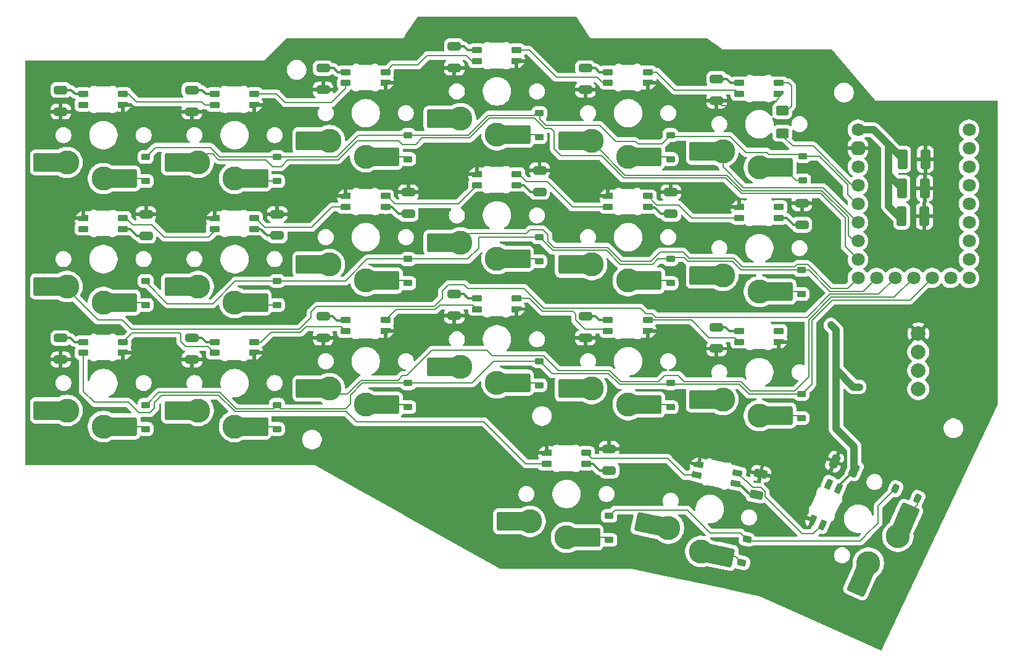
<source format=gbl>
%TF.GenerationSoftware,KiCad,Pcbnew,9.0.5*%
%TF.CreationDate,2025-11-02T20:14:42+07:00*%
%TF.ProjectId,moon_knight_v1,6d6f6f6e-5f6b-46e6-9967-68745f76312e,rev?*%
%TF.SameCoordinates,Original*%
%TF.FileFunction,Copper,L2,Bot*%
%TF.FilePolarity,Positive*%
%FSLAX46Y46*%
G04 Gerber Fmt 4.6, Leading zero omitted, Abs format (unit mm)*
G04 Created by KiCad (PCBNEW 9.0.5) date 2025-11-02 20:14:42*
%MOMM*%
%LPD*%
G01*
G04 APERTURE LIST*
G04 Aperture macros list*
%AMRoundRect*
0 Rectangle with rounded corners*
0 $1 Rounding radius*
0 $2 $3 $4 $5 $6 $7 $8 $9 X,Y pos of 4 corners*
0 Add a 4 corners polygon primitive as box body*
4,1,4,$2,$3,$4,$5,$6,$7,$8,$9,$2,$3,0*
0 Add four circle primitives for the rounded corners*
1,1,$1+$1,$2,$3*
1,1,$1+$1,$4,$5*
1,1,$1+$1,$6,$7*
1,1,$1+$1,$8,$9*
0 Add four rect primitives between the rounded corners*
20,1,$1+$1,$2,$3,$4,$5,0*
20,1,$1+$1,$4,$5,$6,$7,0*
20,1,$1+$1,$6,$7,$8,$9,0*
20,1,$1+$1,$8,$9,$2,$3,0*%
%AMRotRect*
0 Rectangle, with rotation*
0 The origin of the aperture is its center*
0 $1 length*
0 $2 width*
0 $3 Rotation angle, in degrees counterclockwise*
0 Add horizontal line*
21,1,$1,$2,0,0,$3*%
%AMFreePoly0*
4,1,18,-0.410000,0.593000,-0.403758,0.624380,-0.385983,0.650983,-0.359380,0.668758,-0.328000,0.675000,0.328000,0.675000,0.359380,0.668758,0.385983,0.650983,0.403758,0.624380,0.410000,0.593000,0.410000,-0.593000,0.403758,-0.624380,0.385983,-0.650983,0.359380,-0.668758,0.328000,-0.675000,0.000000,-0.675000,-0.410000,-0.265000,-0.410000,0.593000,-0.410000,0.593000,$1*%
G04 Aperture macros list end*
%TA.AperFunction,ComponentPad*%
%ADD10C,1.800000*%
%TD*%
%TA.AperFunction,ComponentPad*%
%ADD11RoundRect,0.450000X-0.450000X-0.450000X0.450000X-0.450000X0.450000X0.450000X-0.450000X0.450000X0*%
%TD*%
%TA.AperFunction,ComponentPad*%
%ADD12C,2.000000*%
%TD*%
%TA.AperFunction,SMDPad,CuDef*%
%ADD13RoundRect,0.250000X-0.650000X0.325000X-0.650000X-0.325000X0.650000X-0.325000X0.650000X0.325000X0*%
%TD*%
%TA.AperFunction,SMDPad,CuDef*%
%ADD14RoundRect,0.225000X-0.375000X0.225000X-0.375000X-0.225000X0.375000X-0.225000X0.375000X0.225000X0*%
%TD*%
%TA.AperFunction,ComponentPad*%
%ADD15C,3.300000*%
%TD*%
%TA.AperFunction,SMDPad,CuDef*%
%ADD16R,1.200000X2.600000*%
%TD*%
%TA.AperFunction,SMDPad,CuDef*%
%ADD17RoundRect,0.260000X1.065000X1.040000X-1.065000X1.040000X-1.065000X-1.040000X1.065000X-1.040000X0*%
%TD*%
%TA.AperFunction,SMDPad,CuDef*%
%ADD18RoundRect,0.225000X-0.358074X-0.251064X0.053021X-0.434095X0.358074X0.251064X-0.053021X0.434095X0*%
%TD*%
%TA.AperFunction,SMDPad,CuDef*%
%ADD19RotRect,1.200000X2.600000X168.000000*%
%TD*%
%TA.AperFunction,SMDPad,CuDef*%
%ADD20RoundRect,0.260000X1.257955X0.795848X-0.825499X1.238699X-1.257955X-0.795848X0.825499X-1.238699X0*%
%TD*%
%TA.AperFunction,SMDPad,CuDef*%
%ADD21RotRect,1.200000X2.600000X348.000000*%
%TD*%
%TA.AperFunction,SMDPad,CuDef*%
%ADD22RoundRect,0.082000X-0.593000X0.328000X-0.593000X-0.328000X0.593000X-0.328000X0.593000X0.328000X0*%
%TD*%
%TA.AperFunction,SMDPad,CuDef*%
%ADD23FreePoly0,270.000000*%
%TD*%
%TA.AperFunction,SMDPad,CuDef*%
%ADD24RoundRect,0.082000X0.593000X-0.328000X0.593000X0.328000X-0.593000X0.328000X-0.593000X-0.328000X0*%
%TD*%
%TA.AperFunction,SMDPad,CuDef*%
%ADD25FreePoly0,90.000000*%
%TD*%
%TA.AperFunction,SMDPad,CuDef*%
%ADD26RoundRect,0.082000X-0.511846X0.444124X-0.648237X-0.197541X0.511846X-0.444124X0.648237X0.197541X0*%
%TD*%
%TA.AperFunction,SMDPad,CuDef*%
%ADD27FreePoly0,258.000000*%
%TD*%
%TA.AperFunction,SMDPad,CuDef*%
%ADD28RoundRect,0.250000X-0.568225X0.453041X-0.703367X-0.182755X0.568225X-0.453041X0.703367X0.182755X0*%
%TD*%
%TA.AperFunction,SMDPad,CuDef*%
%ADD29RoundRect,0.250000X0.412500X1.100000X-0.412500X1.100000X-0.412500X-1.100000X0.412500X-1.100000X0*%
%TD*%
%TA.AperFunction,SMDPad,CuDef*%
%ADD30RoundRect,0.250000X0.625000X-0.400000X0.625000X0.400000X-0.625000X0.400000X-0.625000X-0.400000X0*%
%TD*%
%TA.AperFunction,SMDPad,CuDef*%
%ADD31RoundRect,0.082000X-0.540838X-0.408323X0.058448X-0.675142X0.540838X0.408323X-0.058448X0.675142X0*%
%TD*%
%TA.AperFunction,SMDPad,CuDef*%
%ADD32FreePoly0,336.000000*%
%TD*%
%TA.AperFunction,SMDPad,CuDef*%
%ADD33RoundRect,0.250000X-0.561281X-0.461615X0.032523X-0.725994X0.561281X0.461615X-0.032523X0.725994X0*%
%TD*%
%TA.AperFunction,SMDPad,CuDef*%
%ADD34RotRect,1.200000X2.600000X246.000000*%
%TD*%
%TA.AperFunction,SMDPad,CuDef*%
%ADD35RoundRect,0.260000X-0.516913X1.395932X-1.383262X-0.549920X0.516913X-1.395932X1.383262X0.549920X0*%
%TD*%
%TA.AperFunction,SMDPad,CuDef*%
%ADD36RotRect,1.200000X2.600000X66.000000*%
%TD*%
%TA.AperFunction,SMDPad,CuDef*%
%ADD37RoundRect,0.225000X-0.320025X0.298050X-0.413585X-0.142116X0.320025X-0.298050X0.413585X0.142116X0*%
%TD*%
%TA.AperFunction,ViaPad*%
%ADD38C,0.600000*%
%TD*%
%TA.AperFunction,Conductor*%
%ADD39C,0.200000*%
%TD*%
%TA.AperFunction,Conductor*%
%ADD40C,0.300000*%
%TD*%
%TA.AperFunction,Conductor*%
%ADD41C,1.000000*%
%TD*%
G04 APERTURE END LIST*
D10*
%TO.P,MCU1,1,5V*%
%TO.N,5V*%
X129921190Y-53072501D03*
D11*
%TO.P,MCU1,2,GND*%
%TO.N,GND*%
X129921190Y-55612501D03*
D10*
%TO.P,MCU1,3,3V3*%
%TO.N,unconnected-(MCU1-3V3-Pad3)*%
X129921190Y-58152501D03*
%TO.P,MCU1,4,P29*%
%TO.N,LED_IN*%
X129921190Y-60692501D03*
%TO.P,MCU1,5,P28*%
%TO.N,Row0*%
X129921190Y-63232501D03*
%TO.P,MCU1,6,P27*%
%TO.N,Col0*%
X129921190Y-65772501D03*
%TO.P,MCU1,7,P26*%
%TO.N,Col1*%
X129921190Y-68312501D03*
%TO.P,MCU1,8,P15*%
%TO.N,Col4*%
X129921190Y-70852501D03*
%TO.P,MCU1,9,P14*%
%TO.N,Col2*%
X129921190Y-73392501D03*
%TO.P,MCU1,10,P0*%
%TO.N,unconnected-(MCU1-P0-Pad10)*%
X145161190Y-53072501D03*
%TO.P,MCU1,11,P1*%
%TO.N,unconnected-(MCU1-P1-Pad11)*%
X145161190Y-55612501D03*
%TO.P,MCU1,12,P2*%
%TO.N,unconnected-(MCU1-P2-Pad12)*%
X145161190Y-58152501D03*
%TO.P,MCU1,13,P3*%
%TO.N,unconnected-(MCU1-P3-Pad13)*%
X145161190Y-60692501D03*
%TO.P,MCU1,14,P4*%
%TO.N,unconnected-(MCU1-P4-Pad14)*%
X145161190Y-63232501D03*
%TO.P,MCU1,15,P5*%
%TO.N,unconnected-(MCU1-P5-Pad15)*%
X145161190Y-65772501D03*
%TO.P,MCU1,16,P6*%
%TO.N,unconnected-(MCU1-P6-Pad16)*%
X145161190Y-68312501D03*
%TO.P,MCU1,17,P7*%
%TO.N,TRRS_TX*%
X145161190Y-70852501D03*
%TO.P,MCU1,18,P8*%
%TO.N,TRRS_RX*%
X145161190Y-73392501D03*
%TO.P,MCU1,19,P13*%
%TO.N,Row1*%
X132461190Y-73392501D03*
%TO.P,MCU1,20,P12*%
%TO.N,Col5*%
X135001190Y-73392501D03*
%TO.P,MCU1,21,P11*%
%TO.N,Col3*%
X137541190Y-73392501D03*
%TO.P,MCU1,22,P10*%
%TO.N,Row2*%
X140081190Y-73392501D03*
%TO.P,MCU1,23,P9*%
%TO.N,Row3*%
X142621190Y-73392501D03*
%TD*%
D12*
%TO.P,USB_C_1,1,VBUS*%
%TO.N,Net-(D22-A)*%
X138191190Y-88625000D03*
%TO.P,USB_C_1,2,D+*%
%TO.N,Net-(USB_C_1-D+)*%
X138191190Y-86085000D03*
%TO.P,USB_C_1,3,D-*%
%TO.N,Net-(USB_C_1-D-)*%
X138191190Y-83545000D03*
%TO.P,USB_C_1,4,GND*%
%TO.N,GND*%
X138191190Y-81005000D03*
%TD*%
D13*
%TO.P,C4,1*%
%TO.N,5V*%
X56521190Y-44640000D03*
%TO.P,C4,2*%
%TO.N,GND*%
X56521190Y-47590000D03*
%TD*%
D14*
%TO.P,D14,1,K*%
%TO.N,Row2*%
X104181190Y-87815000D03*
%TO.P,D14,2,A*%
%TO.N,Net-(D14-A)*%
X104181190Y-91115000D03*
%TD*%
%TO.P,D1,1,K*%
%TO.N,Row0*%
X122371190Y-56715000D03*
%TO.P,D1,2,A*%
%TO.N,Net-(D1-A)*%
X122371190Y-60015000D03*
%TD*%
D15*
%TO.P,CH3,1,1*%
%TO.N,Col2*%
X75381190Y-51565000D03*
D16*
X73831190Y-51565000D03*
D17*
X72136190Y-51565000D03*
%TO.P,CH3,2,2*%
%TO.N,Net-(D3-A)*%
X83626190Y-53765000D03*
D16*
X81931190Y-53765000D03*
D15*
X80381190Y-53765000D03*
%TD*%
D18*
%TO.P,D21,1,K*%
%TO.N,Row3*%
X135078078Y-102272267D03*
%TO.P,D21,2,A*%
%TO.N,Net-(D21-A)*%
X138092778Y-103614497D03*
%TD*%
D14*
%TO.P,D17,1,K*%
%TO.N,Row2*%
X50181190Y-90815000D03*
%TO.P,D17,2,A*%
%TO.N,Net-(D17-A)*%
X50181190Y-94115000D03*
%TD*%
D13*
%TO.P,C13,1*%
%TO.N,5V*%
X110521190Y-80140000D03*
%TO.P,C13,2*%
%TO.N,GND*%
X110521190Y-83090000D03*
%TD*%
%TO.P,C6,1*%
%TO.N,5V*%
X20521190Y-47640000D03*
%TO.P,C6,2*%
%TO.N,GND*%
X20521190Y-50590000D03*
%TD*%
%TO.P,C11,1*%
%TO.N,GND*%
X104231190Y-61650000D03*
%TO.P,C11,2*%
%TO.N,5V*%
X104231190Y-64600000D03*
%TD*%
D14*
%TO.P,D6,1,K*%
%TO.N,Row0*%
X32181190Y-56815000D03*
%TO.P,D6,2,A*%
%TO.N,Net-(D6-A)*%
X32181190Y-60115000D03*
%TD*%
D15*
%TO.P,CH4,1,1*%
%TO.N,Col3*%
X57381190Y-54565000D03*
D16*
X55831190Y-54565000D03*
D17*
X54136190Y-54565000D03*
%TO.P,CH4,2,2*%
%TO.N,Net-(D4-A)*%
X65626190Y-56765000D03*
D16*
X63931190Y-56765000D03*
D15*
X62381190Y-56765000D03*
%TD*%
%TO.P,CH1,1,1*%
%TO.N,Col0*%
X111381190Y-56065000D03*
D16*
X109831190Y-56065000D03*
D17*
X108136190Y-56065000D03*
%TO.P,CH1,2,2*%
%TO.N,Net-(D1-A)*%
X119626190Y-58265000D03*
D16*
X117931190Y-58265000D03*
D15*
X116381190Y-58265000D03*
%TD*%
D13*
%TO.P,C17,1*%
%TO.N,5V*%
X38521190Y-81640000D03*
%TO.P,C17,2*%
%TO.N,GND*%
X38521190Y-84590000D03*
%TD*%
%TO.P,C1,1*%
%TO.N,5V*%
X110521190Y-46140000D03*
%TO.P,C1,2*%
%TO.N,GND*%
X110521190Y-49090000D03*
%TD*%
D14*
%TO.P,D5,1,K*%
%TO.N,Row0*%
X50181190Y-56815000D03*
%TO.P,D5,2,A*%
%TO.N,Net-(D5-A)*%
X50181190Y-60115000D03*
%TD*%
D15*
%TO.P,CH20,1,1*%
%TO.N,Col1*%
X103917449Y-107698467D03*
D19*
X102401320Y-107376204D03*
D20*
X100743360Y-107023794D03*
%TO.P,CH20,2,2*%
%TO.N,Net-(D20-A)*%
X111524870Y-111564624D03*
D21*
X109866910Y-111212213D03*
D15*
X108350781Y-110889950D03*
%TD*%
D22*
%TO.P,LED12,1,VDD*%
%TO.N,5V*%
X119071190Y-65175000D03*
%TO.P,LED12,2,DOUT*%
%TO.N,Net-(LED12-DOUT)*%
X119071190Y-63675000D03*
%TO.P,LED12,3,DIN*%
%TO.N,Net-(LED11-DOUT)*%
X113621190Y-65175000D03*
D23*
%TO.P,LED12,4,VSS*%
%TO.N,GND*%
X113621190Y-63675000D03*
%TD*%
D15*
%TO.P,CH6,1,1*%
%TO.N,Col5*%
X21381190Y-57565000D03*
D16*
X19831190Y-57565000D03*
D17*
X18136190Y-57565000D03*
%TO.P,CH6,2,2*%
%TO.N,Net-(D6-A)*%
X29626190Y-59765000D03*
D16*
X27931190Y-59765000D03*
D15*
X26381190Y-59765000D03*
%TD*%
D24*
%TO.P,LED6,1,VDD*%
%TO.N,5V*%
X23621190Y-48175000D03*
%TO.P,LED6,2,DOUT*%
%TO.N,Net-(LED6-DOUT)*%
X23621190Y-49675000D03*
%TO.P,LED6,3,DIN*%
%TO.N,Net-(LED5-DOUT)*%
X29071190Y-48175000D03*
D25*
%TO.P,LED6,4,VSS*%
%TO.N,GND*%
X29071190Y-49675000D03*
%TD*%
D14*
%TO.P,D18,1,K*%
%TO.N,Row2*%
X32181190Y-90815000D03*
%TO.P,D18,2,A*%
%TO.N,Net-(D18-A)*%
X32181190Y-94115000D03*
%TD*%
D26*
%TO.P,LED20,1,VDD*%
%TO.N,5V*%
X113079828Y-101579725D03*
%TO.P,LED20,2,DOUT*%
%TO.N,Net-(LED20-DOUT)*%
X113391696Y-100112504D03*
%TO.P,LED20,3,DIN*%
%TO.N,Net-(LED19-DOUT)*%
X107748924Y-100446606D03*
D27*
%TO.P,LED20,4,VSS*%
%TO.N,GND*%
X108060792Y-98979385D03*
%TD*%
D14*
%TO.P,D16,1,K*%
%TO.N,Row2*%
X68181190Y-87815000D03*
%TO.P,D16,2,A*%
%TO.N,Net-(D16-A)*%
X68181190Y-91115000D03*
%TD*%
%TO.P,D3,1,K*%
%TO.N,Row0*%
X86181190Y-50815000D03*
%TO.P,D3,2,A*%
%TO.N,Net-(D3-A)*%
X86181190Y-54115000D03*
%TD*%
D13*
%TO.P,C10,1*%
%TO.N,GND*%
X86231190Y-58650000D03*
%TO.P,C10,2*%
%TO.N,5V*%
X86231190Y-61600000D03*
%TD*%
D14*
%TO.P,D10,1,K*%
%TO.N,Row1*%
X86181190Y-67815000D03*
%TO.P,D10,2,A*%
%TO.N,Net-(D10-A)*%
X86181190Y-71115000D03*
%TD*%
D15*
%TO.P,CH17,1,1*%
%TO.N,Col4*%
X39381190Y-91565000D03*
D16*
X37831190Y-91565000D03*
D17*
X36136190Y-91565000D03*
%TO.P,CH17,2,2*%
%TO.N,Net-(D17-A)*%
X47626190Y-93765000D03*
D16*
X45931190Y-93765000D03*
D15*
X44381190Y-93765000D03*
%TD*%
%TO.P,CH2,1,1*%
%TO.N,Col1*%
X93381190Y-54565000D03*
D16*
X91831190Y-54565000D03*
D17*
X90136190Y-54565000D03*
%TO.P,CH2,2,2*%
%TO.N,Net-(D2-A)*%
X101626190Y-56765000D03*
D16*
X99931190Y-56765000D03*
D15*
X98381190Y-56765000D03*
%TD*%
D24*
%TO.P,LED5,1,VDD*%
%TO.N,5V*%
X41621190Y-48175000D03*
%TO.P,LED5,2,DOUT*%
%TO.N,Net-(LED5-DOUT)*%
X41621190Y-49675000D03*
%TO.P,LED5,3,DIN*%
%TO.N,Net-(LED4-DOUT)*%
X47071190Y-48175000D03*
D25*
%TO.P,LED5,4,VSS*%
%TO.N,GND*%
X47071190Y-49675000D03*
%TD*%
D13*
%TO.P,C15,1*%
%TO.N,5V*%
X74521190Y-75640000D03*
%TO.P,C15,2*%
%TO.N,GND*%
X74521190Y-78590000D03*
%TD*%
D14*
%TO.P,D9,1,K*%
%TO.N,Row1*%
X68181190Y-70815000D03*
%TO.P,D9,2,A*%
%TO.N,Net-(D9-A)*%
X68181190Y-74115000D03*
%TD*%
D28*
%TO.P,C20,1*%
%TO.N,GND*%
X116567860Y-100252232D03*
%TO.P,C20,2*%
%TO.N,5V*%
X115954520Y-103137768D03*
%TD*%
D13*
%TO.P,C8,1*%
%TO.N,GND*%
X50221190Y-64640000D03*
%TO.P,C8,2*%
%TO.N,5V*%
X50221190Y-67590000D03*
%TD*%
D24*
%TO.P,LED13,1,VDD*%
%TO.N,5V*%
X113621190Y-80675000D03*
%TO.P,LED13,2,DOUT*%
%TO.N,Net-(LED13-DOUT)*%
X113621190Y-82175000D03*
%TO.P,LED13,3,DIN*%
%TO.N,Net-(LED12-DOUT)*%
X119071190Y-80675000D03*
D25*
%TO.P,LED13,4,VSS*%
%TO.N,GND*%
X119071190Y-82175000D03*
%TD*%
D29*
%TO.P,C24,1*%
%TO.N,GND*%
X139043690Y-64925000D03*
%TO.P,C24,2*%
%TO.N,5V*%
X135918690Y-64925000D03*
%TD*%
%TO.P,C23,1*%
%TO.N,GND*%
X139073690Y-61085000D03*
%TO.P,C23,2*%
%TO.N,5V*%
X135948690Y-61085000D03*
%TD*%
D14*
%TO.P,D4,1,K*%
%TO.N,Row0*%
X68181190Y-53815000D03*
%TO.P,D4,2,A*%
%TO.N,Net-(D4-A)*%
X68181190Y-57115000D03*
%TD*%
D15*
%TO.P,CH14,1,1*%
%TO.N,Col1*%
X93381190Y-88565000D03*
D16*
X91831190Y-88565000D03*
D17*
X90136190Y-88565000D03*
%TO.P,CH14,2,2*%
%TO.N,Net-(D14-A)*%
X101626190Y-90765000D03*
D16*
X99931190Y-90765000D03*
D15*
X98381190Y-90765000D03*
%TD*%
D13*
%TO.P,C5,1*%
%TO.N,5V*%
X38521190Y-47640000D03*
%TO.P,C5,2*%
%TO.N,GND*%
X38521190Y-50590000D03*
%TD*%
D15*
%TO.P,CH12,1,1*%
%TO.N,Col0*%
X111381190Y-73065000D03*
D16*
X109831190Y-73065000D03*
D17*
X108136190Y-73065000D03*
%TO.P,CH12,2,2*%
%TO.N,Net-(D12-A)*%
X119626190Y-75265000D03*
D16*
X117931190Y-75265000D03*
D15*
X116381190Y-75265000D03*
%TD*%
D24*
%TO.P,LED2,1,VDD*%
%TO.N,5V*%
X95621190Y-45175000D03*
%TO.P,LED2,2,DOUT*%
%TO.N,Net-(LED2-DOUT)*%
X95621190Y-46675000D03*
%TO.P,LED2,3,DIN*%
%TO.N,Net-(LED1-DOUT)*%
X101071190Y-45175000D03*
D25*
%TO.P,LED2,4,VSS*%
%TO.N,GND*%
X101071190Y-46675000D03*
%TD*%
D14*
%TO.P,D12,1,K*%
%TO.N,Row1*%
X122181190Y-72315000D03*
%TO.P,D12,2,A*%
%TO.N,Net-(D12-A)*%
X122181190Y-75615000D03*
%TD*%
D24*
%TO.P,LED14,1,VDD*%
%TO.N,5V*%
X95621190Y-79175000D03*
%TO.P,LED14,2,DOUT*%
%TO.N,Net-(LED14-DOUT)*%
X95621190Y-80675000D03*
%TO.P,LED14,3,DIN*%
%TO.N,Net-(LED13-DOUT)*%
X101071190Y-79175000D03*
D25*
%TO.P,LED14,4,VSS*%
%TO.N,GND*%
X101071190Y-80675000D03*
%TD*%
D15*
%TO.P,CH18,1,1*%
%TO.N,Col5*%
X21381190Y-91565000D03*
D16*
X19831190Y-91565000D03*
D17*
X18136190Y-91565000D03*
%TO.P,CH18,2,2*%
%TO.N,Net-(D18-A)*%
X29626190Y-93765000D03*
D16*
X27931190Y-93765000D03*
D15*
X26381190Y-93765000D03*
%TD*%
%TO.P,CH10,1,1*%
%TO.N,Col2*%
X75381190Y-68565000D03*
D16*
X73831190Y-68565000D03*
D17*
X72136190Y-68565000D03*
%TO.P,CH10,2,2*%
%TO.N,Net-(D10-A)*%
X83626190Y-70765000D03*
D16*
X81931190Y-70765000D03*
D15*
X80381190Y-70765000D03*
%TD*%
D30*
%TO.P,R3,1*%
%TO.N,LED_IN*%
X119531190Y-53565000D03*
%TO.P,R3,2*%
%TO.N,Net-(LED1-DIN)*%
X119531190Y-50465000D03*
%TD*%
D14*
%TO.P,D2,1,K*%
%TO.N,Row0*%
X104181190Y-53815000D03*
%TO.P,D2,2,A*%
%TO.N,Net-(D2-A)*%
X104181190Y-57115000D03*
%TD*%
D24*
%TO.P,LED15,1,VDD*%
%TO.N,5V*%
X77621190Y-76175000D03*
%TO.P,LED15,2,DOUT*%
%TO.N,Net-(LED15-DOUT)*%
X77621190Y-77675000D03*
%TO.P,LED15,3,DIN*%
%TO.N,Net-(LED14-DOUT)*%
X83071190Y-76175000D03*
D25*
%TO.P,LED15,4,VSS*%
%TO.N,GND*%
X83071190Y-77675000D03*
%TD*%
D14*
%TO.P,D15,1,K*%
%TO.N,Row2*%
X86181190Y-84815000D03*
%TO.P,D15,2,A*%
%TO.N,Net-(D15-A)*%
X86181190Y-88115000D03*
%TD*%
D22*
%TO.P,LED9,1,VDD*%
%TO.N,5V*%
X65071190Y-63675000D03*
%TO.P,LED9,2,DOUT*%
%TO.N,Net-(LED10-DIN)*%
X65071190Y-62175000D03*
%TO.P,LED9,3,DIN*%
%TO.N,Net-(LED8-DOUT)*%
X59621190Y-63675000D03*
D23*
%TO.P,LED9,4,VSS*%
%TO.N,GND*%
X59621190Y-62175000D03*
%TD*%
D13*
%TO.P,C18,1*%
%TO.N,5V*%
X20521190Y-81640000D03*
%TO.P,C18,2*%
%TO.N,GND*%
X20521190Y-84590000D03*
%TD*%
%TO.P,C9,1*%
%TO.N,GND*%
X68221190Y-61660000D03*
%TO.P,C9,2*%
%TO.N,5V*%
X68221190Y-64610000D03*
%TD*%
D22*
%TO.P,LED10,1,VDD*%
%TO.N,5V*%
X83071190Y-60675000D03*
%TO.P,LED10,2,DOUT*%
%TO.N,Net-(LED10-DOUT)*%
X83071190Y-59175000D03*
%TO.P,LED10,3,DIN*%
%TO.N,Net-(LED10-DIN)*%
X77621190Y-60675000D03*
D23*
%TO.P,LED10,4,VSS*%
%TO.N,GND*%
X77621190Y-59175000D03*
%TD*%
D24*
%TO.P,LED3,1,VDD*%
%TO.N,5V*%
X77621190Y-42175000D03*
%TO.P,LED3,2,DOUT*%
%TO.N,Net-(LED3-DOUT)*%
X77621190Y-43675000D03*
%TO.P,LED3,3,DIN*%
%TO.N,Net-(LED2-DOUT)*%
X83071190Y-42175000D03*
D25*
%TO.P,LED3,4,VSS*%
%TO.N,GND*%
X83071190Y-43675000D03*
%TD*%
D13*
%TO.P,C2,1*%
%TO.N,5V*%
X92521190Y-44640000D03*
%TO.P,C2,2*%
%TO.N,GND*%
X92521190Y-47590000D03*
%TD*%
D14*
%TO.P,D13,1,K*%
%TO.N,Row2*%
X122181190Y-89315000D03*
%TO.P,D13,2,A*%
%TO.N,Net-(D13-A)*%
X122181190Y-92615000D03*
%TD*%
D13*
%TO.P,C19,1*%
%TO.N,GND*%
X95771190Y-96850000D03*
%TO.P,C19,2*%
%TO.N,5V*%
X95771190Y-99800000D03*
%TD*%
D22*
%TO.P,LED7,1,VDD*%
%TO.N,5V*%
X29071190Y-66675000D03*
%TO.P,LED7,2,DOUT*%
%TO.N,Net-(LED7-DOUT)*%
X29071190Y-65175000D03*
%TO.P,LED7,3,DIN*%
%TO.N,Net-(LED6-DOUT)*%
X23621190Y-66675000D03*
D23*
%TO.P,LED7,4,VSS*%
%TO.N,GND*%
X23621190Y-65175000D03*
%TD*%
D29*
%TO.P,C22,1*%
%TO.N,GND*%
X139153690Y-57125000D03*
%TO.P,C22,2*%
%TO.N,5V*%
X136028690Y-57125000D03*
%TD*%
D14*
%TO.P,D19,1,K*%
%TO.N,Row3*%
X95781190Y-106015000D03*
%TO.P,D19,2,A*%
%TO.N,Net-(D19-A)*%
X95781190Y-109315000D03*
%TD*%
D22*
%TO.P,LED8,1,VDD*%
%TO.N,5V*%
X47071190Y-66675000D03*
%TO.P,LED8,2,DOUT*%
%TO.N,Net-(LED8-DOUT)*%
X47071190Y-65175000D03*
%TO.P,LED8,3,DIN*%
%TO.N,Net-(LED7-DOUT)*%
X41621190Y-66675000D03*
D23*
%TO.P,LED8,4,VSS*%
%TO.N,GND*%
X41621190Y-65175000D03*
%TD*%
D13*
%TO.P,C16,1*%
%TO.N,5V*%
X56521190Y-78640000D03*
%TO.P,C16,2*%
%TO.N,GND*%
X56521190Y-81590000D03*
%TD*%
D22*
%TO.P,LED11,1,VDD*%
%TO.N,5V*%
X101071190Y-63675000D03*
%TO.P,LED11,2,DOUT*%
%TO.N,Net-(LED11-DOUT)*%
X101071190Y-62175000D03*
%TO.P,LED11,3,DIN*%
%TO.N,Net-(LED10-DOUT)*%
X95621190Y-63675000D03*
D23*
%TO.P,LED11,4,VSS*%
%TO.N,GND*%
X95621190Y-62175000D03*
%TD*%
D31*
%TO.P,LED21,1,VDD*%
%TO.N,5V*%
X127270074Y-102254971D03*
%TO.P,LED21,2,DOUT*%
%TO.N,LED_OUT*%
X125899756Y-101644866D03*
%TO.P,LED21,3,DIN*%
%TO.N,Net-(LED20-DOUT)*%
X125053360Y-107233794D03*
D32*
%TO.P,LED21,4,VSS*%
%TO.N,GND*%
X123683042Y-106623689D03*
%TD*%
D13*
%TO.P,C14,1*%
%TO.N,5V*%
X92521190Y-78640000D03*
%TO.P,C14,2*%
%TO.N,GND*%
X92521190Y-81590000D03*
%TD*%
D15*
%TO.P,CH19,1,1*%
%TO.N,Col2*%
X84931190Y-106765000D03*
D16*
X83381190Y-106765000D03*
D17*
X81686190Y-106765000D03*
%TO.P,CH19,2,2*%
%TO.N,Net-(D19-A)*%
X93176190Y-108965000D03*
D16*
X91481190Y-108965000D03*
D15*
X89931190Y-108965000D03*
%TD*%
D33*
%TO.P,C21,1*%
%TO.N,GND*%
X126713710Y-98585063D03*
%TO.P,C21,2*%
%TO.N,5V*%
X129408670Y-99784937D03*
%TD*%
D14*
%TO.P,D11,1,K*%
%TO.N,Row1*%
X104181190Y-70815000D03*
%TO.P,D11,2,A*%
%TO.N,Net-(D11-A)*%
X104181190Y-74115000D03*
%TD*%
D15*
%TO.P,CH11,1,1*%
%TO.N,Col1*%
X93381190Y-71565000D03*
D16*
X91831190Y-71565000D03*
D17*
X90136190Y-71565000D03*
%TO.P,CH11,2,2*%
%TO.N,Net-(D11-A)*%
X101626190Y-73765000D03*
D16*
X99931190Y-73765000D03*
D15*
X98381190Y-73765000D03*
%TD*%
D24*
%TO.P,LED1,1,VDD*%
%TO.N,5V*%
X113621190Y-46675000D03*
%TO.P,LED1,2,DOUT*%
%TO.N,Net-(LED1-DOUT)*%
X113621190Y-48175000D03*
%TO.P,LED1,3,DIN*%
%TO.N,Net-(LED1-DIN)*%
X119071190Y-46675000D03*
D25*
%TO.P,LED1,4,VSS*%
%TO.N,GND*%
X119071190Y-48175000D03*
%TD*%
D15*
%TO.P,CH21,1,1*%
%TO.N,Col0*%
X131350145Y-112489288D03*
D34*
X130719703Y-113905283D03*
D35*
X130030285Y-115453743D03*
%TO.P,CH21,2,2*%
%TO.N,Net-(D21-A)*%
X136713489Y-105851926D03*
D36*
X136024070Y-107400386D03*
D15*
X135393628Y-108816381D03*
%TD*%
%TO.P,CH15,1,1*%
%TO.N,Col2*%
X75381190Y-85565000D03*
D16*
X73831190Y-85565000D03*
D17*
X72136190Y-85565000D03*
%TO.P,CH15,2,2*%
%TO.N,Net-(D15-A)*%
X83626190Y-87765000D03*
D16*
X81931190Y-87765000D03*
D15*
X80381190Y-87765000D03*
%TD*%
%TO.P,CH7,1,1*%
%TO.N,Col5*%
X21381190Y-74565000D03*
D16*
X19831190Y-74565000D03*
D17*
X18136190Y-74565000D03*
%TO.P,CH7,2,2*%
%TO.N,Net-(D7-A)*%
X29626190Y-76765000D03*
D16*
X27931190Y-76765000D03*
D15*
X26381190Y-76765000D03*
%TD*%
%TO.P,CH5,1,1*%
%TO.N,Col4*%
X39381190Y-57565000D03*
D16*
X37831190Y-57565000D03*
D17*
X36136190Y-57565000D03*
%TO.P,CH5,2,2*%
%TO.N,Net-(D5-A)*%
X47626190Y-59765000D03*
D16*
X45931190Y-59765000D03*
D15*
X44381190Y-59765000D03*
%TD*%
D24*
%TO.P,LED17,1,VDD*%
%TO.N,5V*%
X41621190Y-82175000D03*
%TO.P,LED17,2,DOUT*%
%TO.N,Net-(LED17-DOUT)*%
X41621190Y-83675000D03*
%TO.P,LED17,3,DIN*%
%TO.N,Net-(LED16-DOUT)*%
X47071190Y-82175000D03*
D25*
%TO.P,LED17,4,VSS*%
%TO.N,GND*%
X47071190Y-83675000D03*
%TD*%
D24*
%TO.P,LED4,1,VDD*%
%TO.N,5V*%
X59621190Y-45175000D03*
%TO.P,LED4,2,DOUT*%
%TO.N,Net-(LED4-DOUT)*%
X59621190Y-46675000D03*
%TO.P,LED4,3,DIN*%
%TO.N,Net-(LED3-DOUT)*%
X65071190Y-45175000D03*
D25*
%TO.P,LED4,4,VSS*%
%TO.N,GND*%
X65071190Y-46675000D03*
%TD*%
D14*
%TO.P,D7,1,K*%
%TO.N,Row1*%
X32181190Y-73815000D03*
%TO.P,D7,2,A*%
%TO.N,Net-(D7-A)*%
X32181190Y-77115000D03*
%TD*%
D15*
%TO.P,CH16,1,1*%
%TO.N,Col3*%
X57381190Y-88565000D03*
D16*
X55831190Y-88565000D03*
D17*
X54136190Y-88565000D03*
%TO.P,CH16,2,2*%
%TO.N,Net-(D16-A)*%
X65626190Y-90765000D03*
D16*
X63931190Y-90765000D03*
D15*
X62381190Y-90765000D03*
%TD*%
D13*
%TO.P,C7,1*%
%TO.N,GND*%
X32231190Y-64660000D03*
%TO.P,C7,2*%
%TO.N,5V*%
X32231190Y-67610000D03*
%TD*%
D15*
%TO.P,CH8,1,1*%
%TO.N,Col4*%
X39381190Y-74565000D03*
D16*
X37831190Y-74565000D03*
D17*
X36136190Y-74565000D03*
%TO.P,CH8,2,2*%
%TO.N,Net-(D8-A)*%
X47626190Y-76765000D03*
D16*
X45931190Y-76765000D03*
D15*
X44381190Y-76765000D03*
%TD*%
D13*
%TO.P,C3,1*%
%TO.N,5V*%
X74521190Y-41640000D03*
%TO.P,C3,2*%
%TO.N,GND*%
X74521190Y-44590000D03*
%TD*%
D24*
%TO.P,LED18,1,VDD*%
%TO.N,5V*%
X23621190Y-82175000D03*
%TO.P,LED18,2,DOUT*%
%TO.N,Net-(LED18-DOUT)*%
X23621190Y-83675000D03*
%TO.P,LED18,3,DIN*%
%TO.N,Net-(LED17-DOUT)*%
X29071190Y-82175000D03*
D25*
%TO.P,LED18,4,VSS*%
%TO.N,GND*%
X29071190Y-83675000D03*
%TD*%
D37*
%TO.P,D20,1,K*%
%TO.N,Row3*%
X114686284Y-109220699D03*
%TO.P,D20,2,A*%
%TO.N,Net-(D20-A)*%
X114000176Y-112448587D03*
%TD*%
D15*
%TO.P,CH9,1,1*%
%TO.N,Col3*%
X57381190Y-71565000D03*
D16*
X55831190Y-71565000D03*
D17*
X54136190Y-71565000D03*
%TO.P,CH9,2,2*%
%TO.N,Net-(D9-A)*%
X65626190Y-73765000D03*
D16*
X63931190Y-73765000D03*
D15*
X62381190Y-73765000D03*
%TD*%
D24*
%TO.P,LED16,1,VDD*%
%TO.N,5V*%
X59621190Y-79175000D03*
%TO.P,LED16,2,DOUT*%
%TO.N,Net-(LED16-DOUT)*%
X59621190Y-80675000D03*
%TO.P,LED16,3,DIN*%
%TO.N,Net-(LED15-DOUT)*%
X65071190Y-79175000D03*
D25*
%TO.P,LED16,4,VSS*%
%TO.N,GND*%
X65071190Y-80675000D03*
%TD*%
D15*
%TO.P,CH13,1,1*%
%TO.N,Col0*%
X111381190Y-90065000D03*
D16*
X109831190Y-90065000D03*
D17*
X108136190Y-90065000D03*
%TO.P,CH13,2,2*%
%TO.N,Net-(D13-A)*%
X119626190Y-92265000D03*
D16*
X117931190Y-92265000D03*
D15*
X116381190Y-92265000D03*
%TD*%
D14*
%TO.P,D8,1,K*%
%TO.N,Row1*%
X50181190Y-73815000D03*
%TO.P,D8,2,A*%
%TO.N,Net-(D8-A)*%
X50181190Y-77115000D03*
%TD*%
D13*
%TO.P,C12,1*%
%TO.N,GND*%
X122221190Y-63155000D03*
%TO.P,C12,2*%
%TO.N,5V*%
X122221190Y-66105000D03*
%TD*%
D22*
%TO.P,LED19,1,VDD*%
%TO.N,5V*%
X92621190Y-98875000D03*
%TO.P,LED19,2,DOUT*%
%TO.N,Net-(LED19-DOUT)*%
X92621190Y-97375000D03*
%TO.P,LED19,3,DIN*%
%TO.N,Net-(LED18-DOUT)*%
X87171190Y-98875000D03*
D23*
%TO.P,LED19,4,VSS*%
%TO.N,GND*%
X87171190Y-97375000D03*
%TD*%
D38*
%TO.N,GND*%
X130381190Y-50315000D03*
X74521190Y-78590000D03*
X29071190Y-83675000D03*
X119071190Y-48175000D03*
X125851190Y-70595000D03*
X128651190Y-55612501D03*
X56521190Y-81590000D03*
X125841190Y-59745000D03*
X104011190Y-58445000D03*
X113831190Y-57595000D03*
X95621190Y-62175000D03*
X110521190Y-83090000D03*
X56521190Y-47590000D03*
X20521190Y-50590000D03*
%TO.N,5V*%
X38621190Y-81685000D03*
X130091190Y-88355000D03*
X115931190Y-103075000D03*
X83071190Y-60675000D03*
X56531190Y-44625000D03*
X109991190Y-80395000D03*
X68111190Y-64610000D03*
X95821190Y-99835000D03*
X32231190Y-67610000D03*
X92483690Y-44677500D03*
X92521190Y-78640000D03*
X110521190Y-46140000D03*
X50221190Y-67590000D03*
X38521190Y-47640000D03*
X101071190Y-63685000D03*
X126211190Y-79845000D03*
X56511190Y-78625000D03*
X20641190Y-81645000D03*
X20581190Y-47535000D03*
X122361190Y-66035000D03*
X74521190Y-41640000D03*
X74561190Y-75675000D03*
%TO.N,Row3*%
X135041190Y-102225000D03*
%TO.N,Net-(LED6-DOUT)*%
X23621190Y-49675000D03*
X23701190Y-66615000D03*
%TO.N,Net-(LED12-DOUT)*%
X119151190Y-80615000D03*
X119071190Y-63675000D03*
%TD*%
D39*
%TO.N,GND*%
X118071190Y-49795000D02*
X119071190Y-48795000D01*
X119071190Y-48795000D02*
X119071190Y-48175000D01*
X111226190Y-49795000D02*
X118071190Y-49795000D01*
X110521190Y-49090000D02*
X111226190Y-49795000D01*
D40*
%TO.N,5V*%
X22401190Y-82175000D02*
X21871190Y-81645000D01*
X92621190Y-98875000D02*
X93551190Y-98875000D01*
X41621190Y-82175000D02*
X40441190Y-82175000D01*
X59621190Y-45175000D02*
X58531190Y-45175000D01*
D39*
X65071190Y-63675000D02*
X65071190Y-63985000D01*
D40*
X112471190Y-46675000D02*
X111936190Y-46140000D01*
X75846190Y-75640000D02*
X74521190Y-75640000D01*
X113565915Y-101579725D02*
X115123958Y-103137768D01*
X84091190Y-60675000D02*
X83071190Y-60675000D01*
X58421190Y-79215000D02*
X59421190Y-79215000D01*
X120161190Y-65175000D02*
X119071190Y-65175000D01*
X93856190Y-78640000D02*
X92521190Y-78640000D01*
D41*
X134118690Y-63542500D02*
X135501190Y-64925000D01*
X129408670Y-96542480D02*
X129408670Y-99784937D01*
D40*
X94391190Y-79175000D02*
X93856190Y-78640000D01*
X41621190Y-48175000D02*
X40451190Y-48175000D01*
X111756190Y-80140000D02*
X110521190Y-80140000D01*
X58531190Y-45175000D02*
X57981190Y-44625000D01*
X86231190Y-61600000D02*
X85016190Y-61600000D01*
X93896190Y-44640000D02*
X92521190Y-44640000D01*
X30091190Y-66675000D02*
X31026190Y-67610000D01*
X65071190Y-63675000D02*
X65981190Y-63675000D01*
X94431190Y-45175000D02*
X93896190Y-44640000D01*
D41*
X126901190Y-80535000D02*
X126901190Y-85955000D01*
D40*
X50221190Y-67590000D02*
X48856190Y-67590000D01*
X66916190Y-64610000D02*
X68111190Y-64610000D01*
X23621190Y-82175000D02*
X22401190Y-82175000D01*
D41*
X135501190Y-64925000D02*
X135918690Y-64925000D01*
D40*
X22481190Y-48175000D02*
X21946190Y-47640000D01*
X75866190Y-41640000D02*
X74521190Y-41640000D01*
X85016190Y-61600000D02*
X84091190Y-60675000D01*
X127270074Y-101923533D02*
X129408670Y-99784937D01*
D41*
X134118690Y-59255000D02*
X135948690Y-61085000D01*
D40*
X95621190Y-79175000D02*
X94391190Y-79175000D01*
X94476190Y-99800000D02*
X95771190Y-99800000D01*
X101171190Y-63775000D02*
X102011190Y-63775000D01*
D39*
X65071190Y-63675000D02*
X65071190Y-64045000D01*
D40*
X21871190Y-81645000D02*
X20641190Y-81645000D01*
X122221190Y-66105000D02*
X121091190Y-66105000D01*
X77621190Y-76175000D02*
X76381190Y-76175000D01*
X111936190Y-46140000D02*
X110521190Y-46140000D01*
X39906190Y-81640000D02*
X38521190Y-81640000D01*
D41*
X126901190Y-85955000D02*
X126901190Y-94035000D01*
D40*
X102836190Y-64600000D02*
X104231190Y-64600000D01*
D39*
X95771190Y-99800000D02*
X95796190Y-99800000D01*
D40*
X23621190Y-48175000D02*
X22481190Y-48175000D01*
X47941190Y-66675000D02*
X47071190Y-66675000D01*
X93551190Y-98875000D02*
X94476190Y-99800000D01*
X40441190Y-82175000D02*
X39906190Y-81640000D01*
X21946190Y-47640000D02*
X20521190Y-47640000D01*
X113079828Y-101579725D02*
X113565915Y-101579725D01*
D41*
X126211190Y-79845000D02*
X126901190Y-80535000D01*
D40*
X115123958Y-103137768D02*
X115954520Y-103137768D01*
D41*
X126901190Y-94035000D02*
X129408670Y-96542480D01*
X129301190Y-88355000D02*
X126901190Y-85955000D01*
D40*
X29071190Y-66675000D02*
X30091190Y-66675000D01*
X77621190Y-42175000D02*
X76401190Y-42175000D01*
D41*
X134118690Y-59025000D02*
X134118690Y-63542500D01*
D40*
X127270074Y-102254971D02*
X127270074Y-101923533D01*
D41*
X130091190Y-88355000D02*
X129301190Y-88355000D01*
X132063691Y-53072501D02*
X134118690Y-55127500D01*
D40*
X112291190Y-80675000D02*
X111756190Y-80140000D01*
X121091190Y-66105000D02*
X120161190Y-65175000D01*
X39916190Y-47640000D02*
X38521190Y-47640000D01*
X113621190Y-80675000D02*
X112291190Y-80675000D01*
D39*
X104226190Y-64595000D02*
X104231190Y-64600000D01*
D41*
X134118690Y-55127500D02*
X134118690Y-59025000D01*
X134118690Y-59025000D02*
X134118690Y-59255000D01*
D40*
X48856190Y-67590000D02*
X47941190Y-66675000D01*
X95621190Y-45175000D02*
X94431190Y-45175000D01*
D41*
X134118690Y-55127500D02*
X136116190Y-57125000D01*
D40*
X113621190Y-46675000D02*
X112471190Y-46675000D01*
X31026190Y-67610000D02*
X32231190Y-67610000D01*
D41*
X129921190Y-53072501D02*
X132063691Y-53072501D01*
D40*
X76401190Y-42175000D02*
X75866190Y-41640000D01*
X56521190Y-78640000D02*
X57846190Y-78640000D01*
X76381190Y-76175000D02*
X75846190Y-75640000D01*
X65981190Y-63675000D02*
X66916190Y-64610000D01*
X57981190Y-44625000D02*
X56531190Y-44625000D01*
X68111190Y-64610000D02*
X68221190Y-64610000D01*
X57846190Y-78640000D02*
X58421190Y-79215000D01*
X40451190Y-48175000D02*
X39916190Y-47640000D01*
X102011190Y-63775000D02*
X102836190Y-64600000D01*
D39*
%TO.N,Col0*%
X111381190Y-58165000D02*
X114249190Y-61033000D01*
X111381190Y-56065000D02*
X111381190Y-58165000D01*
X114249190Y-61033000D02*
X125136290Y-61033000D01*
X125136290Y-61033000D02*
X129428691Y-65325401D01*
%TO.N,Net-(D1-A)*%
X119626190Y-58265000D02*
X121376190Y-60015000D01*
X121376190Y-60015000D02*
X122371190Y-60015000D01*
%TO.N,Col1*%
X124970190Y-61434000D02*
X128591190Y-65055000D01*
X128591190Y-65055000D02*
X128591190Y-67530002D01*
X97951190Y-59305000D02*
X111954090Y-59305000D01*
X128591190Y-67530002D02*
X129373689Y-68312501D01*
X114083090Y-61434000D02*
X124970190Y-61434000D01*
X94131190Y-55485000D02*
X97951190Y-59305000D01*
X111954090Y-59305000D02*
X114083090Y-61434000D01*
%TO.N,Net-(D2-A)*%
X103881190Y-56765000D02*
X104231190Y-57115000D01*
X101626190Y-56765000D02*
X103881190Y-56765000D01*
%TO.N,Net-(D3-A)*%
X85881190Y-53765000D02*
X86231190Y-54115000D01*
X83626190Y-53765000D02*
X85881190Y-53765000D01*
%TO.N,Col2*%
X75381190Y-68565000D02*
X76631190Y-67315000D01*
X112846290Y-70713000D02*
X114047290Y-71914000D01*
X84381190Y-67315000D02*
X84881190Y-66815000D01*
X76631190Y-67315000D02*
X84381190Y-67315000D01*
X114047290Y-71914000D02*
X121232080Y-71914000D01*
X128482691Y-74831000D02*
X129921190Y-73392501D01*
X122987290Y-71564000D02*
X126254290Y-74831000D01*
X97447290Y-71114000D02*
X101472190Y-71114000D01*
X87381190Y-67489945D02*
X87381190Y-68397900D01*
X105881190Y-69815000D02*
X106779190Y-70713000D01*
X106779190Y-70713000D02*
X112846290Y-70713000D01*
X88196290Y-69213000D02*
X95546290Y-69213000D01*
X126254290Y-74831000D02*
X128482691Y-74831000D01*
X87381190Y-68397900D02*
X88196290Y-69213000D01*
X84881190Y-66815000D02*
X86706245Y-66815000D01*
X86706245Y-66815000D02*
X87381190Y-67489945D01*
X102771190Y-69815000D02*
X105881190Y-69815000D01*
X121582080Y-71564000D02*
X122987290Y-71564000D01*
X95546290Y-69213000D02*
X97447290Y-71114000D01*
X101472190Y-71114000D02*
X102771190Y-69815000D01*
X121232080Y-71914000D02*
X121582080Y-71564000D01*
%TO.N,Net-(D4-A)*%
X65626190Y-56765000D02*
X67881190Y-56765000D01*
X67881190Y-56765000D02*
X68231190Y-57115000D01*
%TO.N,Col3*%
X79729638Y-84064000D02*
X78980638Y-83315000D01*
X103401190Y-86745000D02*
X102552190Y-87594000D01*
X137541190Y-73392501D02*
X134899691Y-76034000D01*
X134899691Y-76034000D02*
X126259290Y-76034000D01*
X97357290Y-87594000D02*
X95877290Y-86114000D01*
X95877290Y-86114000D02*
X88830300Y-86114000D01*
X123180190Y-79113100D02*
X123180190Y-86965890D01*
X58131190Y-89315000D02*
X57381190Y-88565000D01*
X71480612Y-83315000D02*
X67980612Y-86815000D01*
X78980638Y-83315000D02*
X71480612Y-83315000D01*
X102552190Y-87594000D02*
X97357290Y-87594000D01*
X123180190Y-86965890D02*
X121232080Y-88914000D01*
X59814090Y-89315000D02*
X58131190Y-89315000D01*
X67980612Y-86815000D02*
X67356135Y-86815000D01*
X86780300Y-84064000D02*
X79729638Y-84064000D01*
X88830300Y-86114000D02*
X86780300Y-84064000D01*
X67356135Y-86815000D02*
X66757135Y-87414000D01*
X115178660Y-88914000D02*
X113858660Y-87594000D01*
X105231190Y-86745000D02*
X103401190Y-86745000D01*
X113858660Y-87594000D02*
X106080190Y-87594000D01*
X106080190Y-87594000D02*
X105231190Y-86745000D01*
X66757135Y-87414000D02*
X61715090Y-87414000D01*
X121232080Y-88914000D02*
X115178660Y-88914000D01*
X126259290Y-76034000D02*
X123180190Y-79113100D01*
X61715090Y-87414000D02*
X59814090Y-89315000D01*
%TO.N,Net-(D5-A)*%
X47626190Y-59765000D02*
X47986190Y-60125000D01*
X47986190Y-60125000D02*
X50221190Y-60125000D01*
%TO.N,Col4*%
X88251190Y-55735000D02*
X89161190Y-56645000D01*
X51680190Y-57216000D02*
X58547290Y-57216000D01*
X42202190Y-57216000D02*
X48712190Y-57216000D01*
X124804090Y-61835000D02*
X128190190Y-65221100D01*
X48712190Y-57216000D02*
X49631190Y-58135000D01*
X49631190Y-58135000D02*
X50761190Y-58135000D01*
X89161190Y-56645000D02*
X94711190Y-56645000D01*
X69241190Y-55085000D02*
X70110190Y-54216000D01*
X41361190Y-56375000D02*
X42202190Y-57216000D01*
X88251190Y-53355000D02*
X88251190Y-55735000D01*
X61188290Y-54575000D02*
X66851190Y-54575000D01*
X94711190Y-56645000D02*
X97772190Y-59706000D01*
X79351190Y-51495000D02*
X85511080Y-51495000D01*
X58547290Y-57216000D02*
X61188290Y-54575000D01*
X87802190Y-52906000D02*
X88251190Y-53355000D01*
X67361190Y-55085000D02*
X69241190Y-55085000D01*
X111787990Y-59706000D02*
X113916990Y-61835000D01*
X85511080Y-51495000D02*
X86922080Y-52906000D01*
X97772190Y-59706000D02*
X111787990Y-59706000D01*
X113916990Y-61835000D02*
X124804090Y-61835000D01*
X76630190Y-54216000D02*
X79351190Y-51495000D01*
X50761190Y-58135000D02*
X51680190Y-57216000D01*
X128190190Y-65221100D02*
X128190190Y-69121501D01*
X70110190Y-54216000D02*
X76630190Y-54216000D01*
X66851190Y-54575000D02*
X67361190Y-55085000D01*
X86922080Y-52906000D02*
X87802190Y-52906000D01*
X40571190Y-56375000D02*
X41361190Y-56375000D01*
X128190190Y-69121501D02*
X129921190Y-70852501D01*
%TO.N,Net-(D6-A)*%
X29626190Y-59765000D02*
X31881190Y-59765000D01*
X31881190Y-59765000D02*
X32231190Y-60115000D01*
%TO.N,Col5*%
X102190190Y-78774000D02*
X101701190Y-78285000D01*
X100071190Y-77545000D02*
X86798290Y-77545000D01*
X54881190Y-78075000D02*
X54881190Y-78815000D01*
X54881190Y-78815000D02*
X53281190Y-80415000D01*
X72881190Y-75166920D02*
X72881190Y-76187900D01*
X122952190Y-78774000D02*
X102190190Y-78774000D01*
X55641190Y-77315000D02*
X54881190Y-78075000D01*
X71754090Y-77315000D02*
X55641190Y-77315000D01*
X73733110Y-74315000D02*
X72881190Y-75166920D01*
X30201190Y-80415000D02*
X28961190Y-79175000D01*
X53281190Y-80415000D02*
X30201190Y-80415000D01*
X135001190Y-73392501D02*
X132760691Y-75633000D01*
X28961190Y-79175000D02*
X25611190Y-79175000D01*
X72881190Y-76187900D02*
X71754090Y-77315000D01*
X84068290Y-74815000D02*
X76381190Y-74815000D01*
X76381190Y-74815000D02*
X75881190Y-74315000D01*
X86798290Y-77545000D02*
X84068290Y-74815000D01*
X101701190Y-78285000D02*
X100811190Y-78285000D01*
X21381190Y-74945000D02*
X21381190Y-74565000D01*
X100811190Y-78285000D02*
X100071190Y-77545000D01*
X25611190Y-79175000D02*
X21381190Y-74945000D01*
X126093190Y-75633000D02*
X122952190Y-78774000D01*
X75881190Y-74315000D02*
X73733110Y-74315000D01*
X132760691Y-75633000D02*
X126093190Y-75633000D01*
%TO.N,Net-(D7-A)*%
X29626190Y-76765000D02*
X31881190Y-76765000D01*
X31881190Y-76765000D02*
X32231190Y-77115000D01*
%TO.N,Net-(D8-A)*%
X48701190Y-76765000D02*
X49051190Y-77115000D01*
X49051190Y-77115000D02*
X50231190Y-77115000D01*
X47626190Y-76765000D02*
X48701190Y-76765000D01*
%TO.N,Net-(D9-A)*%
X67881190Y-73765000D02*
X68231190Y-74115000D01*
X65626190Y-73765000D02*
X67881190Y-73765000D01*
%TO.N,Net-(D10-A)*%
X85831190Y-70765000D02*
X86181190Y-71115000D01*
X83626190Y-70765000D02*
X85831190Y-70765000D01*
%TO.N,Net-(D11-A)*%
X101626190Y-73765000D02*
X103881190Y-73765000D01*
X103881190Y-73765000D02*
X104231190Y-74115000D01*
%TO.N,Net-(D12-A)*%
X119626190Y-75265000D02*
X121881190Y-75265000D01*
X121881190Y-75265000D02*
X122231190Y-75615000D01*
%TO.N,Net-(D13-A)*%
X121881190Y-92265000D02*
X122231190Y-92615000D01*
X119626190Y-92265000D02*
X121881190Y-92265000D01*
%TO.N,Net-(D14-A)*%
X103881190Y-90765000D02*
X104231190Y-91115000D01*
X101626190Y-90765000D02*
X103881190Y-90765000D01*
%TO.N,Net-(D15-A)*%
X83626190Y-87765000D02*
X85881190Y-87765000D01*
X85881190Y-87765000D02*
X86231190Y-88115000D01*
%TO.N,Net-(D16-A)*%
X67881190Y-90765000D02*
X68231190Y-91115000D01*
X65626190Y-90765000D02*
X67881190Y-90765000D01*
%TO.N,Net-(D17-A)*%
X47626190Y-93765000D02*
X49881190Y-93765000D01*
X49881190Y-93765000D02*
X50231190Y-94115000D01*
%TO.N,Net-(D18-A)*%
X29626190Y-93765000D02*
X31881190Y-93765000D01*
X31881190Y-93765000D02*
X32231190Y-94115000D01*
%TO.N,Net-(D19-A)*%
X95431190Y-108965000D02*
X95781190Y-109315000D01*
X93176190Y-108965000D02*
X95431190Y-108965000D01*
%TO.N,Net-(D20-A)*%
X113116213Y-111564624D02*
X114000176Y-112448587D01*
X111524870Y-111564624D02*
X113116213Y-111564624D01*
%TO.N,Net-(D21-A)*%
X136713489Y-105851926D02*
X138092778Y-104472637D01*
X138092778Y-104472637D02*
X138092778Y-103614497D01*
%TO.N,Row0*%
X33551190Y-55495000D02*
X32231190Y-56815000D01*
X114521190Y-56175000D02*
X117421190Y-56175000D01*
X41048290Y-55495000D02*
X33551190Y-55495000D01*
X112351190Y-54005000D02*
X114521190Y-56175000D01*
X99721190Y-55055000D02*
X103001190Y-55055000D01*
X129821190Y-63295000D02*
X128481190Y-61955000D01*
X85522190Y-51094000D02*
X79185090Y-51094000D01*
X117421190Y-56175000D02*
X117691190Y-56445000D01*
X79185090Y-51094000D02*
X76464090Y-53815000D01*
X103001190Y-55055000D02*
X103991190Y-54065000D01*
X129858691Y-63295000D02*
X129821190Y-63295000D01*
X85721190Y-50895000D02*
X85522190Y-51094000D01*
X87088180Y-52505000D02*
X94501190Y-52505000D01*
X99381190Y-54715000D02*
X99721190Y-55055000D01*
X61381190Y-53815000D02*
X58381190Y-56815000D01*
X104371190Y-54005000D02*
X112351190Y-54005000D01*
X86231190Y-51648010D02*
X87088180Y-52505000D01*
X94501190Y-52505000D02*
X96711190Y-54715000D01*
X96711190Y-54715000D02*
X99381190Y-54715000D01*
X128481190Y-60592100D02*
X124604090Y-56715000D01*
X117691190Y-56445000D02*
X122101190Y-56445000D01*
X58381190Y-56815000D02*
X42368290Y-56815000D01*
X42368290Y-56815000D02*
X41048290Y-55495000D01*
X128481190Y-61955000D02*
X128481190Y-60592100D01*
X124604090Y-56715000D02*
X122371190Y-56715000D01*
X86231190Y-50815000D02*
X86231190Y-51648010D01*
X76464090Y-53815000D02*
X61381190Y-53815000D01*
%TO.N,Row1*%
X104231190Y-70815000D02*
X102481190Y-70815000D01*
X113881190Y-72315000D02*
X112680190Y-71114000D01*
X112680190Y-71114000D02*
X106613090Y-71114000D01*
X97281190Y-71515000D02*
X95380190Y-69614000D01*
X95380190Y-69614000D02*
X88030190Y-69614000D01*
X32231190Y-73995000D02*
X32231190Y-73815000D01*
X101781190Y-71515000D02*
X97281190Y-71515000D01*
X130621691Y-75232000D02*
X126088190Y-75232000D01*
X35161190Y-76925000D02*
X32231190Y-73995000D01*
X123171190Y-72315000D02*
X113881190Y-72315000D01*
X59572059Y-73815000D02*
X44480638Y-73815000D01*
X44480638Y-73815000D02*
X41370638Y-76925000D01*
X77881190Y-67815000D02*
X77881190Y-69315000D01*
X88030190Y-69614000D02*
X86231190Y-67815000D01*
X106613090Y-71114000D02*
X106064090Y-70565000D01*
X126088190Y-75232000D02*
X123171190Y-72315000D01*
X86231190Y-67815000D02*
X77881190Y-67815000D01*
X102481190Y-70815000D02*
X101781190Y-71515000D01*
X76381190Y-70815000D02*
X62572059Y-70815000D01*
X132461190Y-73392501D02*
X130621691Y-75232000D01*
X41370638Y-76925000D02*
X35161190Y-76925000D01*
X106064090Y-70565000D02*
X104481190Y-70565000D01*
X77881190Y-69315000D02*
X76381190Y-70815000D01*
X62572059Y-70815000D02*
X59572059Y-73815000D01*
%TO.N,Row2*%
X33951190Y-89095000D02*
X32231190Y-90815000D01*
X61881190Y-87815000D02*
X76921190Y-87815000D01*
X59622190Y-91324000D02*
X60241190Y-90705000D01*
X60241190Y-90705000D02*
X60241190Y-89455000D01*
X126425390Y-76435000D02*
X137038691Y-76435000D01*
X123581190Y-79279200D02*
X126425390Y-76435000D01*
X123581190Y-87965000D02*
X123581190Y-79279200D01*
X87931190Y-86515000D02*
X95711190Y-86515000D01*
X50690190Y-91324000D02*
X59622190Y-91324000D01*
X137038691Y-76435000D02*
X140081190Y-73392501D01*
X122231190Y-89315000D02*
X123581190Y-87965000D01*
X97191190Y-87995000D02*
X113621190Y-87995000D01*
X86231190Y-84815000D02*
X87931190Y-86515000D01*
X42368290Y-89095000D02*
X33951190Y-89095000D01*
X50181190Y-90815000D02*
X50690190Y-91324000D01*
X60241190Y-89455000D02*
X61881190Y-87815000D01*
X113621190Y-87995000D02*
X114941190Y-89315000D01*
X50181190Y-90815000D02*
X49672190Y-91324000D01*
X76921190Y-87815000D02*
X79921190Y-84815000D01*
X95711190Y-86515000D02*
X97191190Y-87995000D01*
X114941190Y-89315000D02*
X122231190Y-89315000D01*
X49672190Y-91324000D02*
X44597290Y-91324000D01*
X44597290Y-91324000D02*
X42368290Y-89095000D01*
X79921190Y-84815000D02*
X86231190Y-84815000D01*
%TO.N,Row3*%
X114900585Y-109435000D02*
X130241190Y-109435000D01*
X106481190Y-105215000D02*
X109621190Y-108355000D01*
X130921190Y-108755000D02*
X130921190Y-108745000D01*
X109621190Y-108355000D02*
X113820585Y-108355000D01*
X95781190Y-106015000D02*
X96581190Y-105215000D01*
X132681190Y-106985000D02*
X132681190Y-104669155D01*
X113820585Y-108355000D02*
X114686284Y-109220699D01*
X130921190Y-108745000D02*
X132681190Y-106985000D01*
X130241190Y-109435000D02*
X130921190Y-108755000D01*
X96581190Y-105215000D02*
X106481190Y-105215000D01*
X132681190Y-104669155D02*
X135078078Y-102272267D01*
%TO.N,LED_IN*%
X123761190Y-55305000D02*
X120961190Y-55305000D01*
X120961190Y-55305000D02*
X119661190Y-54005000D01*
X129148691Y-60692501D02*
X123761190Y-55305000D01*
X129475791Y-60692501D02*
X129148691Y-60692501D01*
X119661190Y-54005000D02*
X119661190Y-53695000D01*
%TO.N,Net-(LED1-DOUT)*%
X102311190Y-45175000D02*
X104771190Y-47635000D01*
X104771190Y-47635000D02*
X113081190Y-47635000D01*
X113081190Y-47635000D02*
X113621190Y-48175000D01*
X101071190Y-45175000D02*
X102311190Y-45175000D01*
%TO.N,Net-(LED2-DOUT)*%
X94901190Y-46675000D02*
X95621190Y-46675000D01*
X84801190Y-42175000D02*
X88541190Y-45915000D01*
X83071190Y-42175000D02*
X84801190Y-42175000D01*
X94141190Y-45915000D02*
X94901190Y-46675000D01*
X88541190Y-45915000D02*
X94141190Y-45915000D01*
%TO.N,Net-(LED3-DOUT)*%
X70801082Y-42925000D02*
X76211190Y-42925000D01*
X76961190Y-43675000D02*
X77621190Y-43675000D01*
X69531082Y-44195000D02*
X70801082Y-42925000D01*
X65071190Y-45175000D02*
X66051190Y-44195000D01*
X66051190Y-44195000D02*
X69531082Y-44195000D01*
X76211190Y-42925000D02*
X76961190Y-43675000D01*
%TO.N,Net-(LED4-DOUT)*%
X57681190Y-49365000D02*
X59621190Y-47425000D01*
X59621190Y-47425000D02*
X59621190Y-46675000D01*
X51341190Y-49365000D02*
X57681190Y-49365000D01*
X47071190Y-48175000D02*
X50151190Y-48175000D01*
X50151190Y-48175000D02*
X51341190Y-49365000D01*
%TO.N,Net-(LED5-DOUT)*%
X30911190Y-49265000D02*
X39891190Y-49265000D01*
X29821190Y-48175000D02*
X30911190Y-49265000D01*
X29071190Y-48175000D02*
X29821190Y-48175000D01*
X40301190Y-49675000D02*
X41621190Y-49675000D01*
X39891190Y-49265000D02*
X40301190Y-49675000D01*
%TO.N,Net-(LED7-DOUT)*%
X29501190Y-65175000D02*
X30431190Y-66105000D01*
X34720190Y-67794000D02*
X40802190Y-67794000D01*
X33031190Y-66105000D02*
X34720190Y-67794000D01*
X40802190Y-67794000D02*
X41621190Y-66975000D01*
X30431190Y-66105000D02*
X33031190Y-66105000D01*
%TO.N,Net-(LED8-DOUT)*%
X57724090Y-63685000D02*
X59611190Y-63685000D01*
X47071190Y-65175000D02*
X47221190Y-65175000D01*
X54924090Y-66485000D02*
X57724090Y-63685000D01*
X47221190Y-65175000D02*
X48531190Y-66485000D01*
X48531190Y-66485000D02*
X54924090Y-66485000D01*
%TO.N,Net-(LED10-DIN)*%
X65071190Y-62175000D02*
X65351190Y-62175000D01*
X66411190Y-63235000D02*
X75061190Y-63235000D01*
X75061190Y-63235000D02*
X77621190Y-60675000D01*
X65351190Y-62175000D02*
X66411190Y-63235000D01*
%TO.N,Net-(LED10-DOUT)*%
X87248290Y-60205000D02*
X90718290Y-63675000D01*
X83391190Y-59175000D02*
X84421190Y-60205000D01*
X90718290Y-63675000D02*
X95621190Y-63675000D01*
X84421190Y-60205000D02*
X87248290Y-60205000D01*
%TO.N,Net-(LED11-DOUT)*%
X105328290Y-63405000D02*
X107138290Y-65215000D01*
X107138290Y-65215000D02*
X113581190Y-65215000D01*
X101071190Y-62175000D02*
X102301190Y-63405000D01*
X102301190Y-63405000D02*
X105328290Y-63405000D01*
%TO.N,Net-(LED13-DOUT)*%
X109491190Y-81575000D02*
X113021190Y-81575000D01*
X101071190Y-79175000D02*
X107091190Y-79175000D01*
X107091190Y-79175000D02*
X109491190Y-81575000D01*
X113021190Y-81575000D02*
X113621190Y-82175000D01*
%TO.N,Net-(LED14-DOUT)*%
X90772190Y-77946000D02*
X91161190Y-78335000D01*
X92441190Y-80435000D02*
X95381190Y-80435000D01*
X83071190Y-76175000D02*
X84861190Y-76175000D01*
X91161190Y-78335000D02*
X91161190Y-79155000D01*
X86632190Y-77946000D02*
X90772190Y-77946000D01*
X84861190Y-76175000D02*
X86632190Y-77946000D01*
X91161190Y-79155000D02*
X92441190Y-80435000D01*
%TO.N,Net-(LED15-DOUT)*%
X65071190Y-79175000D02*
X66530190Y-77716000D01*
X71920190Y-77716000D02*
X72521190Y-77115000D01*
X77061190Y-77115000D02*
X77621190Y-77675000D01*
X66530190Y-77716000D02*
X71920190Y-77716000D01*
X72521190Y-77115000D02*
X77061190Y-77115000D01*
%TO.N,Net-(LED16-DOUT)*%
X49380190Y-80816000D02*
X53447290Y-80816000D01*
X48021190Y-82175000D02*
X49380190Y-80816000D01*
X59041190Y-80095000D02*
X59621190Y-80675000D01*
X54168290Y-80095000D02*
X59041190Y-80095000D01*
X47071190Y-82175000D02*
X48021190Y-82175000D01*
X53447290Y-80816000D02*
X54168290Y-80095000D01*
%TO.N,Net-(LED17-DOUT)*%
X30331190Y-80915000D02*
X36801190Y-80915000D01*
X37681190Y-82805000D02*
X40751190Y-82805000D01*
X36981190Y-81095000D02*
X36981190Y-82105000D01*
X36801190Y-80915000D02*
X36981190Y-81095000D01*
X36981190Y-82105000D02*
X37681190Y-82805000D01*
X40751190Y-82805000D02*
X41621190Y-83675000D01*
X29071190Y-82175000D02*
X30331190Y-80915000D01*
%TO.N,Net-(LED18-DOUT)*%
X33391190Y-90475000D02*
X34370190Y-89496000D01*
X29771190Y-90455000D02*
X31201190Y-91885000D01*
X42202190Y-89496000D02*
X44431190Y-91725000D01*
X31201190Y-91885000D02*
X32751190Y-91885000D01*
X34370190Y-89496000D02*
X42202190Y-89496000D01*
X23621190Y-83675000D02*
X23621190Y-88945000D01*
X59711190Y-91725000D02*
X61101190Y-93115000D01*
X32751190Y-91885000D02*
X33391190Y-91245000D01*
X78585030Y-93115000D02*
X84345030Y-98875000D01*
X44431190Y-91725000D02*
X59711190Y-91725000D01*
X84345030Y-98875000D02*
X87171190Y-98875000D01*
X61101190Y-93115000D02*
X78585030Y-93115000D01*
X23621190Y-88945000D02*
X25131190Y-90455000D01*
X25131190Y-90455000D02*
X29771190Y-90455000D01*
X33391190Y-91245000D02*
X33391190Y-90475000D01*
%TO.N,Net-(LED19-DOUT)*%
X93401190Y-98155000D02*
X103816974Y-98155000D01*
X103816974Y-98155000D02*
X106108580Y-100446606D01*
X92621190Y-97375000D02*
X93401190Y-98155000D01*
X106108580Y-100446606D02*
X107748924Y-100446606D01*
%TO.N,Net-(LED20-DOUT)*%
X115516950Y-102133098D02*
X116616095Y-102133098D01*
X117209517Y-102726520D02*
X117209517Y-103406227D01*
X116616095Y-102133098D02*
X117209517Y-102726520D01*
X114457917Y-101178725D02*
X114562577Y-101178725D01*
X113391696Y-100112504D02*
X114457917Y-101178725D01*
X123813154Y-108474000D02*
X125053360Y-107233794D01*
X114562577Y-101178725D02*
X115516950Y-102133098D01*
X117209517Y-103406227D02*
X122277290Y-108474000D01*
X122277290Y-108474000D02*
X123813154Y-108474000D01*
%TO.N,Net-(LED1-DIN)*%
X119071190Y-46675000D02*
X119591190Y-46675000D01*
X120791190Y-49835000D02*
X120161190Y-50465000D01*
X120161190Y-50465000D02*
X119531190Y-50465000D01*
X120431190Y-46675000D02*
X120791190Y-47035000D01*
X119071190Y-46675000D02*
X120431190Y-46675000D01*
X120791190Y-47035000D02*
X120791190Y-49835000D01*
%TD*%
%TA.AperFunction,Conductor*%
%TO.N,GND*%
G36*
X84628132Y-76795185D02*
G01*
X84648774Y-76811819D01*
X86147329Y-78310374D01*
X86147339Y-78310385D01*
X86151669Y-78314715D01*
X86151670Y-78314716D01*
X86263474Y-78426520D01*
X86347145Y-78474827D01*
X86347146Y-78474828D01*
X86400399Y-78505574D01*
X86400400Y-78505574D01*
X86400405Y-78505577D01*
X86553132Y-78546500D01*
X86553133Y-78546500D01*
X90436690Y-78546500D01*
X90503729Y-78566185D01*
X90549484Y-78618989D01*
X90560690Y-78670500D01*
X90560690Y-79068330D01*
X90560689Y-79068348D01*
X90560689Y-79234054D01*
X90560688Y-79234054D01*
X90600470Y-79382522D01*
X90601613Y-79386785D01*
X90618192Y-79415500D01*
X90671201Y-79507315D01*
X90680669Y-79523714D01*
X90680671Y-79523717D01*
X90799539Y-79642585D01*
X90799545Y-79642590D01*
X91555927Y-80398972D01*
X91589412Y-80460295D01*
X91584428Y-80529987D01*
X91542556Y-80585920D01*
X91533343Y-80592192D01*
X91402844Y-80672684D01*
X91278874Y-80796654D01*
X91186833Y-80945875D01*
X91186831Y-80945880D01*
X91131684Y-81112302D01*
X91131683Y-81112309D01*
X91121190Y-81215013D01*
X91121190Y-81340000D01*
X93921189Y-81340000D01*
X93921189Y-81215028D01*
X93921188Y-81215010D01*
X93916805Y-81172101D01*
X93929575Y-81103408D01*
X93977456Y-81052524D01*
X94040163Y-81035500D01*
X94336197Y-81035500D01*
X94403236Y-81055185D01*
X94448991Y-81107989D01*
X94459136Y-81143317D01*
X94460681Y-81155054D01*
X94460682Y-81155060D01*
X94460683Y-81155063D01*
X94478398Y-81197830D01*
X94519377Y-81296762D01*
X94519378Y-81296763D01*
X94612746Y-81418444D01*
X94734427Y-81511812D01*
X94876127Y-81570507D01*
X94990013Y-81585500D01*
X96252366Y-81585499D01*
X96252368Y-81585499D01*
X96366249Y-81570508D01*
X96366250Y-81570507D01*
X96366253Y-81570507D01*
X96379904Y-81564851D01*
X96449373Y-81557380D01*
X96511457Y-81588285D01*
X96566080Y-81638695D01*
X96597062Y-81667288D01*
X96644932Y-81695525D01*
X96734833Y-81748556D01*
X96886640Y-81798961D01*
X97045659Y-81816238D01*
X97204749Y-81799611D01*
X97356759Y-81749826D01*
X97381056Y-81735673D01*
X97387536Y-81731901D01*
X97387709Y-81731870D01*
X97421289Y-81712252D01*
X97421321Y-81712243D01*
X97430786Y-81707260D01*
X97455669Y-81695526D01*
X97476143Y-81687995D01*
X97497399Y-81682242D01*
X97518882Y-81678418D01*
X97546499Y-81675979D01*
X97557403Y-81675499D01*
X97595889Y-81675502D01*
X97595890Y-81675501D01*
X97607012Y-81675502D01*
X97607057Y-81675499D01*
X99135144Y-81675499D01*
X99146066Y-81675981D01*
X99160048Y-81677217D01*
X99173459Y-81678403D01*
X99194936Y-81682229D01*
X99216205Y-81687990D01*
X99236669Y-81695521D01*
X99261769Y-81707361D01*
X99271428Y-81712449D01*
X99313239Y-81736884D01*
X99314612Y-81737531D01*
X99335637Y-81749778D01*
X99335643Y-81749780D01*
X99335642Y-81749780D01*
X99461986Y-81791163D01*
X99487641Y-81799566D01*
X99646724Y-81816196D01*
X99805739Y-81798923D01*
X99957540Y-81748522D01*
X100095308Y-81667257D01*
X100181299Y-81587899D01*
X100243914Y-81556901D01*
X100312845Y-81564464D01*
X100326258Y-81570019D01*
X100326259Y-81570020D01*
X100440043Y-81584999D01*
X100821189Y-81584999D01*
X101321190Y-81584999D01*
X101377122Y-81584999D01*
X101461114Y-81574450D01*
X101593947Y-81519429D01*
X101660794Y-81467500D01*
X101660801Y-81467494D01*
X102128684Y-80999612D01*
X102128689Y-80999606D01*
X102180617Y-80932760D01*
X102183832Y-80925000D01*
X101321190Y-80925000D01*
X101321190Y-81584999D01*
X100821189Y-81584999D01*
X100821190Y-81584998D01*
X100821190Y-80799000D01*
X100840875Y-80731961D01*
X100893679Y-80686206D01*
X100945190Y-80675000D01*
X101071190Y-80675000D01*
X101071190Y-80549000D01*
X101090875Y-80481961D01*
X101143679Y-80436206D01*
X101195190Y-80425000D01*
X102246190Y-80425000D01*
X102246190Y-80308853D01*
X102231210Y-80195069D01*
X102231208Y-80195064D01*
X102172568Y-80053493D01*
X102172565Y-80053488D01*
X102132210Y-80000896D01*
X102122169Y-79974924D01*
X102109114Y-79950323D01*
X102109743Y-79942782D01*
X102107016Y-79935727D01*
X102112611Y-79908445D01*
X102114929Y-79880695D01*
X102120244Y-79871230D01*
X102121054Y-79867282D01*
X102132205Y-79849931D01*
X102152093Y-79824011D01*
X102208522Y-79782810D01*
X102250468Y-79775500D01*
X106791093Y-79775500D01*
X106858132Y-79795185D01*
X106878773Y-79811818D01*
X109122474Y-82055520D01*
X109236921Y-82121595D01*
X109285137Y-82172162D01*
X109298361Y-82240769D01*
X109280461Y-82294079D01*
X109186835Y-82445871D01*
X109186831Y-82445880D01*
X109131684Y-82612302D01*
X109131683Y-82612309D01*
X109121190Y-82715013D01*
X109121190Y-82840000D01*
X111921189Y-82840000D01*
X111921189Y-82715028D01*
X111921188Y-82715013D01*
X111910695Y-82612302D01*
X111855548Y-82445880D01*
X111855546Y-82445875D01*
X111805413Y-82364597D01*
X111786973Y-82297204D01*
X111807896Y-82230541D01*
X111861538Y-82185771D01*
X111910952Y-82175500D01*
X112321691Y-82175500D01*
X112388730Y-82195185D01*
X112434485Y-82247989D01*
X112445691Y-82299500D01*
X112445691Y-82541178D01*
X112460681Y-82655054D01*
X112460682Y-82655060D01*
X112460683Y-82655063D01*
X112483707Y-82710648D01*
X112519377Y-82796762D01*
X112519378Y-82796763D01*
X112612746Y-82918444D01*
X112734427Y-83011812D01*
X112876127Y-83070507D01*
X112990013Y-83085500D01*
X114252366Y-83085499D01*
X114252368Y-83085499D01*
X114366249Y-83070508D01*
X114366250Y-83070507D01*
X114366253Y-83070507D01*
X114379904Y-83064851D01*
X114449373Y-83057380D01*
X114511457Y-83088285D01*
X114528288Y-83103818D01*
X114597062Y-83167288D01*
X114644932Y-83195525D01*
X114734833Y-83248556D01*
X114886640Y-83298961D01*
X115045659Y-83316238D01*
X115204749Y-83299611D01*
X115356759Y-83249826D01*
X115381056Y-83235673D01*
X115387536Y-83231901D01*
X115387709Y-83231870D01*
X115421289Y-83212252D01*
X115421321Y-83212243D01*
X115430786Y-83207260D01*
X115455669Y-83195526D01*
X115476143Y-83187995D01*
X115497399Y-83182242D01*
X115518882Y-83178418D01*
X115546499Y-83175979D01*
X115557403Y-83175499D01*
X115595889Y-83175502D01*
X115595890Y-83175501D01*
X115607012Y-83175502D01*
X115607057Y-83175499D01*
X117135144Y-83175499D01*
X117146066Y-83175981D01*
X117160048Y-83177217D01*
X117173459Y-83178403D01*
X117194936Y-83182229D01*
X117216205Y-83187990D01*
X117236669Y-83195521D01*
X117261769Y-83207361D01*
X117271428Y-83212449D01*
X117313239Y-83236884D01*
X117314612Y-83237531D01*
X117335637Y-83249778D01*
X117335643Y-83249780D01*
X117335642Y-83249780D01*
X117441980Y-83284610D01*
X117487641Y-83299566D01*
X117646724Y-83316196D01*
X117805739Y-83298923D01*
X117957540Y-83248522D01*
X118095308Y-83167257D01*
X118181299Y-83087899D01*
X118243914Y-83056901D01*
X118312845Y-83064464D01*
X118326258Y-83070019D01*
X118326259Y-83070020D01*
X118440043Y-83084999D01*
X118821189Y-83084999D01*
X119321190Y-83084999D01*
X119377122Y-83084999D01*
X119461114Y-83074450D01*
X119593947Y-83019429D01*
X119660794Y-82967500D01*
X119660801Y-82967494D01*
X120128684Y-82499612D01*
X120128689Y-82499606D01*
X120180617Y-82432760D01*
X120183832Y-82425000D01*
X119321190Y-82425000D01*
X119321190Y-83084999D01*
X118821189Y-83084999D01*
X118821190Y-83084998D01*
X118821190Y-82299000D01*
X118840875Y-82231961D01*
X118893679Y-82186206D01*
X118945190Y-82175000D01*
X119071190Y-82175000D01*
X119071190Y-82049000D01*
X119090875Y-81981961D01*
X119143679Y-81936206D01*
X119195190Y-81925000D01*
X120246190Y-81925000D01*
X120246190Y-81808853D01*
X120231210Y-81695069D01*
X120231208Y-81695064D01*
X120172568Y-81553493D01*
X120172565Y-81553488D01*
X120132210Y-81500896D01*
X120107016Y-81435727D01*
X120121054Y-81367282D01*
X120132211Y-81349923D01*
X120141217Y-81338187D01*
X120173002Y-81296763D01*
X120231697Y-81155063D01*
X120246690Y-81041177D01*
X120246689Y-80308824D01*
X120238046Y-80243171D01*
X120231698Y-80194945D01*
X120231697Y-80194937D01*
X120173002Y-80053237D01*
X120079634Y-79931556D01*
X119957953Y-79838188D01*
X119957952Y-79838187D01*
X119816253Y-79779493D01*
X119816251Y-79779492D01*
X119702367Y-79764500D01*
X118440011Y-79764500D01*
X118326135Y-79779491D01*
X118326123Y-79779494D01*
X118312496Y-79785139D01*
X118243027Y-79792608D01*
X118180949Y-79761704D01*
X118095339Y-79682699D01*
X118095335Y-79682696D01*
X117964131Y-79605303D01*
X117916390Y-79554288D01*
X117903808Y-79485561D01*
X117930381Y-79420941D01*
X117987671Y-79380946D01*
X118027131Y-79374500D01*
X122455690Y-79374500D01*
X122522729Y-79394185D01*
X122568484Y-79446989D01*
X122579690Y-79498500D01*
X122579690Y-85233433D01*
X122560005Y-85300472D01*
X122507201Y-85346227D01*
X122438043Y-85356171D01*
X122399396Y-85343918D01*
X122303640Y-85295129D01*
X122303637Y-85295128D01*
X122303635Y-85295127D01*
X122138891Y-85241598D01*
X122138889Y-85241597D01*
X122138888Y-85241597D01*
X122007461Y-85220781D01*
X121967801Y-85214500D01*
X121794579Y-85214500D01*
X121754918Y-85220781D01*
X121623492Y-85241597D01*
X121458742Y-85295128D01*
X121304401Y-85373768D01*
X121246963Y-85415500D01*
X121164262Y-85475586D01*
X121164260Y-85475588D01*
X121164259Y-85475588D01*
X121041778Y-85598069D01*
X121041778Y-85598070D01*
X121041776Y-85598072D01*
X121016050Y-85633481D01*
X120939958Y-85738211D01*
X120861318Y-85892552D01*
X120807787Y-86057302D01*
X120782890Y-86214499D01*
X120780690Y-86228389D01*
X120780690Y-86401611D01*
X120786195Y-86436368D01*
X120807386Y-86570167D01*
X120807788Y-86572701D01*
X120859588Y-86732125D01*
X120861318Y-86737447D01*
X120869900Y-86754291D01*
X120939958Y-86891788D01*
X121041776Y-87031928D01*
X121164262Y-87154414D01*
X121304402Y-87256232D01*
X121458745Y-87334873D01*
X121623489Y-87388402D01*
X121623492Y-87388402D01*
X121623493Y-87388403D01*
X121629113Y-87389293D01*
X121692248Y-87419222D01*
X121729180Y-87478533D01*
X121728182Y-87548396D01*
X121697397Y-87599447D01*
X121019664Y-88277181D01*
X120958341Y-88310666D01*
X120931983Y-88313500D01*
X117276678Y-88313500D01*
X117209639Y-88293815D01*
X117163884Y-88241011D01*
X117153940Y-88171853D01*
X117182965Y-88108297D01*
X117229224Y-88074939D01*
X117230543Y-88074392D01*
X117245725Y-88068104D01*
X117467155Y-87940261D01*
X117670003Y-87784610D01*
X117850800Y-87603813D01*
X118006451Y-87400965D01*
X118134294Y-87179535D01*
X118232140Y-86943313D01*
X118298316Y-86696340D01*
X118331690Y-86442843D01*
X118331690Y-86187157D01*
X118298316Y-85933660D01*
X118232140Y-85686687D01*
X118229180Y-85679542D01*
X118150954Y-85490687D01*
X118134294Y-85450465D01*
X118134292Y-85450462D01*
X118134290Y-85450457D01*
X118006455Y-85229042D01*
X118006451Y-85229035D01*
X117886492Y-85072701D01*
X117850801Y-85026188D01*
X117850795Y-85026181D01*
X117670008Y-84845394D01*
X117670001Y-84845388D01*
X117467163Y-84689745D01*
X117467161Y-84689743D01*
X117467155Y-84689739D01*
X117467150Y-84689736D01*
X117467147Y-84689734D01*
X117245732Y-84561899D01*
X117245721Y-84561894D01*
X117009512Y-84464053D01*
X117009505Y-84464051D01*
X117009503Y-84464050D01*
X116762530Y-84397874D01*
X116706197Y-84390457D01*
X116509040Y-84364500D01*
X116509033Y-84364500D01*
X116253347Y-84364500D01*
X116253339Y-84364500D01*
X116040274Y-84392552D01*
X115999850Y-84397874D01*
X115866291Y-84433661D01*
X115752877Y-84464050D01*
X115752867Y-84464053D01*
X115516658Y-84561894D01*
X115516647Y-84561899D01*
X115295232Y-84689734D01*
X115295216Y-84689745D01*
X115092378Y-84845388D01*
X115092371Y-84845394D01*
X114911584Y-85026181D01*
X114911578Y-85026188D01*
X114755935Y-85229026D01*
X114755924Y-85229042D01*
X114628089Y-85450457D01*
X114628084Y-85450468D01*
X114530243Y-85686677D01*
X114530240Y-85686687D01*
X114465593Y-85927956D01*
X114464064Y-85933661D01*
X114430690Y-86187149D01*
X114430690Y-86442850D01*
X114455612Y-86632140D01*
X114464064Y-86696340D01*
X114527606Y-86933481D01*
X114530240Y-86943312D01*
X114530243Y-86943322D01*
X114626162Y-87174891D01*
X114627366Y-87186096D01*
X114632767Y-87195986D01*
X114631034Y-87220211D01*
X114633631Y-87244361D01*
X114628586Y-87254437D01*
X114627783Y-87265678D01*
X114613227Y-87285120D01*
X114602356Y-87306840D01*
X114592663Y-87312590D01*
X114585911Y-87321611D01*
X114563155Y-87330098D01*
X114542267Y-87342492D01*
X114531005Y-87342089D01*
X114520447Y-87346028D01*
X114496712Y-87340864D01*
X114472442Y-87339998D01*
X114461414Y-87333186D01*
X114452174Y-87331176D01*
X114423920Y-87310025D01*
X114346250Y-87232355D01*
X114346248Y-87232352D01*
X114227377Y-87113481D01*
X114227369Y-87113475D01*
X114139094Y-87062510D01*
X114139093Y-87062510D01*
X114090445Y-87034423D01*
X113937717Y-86993499D01*
X113779603Y-86993499D01*
X113772007Y-86993499D01*
X113771991Y-86993500D01*
X111972946Y-86993500D01*
X111905907Y-86973815D01*
X111860152Y-86921011D01*
X111850208Y-86851853D01*
X111862459Y-86813208D01*
X111901063Y-86737445D01*
X111954592Y-86572701D01*
X111981690Y-86401611D01*
X111981690Y-86228389D01*
X111954592Y-86057299D01*
X111901063Y-85892555D01*
X111822422Y-85738212D01*
X111720604Y-85598072D01*
X111598118Y-85475586D01*
X111457978Y-85373768D01*
X111310386Y-85298567D01*
X111303637Y-85295128D01*
X111303636Y-85295127D01*
X111303635Y-85295127D01*
X111138891Y-85241598D01*
X111138889Y-85241597D01*
X111138888Y-85241597D01*
X111007461Y-85220781D01*
X110967801Y-85214500D01*
X110794579Y-85214500D01*
X110754918Y-85220781D01*
X110623492Y-85241597D01*
X110458742Y-85295128D01*
X110304401Y-85373768D01*
X110246963Y-85415500D01*
X110164262Y-85475586D01*
X110164260Y-85475588D01*
X110164259Y-85475588D01*
X110041778Y-85598069D01*
X110041778Y-85598070D01*
X110041776Y-85598072D01*
X110016050Y-85633481D01*
X109939958Y-85738211D01*
X109861318Y-85892552D01*
X109807787Y-86057302D01*
X109782890Y-86214499D01*
X109780690Y-86228389D01*
X109780690Y-86401611D01*
X109786195Y-86436368D01*
X109807386Y-86570167D01*
X109807788Y-86572701D01*
X109861317Y-86737445D01*
X109899919Y-86813207D01*
X109912815Y-86881874D01*
X109886539Y-86946614D01*
X109829433Y-86986872D01*
X109789434Y-86993500D01*
X106380287Y-86993500D01*
X106313248Y-86973815D01*
X106292606Y-86957181D01*
X105718780Y-86383355D01*
X105718778Y-86383352D01*
X105599907Y-86264481D01*
X105599906Y-86264480D01*
X105493578Y-86203092D01*
X105493577Y-86203091D01*
X105462973Y-86185422D01*
X105407071Y-86170443D01*
X105310247Y-86144499D01*
X105152133Y-86144499D01*
X105144537Y-86144499D01*
X105144521Y-86144500D01*
X104097519Y-86144500D01*
X104030480Y-86124815D01*
X103984725Y-86072011D01*
X103974781Y-86002853D01*
X104003806Y-85939297D01*
X104062584Y-85901523D01*
X104078121Y-85898027D01*
X104079087Y-85897874D01*
X104138891Y-85888402D01*
X104303635Y-85834873D01*
X104457978Y-85756232D01*
X104598118Y-85654414D01*
X104720604Y-85531928D01*
X104822422Y-85391788D01*
X104901063Y-85237445D01*
X104954592Y-85072701D01*
X104981690Y-84901611D01*
X104981690Y-84728389D01*
X104954592Y-84557299D01*
X104901063Y-84392555D01*
X104822422Y-84238212D01*
X104720604Y-84098072D01*
X104598118Y-83975586D01*
X104457978Y-83873768D01*
X104303635Y-83795127D01*
X104138891Y-83741598D01*
X104138889Y-83741597D01*
X104138888Y-83741597D01*
X104007461Y-83720781D01*
X103967801Y-83714500D01*
X103794579Y-83714500D01*
X103754918Y-83720781D01*
X103623492Y-83741597D01*
X103458742Y-83795128D01*
X103304401Y-83873768D01*
X103246963Y-83915500D01*
X103164262Y-83975586D01*
X103164260Y-83975588D01*
X103164259Y-83975588D01*
X103041778Y-84098069D01*
X103041778Y-84098070D01*
X103041776Y-84098072D01*
X102998049Y-84158256D01*
X102939958Y-84238211D01*
X102861318Y-84392552D01*
X102807787Y-84557302D01*
X102784021Y-84707357D01*
X102780690Y-84728389D01*
X102780690Y-84901611D01*
X102807788Y-85072701D01*
X102861317Y-85237445D01*
X102939958Y-85391788D01*
X103041776Y-85531928D01*
X103164262Y-85654414D01*
X103304402Y-85756232D01*
X103458745Y-85834873D01*
X103623489Y-85888402D01*
X103683293Y-85897874D01*
X103684259Y-85898027D01*
X103747393Y-85927956D01*
X103784325Y-85987267D01*
X103783327Y-86057130D01*
X103744718Y-86115363D01*
X103680754Y-86143477D01*
X103664861Y-86144500D01*
X103322132Y-86144500D01*
X103169404Y-86185423D01*
X103138802Y-86203092D01*
X103138801Y-86203092D01*
X103032477Y-86264477D01*
X103032472Y-86264481D01*
X102962479Y-86334475D01*
X102920670Y-86376284D01*
X102920668Y-86376286D01*
X102612371Y-86684584D01*
X102339774Y-86957181D01*
X102278451Y-86990666D01*
X102252093Y-86993500D01*
X98669072Y-86993500D01*
X98602033Y-86973815D01*
X98556278Y-86921011D01*
X98546334Y-86851853D01*
X98575359Y-86788297D01*
X98634137Y-86750523D01*
X98652884Y-86746561D01*
X98762530Y-86732126D01*
X99009503Y-86665950D01*
X99245725Y-86568104D01*
X99467155Y-86440261D01*
X99670003Y-86284610D01*
X99850800Y-86103813D01*
X100006451Y-85900965D01*
X100134294Y-85679535D01*
X100232140Y-85443313D01*
X100298316Y-85196340D01*
X100331690Y-84942843D01*
X100331690Y-84687157D01*
X100331657Y-84686910D01*
X100325516Y-84640264D01*
X100298316Y-84433660D01*
X100232140Y-84186687D01*
X100227121Y-84174571D01*
X100171868Y-84041178D01*
X100134294Y-83950465D01*
X100134292Y-83950462D01*
X100134290Y-83950457D01*
X100006455Y-83729042D01*
X100006451Y-83729035D01*
X99955851Y-83663092D01*
X99850801Y-83526188D01*
X99850795Y-83526181D01*
X99789600Y-83464986D01*
X109121191Y-83464986D01*
X109131684Y-83567697D01*
X109186831Y-83734119D01*
X109186833Y-83734124D01*
X109278874Y-83883345D01*
X109402844Y-84007315D01*
X109552065Y-84099356D01*
X109552070Y-84099358D01*
X109718492Y-84154505D01*
X109718499Y-84154506D01*
X109821209Y-84164999D01*
X110271189Y-84164999D01*
X110771190Y-84164999D01*
X111221162Y-84164999D01*
X111221176Y-84164998D01*
X111323887Y-84154505D01*
X111490309Y-84099358D01*
X111490314Y-84099356D01*
X111639535Y-84007315D01*
X111763505Y-83883345D01*
X111855546Y-83734124D01*
X111855548Y-83734119D01*
X111910695Y-83567697D01*
X111910696Y-83567690D01*
X111921189Y-83464986D01*
X111921190Y-83464973D01*
X111921190Y-83340000D01*
X110771190Y-83340000D01*
X110771190Y-84164999D01*
X110271189Y-84164999D01*
X110271190Y-84164998D01*
X110271190Y-83340000D01*
X109121191Y-83340000D01*
X109121191Y-83464986D01*
X99789600Y-83464986D01*
X99670008Y-83345394D01*
X99670001Y-83345388D01*
X99467163Y-83189745D01*
X99467161Y-83189743D01*
X99467155Y-83189739D01*
X99467150Y-83189736D01*
X99467147Y-83189734D01*
X99245732Y-83061899D01*
X99245721Y-83061894D01*
X99009512Y-82964053D01*
X99009505Y-82964051D01*
X99009503Y-82964050D01*
X98762530Y-82897874D01*
X98706197Y-82890457D01*
X98509040Y-82864500D01*
X98509033Y-82864500D01*
X98253347Y-82864500D01*
X98253339Y-82864500D01*
X98028016Y-82894165D01*
X97999850Y-82897874D01*
X97795699Y-82952576D01*
X97752877Y-82964050D01*
X97752867Y-82964053D01*
X97516658Y-83061894D01*
X97516647Y-83061899D01*
X97295232Y-83189734D01*
X97295216Y-83189745D01*
X97092378Y-83345388D01*
X97092371Y-83345394D01*
X96911584Y-83526181D01*
X96911578Y-83526188D01*
X96755935Y-83729026D01*
X96755924Y-83729042D01*
X96628089Y-83950457D01*
X96628084Y-83950468D01*
X96530243Y-84186677D01*
X96530240Y-84186687D01*
X96465480Y-84428378D01*
X96464064Y-84433661D01*
X96430690Y-84687149D01*
X96430690Y-84942850D01*
X96456647Y-85140007D01*
X96464064Y-85196340D01*
X96529623Y-85441011D01*
X96530240Y-85443312D01*
X96530245Y-85443328D01*
X96627130Y-85677230D01*
X96628334Y-85688433D01*
X96633735Y-85698324D01*
X96632002Y-85722549D01*
X96634599Y-85746699D01*
X96629554Y-85756775D01*
X96628751Y-85768016D01*
X96614195Y-85787458D01*
X96603324Y-85809178D01*
X96593631Y-85814928D01*
X96586879Y-85823949D01*
X96564123Y-85832436D01*
X96543235Y-85844830D01*
X96531973Y-85844427D01*
X96521415Y-85848366D01*
X96497680Y-85843202D01*
X96473409Y-85842336D01*
X96462381Y-85835523D01*
X96453142Y-85833514D01*
X96424888Y-85812363D01*
X96364880Y-85752355D01*
X96364878Y-85752352D01*
X96246007Y-85633481D01*
X96246006Y-85633480D01*
X96159194Y-85583360D01*
X96159194Y-85583359D01*
X96159190Y-85583358D01*
X96109075Y-85554423D01*
X95956347Y-85513499D01*
X95798233Y-85513499D01*
X95790637Y-85513499D01*
X95790621Y-85513500D01*
X93962756Y-85513500D01*
X93895717Y-85493815D01*
X93849962Y-85441011D01*
X93840018Y-85371853D01*
X93852271Y-85333205D01*
X93869920Y-85298567D01*
X93901063Y-85237445D01*
X93954592Y-85072701D01*
X93981690Y-84901611D01*
X93981690Y-84728389D01*
X93954592Y-84557299D01*
X93901063Y-84392555D01*
X93822422Y-84238212D01*
X93720604Y-84098072D01*
X93598118Y-83975586D01*
X93457978Y-83873768D01*
X93303635Y-83795127D01*
X93138891Y-83741598D01*
X93138889Y-83741597D01*
X93138888Y-83741597D01*
X93007461Y-83720781D01*
X92967801Y-83714500D01*
X92794579Y-83714500D01*
X92754918Y-83720781D01*
X92623492Y-83741597D01*
X92458742Y-83795128D01*
X92304401Y-83873768D01*
X92246963Y-83915500D01*
X92164262Y-83975586D01*
X92164260Y-83975588D01*
X92164259Y-83975588D01*
X92041778Y-84098069D01*
X92041778Y-84098070D01*
X92041776Y-84098072D01*
X91998049Y-84158256D01*
X91939958Y-84238211D01*
X91861318Y-84392552D01*
X91807787Y-84557302D01*
X91784021Y-84707357D01*
X91780690Y-84728389D01*
X91780690Y-84901611D01*
X91807788Y-85072701D01*
X91861317Y-85237445D01*
X91892459Y-85298566D01*
X91910109Y-85333205D01*
X91923005Y-85401874D01*
X91896729Y-85466615D01*
X91839622Y-85506872D01*
X91799624Y-85513500D01*
X89130398Y-85513500D01*
X89063359Y-85493815D01*
X89042717Y-85477181D01*
X87267890Y-83702355D01*
X87267888Y-83702352D01*
X87149017Y-83583481D01*
X87149012Y-83583477D01*
X87046440Y-83524258D01*
X87046439Y-83524257D01*
X87012090Y-83504425D01*
X87012089Y-83504424D01*
X86999563Y-83501067D01*
X86859357Y-83463499D01*
X86701243Y-83463499D01*
X86693647Y-83463499D01*
X86693631Y-83463500D01*
X81790476Y-83463500D01*
X81723437Y-83443815D01*
X81677682Y-83391011D01*
X81667738Y-83321853D01*
X81696763Y-83258297D01*
X81702795Y-83251819D01*
X81850795Y-83103818D01*
X81850800Y-83103813D01*
X82006451Y-82900965D01*
X82134294Y-82679535D01*
X82232140Y-82443313D01*
X82298316Y-82196340D01*
X82331690Y-81942843D01*
X82331690Y-81728389D01*
X84780690Y-81728389D01*
X84780690Y-81901611D01*
X84786169Y-81936206D01*
X84805066Y-82055520D01*
X84807788Y-82072701D01*
X84861317Y-82237445D01*
X84939958Y-82391788D01*
X85041776Y-82531928D01*
X85164262Y-82654414D01*
X85304402Y-82756232D01*
X85458745Y-82834873D01*
X85623489Y-82888402D01*
X85794579Y-82915500D01*
X85794580Y-82915500D01*
X85967800Y-82915500D01*
X85967801Y-82915500D01*
X86138891Y-82888402D01*
X86303635Y-82834873D01*
X86457978Y-82756232D01*
X86598118Y-82654414D01*
X86720604Y-82531928D01*
X86822422Y-82391788D01*
X86901063Y-82237445D01*
X86954592Y-82072701D01*
X86971652Y-81964986D01*
X91121191Y-81964986D01*
X91131684Y-82067697D01*
X91186831Y-82234119D01*
X91186833Y-82234124D01*
X91278874Y-82383345D01*
X91402844Y-82507315D01*
X91552065Y-82599356D01*
X91552070Y-82599358D01*
X91718492Y-82654505D01*
X91718499Y-82654506D01*
X91821209Y-82664999D01*
X92271189Y-82664999D01*
X92771190Y-82664999D01*
X93221162Y-82664999D01*
X93221176Y-82664998D01*
X93323887Y-82654505D01*
X93490309Y-82599358D01*
X93490314Y-82599356D01*
X93639535Y-82507315D01*
X93763505Y-82383345D01*
X93855546Y-82234124D01*
X93855548Y-82234119D01*
X93910695Y-82067697D01*
X93910696Y-82067690D01*
X93921189Y-81964986D01*
X93921190Y-81964973D01*
X93921190Y-81840000D01*
X92771190Y-81840000D01*
X92771190Y-82664999D01*
X92271189Y-82664999D01*
X92271190Y-82664998D01*
X92271190Y-81840000D01*
X91121191Y-81840000D01*
X91121191Y-81964986D01*
X86971652Y-81964986D01*
X86981690Y-81901611D01*
X86981690Y-81728389D01*
X86954592Y-81557299D01*
X86901063Y-81392555D01*
X86822422Y-81238212D01*
X86720604Y-81098072D01*
X86598118Y-80975586D01*
X86457978Y-80873768D01*
X86303635Y-80795127D01*
X86138891Y-80741598D01*
X86138889Y-80741597D01*
X86138888Y-80741597D01*
X86007461Y-80720781D01*
X85967801Y-80714500D01*
X85794579Y-80714500D01*
X85754918Y-80720781D01*
X85623492Y-80741597D01*
X85623489Y-80741598D01*
X85525820Y-80773333D01*
X85458742Y-80795128D01*
X85304401Y-80873768D01*
X85250265Y-80913101D01*
X85164262Y-80975586D01*
X85164260Y-80975588D01*
X85164259Y-80975588D01*
X85041778Y-81098069D01*
X85041778Y-81098070D01*
X85041776Y-81098072D01*
X84998855Y-81157147D01*
X84939958Y-81238211D01*
X84861318Y-81392552D01*
X84807787Y-81557302D01*
X84784021Y-81707357D01*
X84780690Y-81728389D01*
X82331690Y-81728389D01*
X82331690Y-81687157D01*
X82330537Y-81678403D01*
X82321056Y-81606385D01*
X82298316Y-81433660D01*
X82232140Y-81186687D01*
X82227121Y-81174571D01*
X82171868Y-81041177D01*
X82134294Y-80950465D01*
X82134292Y-80950462D01*
X82134290Y-80950457D01*
X82006455Y-80729042D01*
X82006451Y-80729035D01*
X81894918Y-80583683D01*
X81850801Y-80526188D01*
X81850795Y-80526181D01*
X81670008Y-80345394D01*
X81670001Y-80345388D01*
X81467163Y-80189745D01*
X81467161Y-80189743D01*
X81467155Y-80189739D01*
X81467150Y-80189736D01*
X81467147Y-80189734D01*
X81245732Y-80061899D01*
X81245721Y-80061894D01*
X81009512Y-79964053D01*
X81009505Y-79964051D01*
X81009503Y-79964050D01*
X80762530Y-79897874D01*
X80706197Y-79890457D01*
X80509040Y-79864500D01*
X80509033Y-79864500D01*
X80253347Y-79864500D01*
X80253339Y-79864500D01*
X80028016Y-79894165D01*
X79999850Y-79897874D01*
X79832251Y-79942782D01*
X79752877Y-79964050D01*
X79752867Y-79964053D01*
X79516658Y-80061894D01*
X79516647Y-80061899D01*
X79295232Y-80189734D01*
X79295216Y-80189745D01*
X79092378Y-80345388D01*
X79092371Y-80345394D01*
X78911584Y-80526181D01*
X78911578Y-80526188D01*
X78755935Y-80729026D01*
X78755924Y-80729042D01*
X78628089Y-80950457D01*
X78628084Y-80950468D01*
X78530243Y-81186677D01*
X78530240Y-81186687D01*
X78465204Y-81429408D01*
X78464064Y-81433661D01*
X78430690Y-81687149D01*
X78430690Y-81942850D01*
X78453723Y-82117796D01*
X78464064Y-82196340D01*
X78527653Y-82433657D01*
X78530240Y-82443312D01*
X78530243Y-82443322D01*
X78571551Y-82543047D01*
X78579020Y-82612516D01*
X78547745Y-82674996D01*
X78487656Y-82710648D01*
X78456990Y-82714500D01*
X75831321Y-82714500D01*
X75764282Y-82694815D01*
X75718527Y-82642011D01*
X75708583Y-82572853D01*
X75731002Y-82517616D01*
X75822422Y-82391788D01*
X75901063Y-82237445D01*
X75954592Y-82072701D01*
X75981690Y-81901611D01*
X75981690Y-81728389D01*
X75954592Y-81557299D01*
X75901063Y-81392555D01*
X75822422Y-81238212D01*
X75720604Y-81098072D01*
X75598118Y-80975586D01*
X75457978Y-80873768D01*
X75303635Y-80795127D01*
X75138891Y-80741598D01*
X75138889Y-80741597D01*
X75138888Y-80741597D01*
X75007461Y-80720781D01*
X74967801Y-80714500D01*
X74794579Y-80714500D01*
X74754918Y-80720781D01*
X74623492Y-80741597D01*
X74623489Y-80741598D01*
X74525820Y-80773333D01*
X74458742Y-80795128D01*
X74304401Y-80873768D01*
X74250265Y-80913101D01*
X74164262Y-80975586D01*
X74164260Y-80975588D01*
X74164259Y-80975588D01*
X74041778Y-81098069D01*
X74041778Y-81098070D01*
X74041776Y-81098072D01*
X73998855Y-81157147D01*
X73939958Y-81238211D01*
X73861318Y-81392552D01*
X73807787Y-81557302D01*
X73784021Y-81707357D01*
X73780690Y-81728389D01*
X73780690Y-81901611D01*
X73786169Y-81936206D01*
X73805066Y-82055520D01*
X73807788Y-82072701D01*
X73861317Y-82237445D01*
X73939958Y-82391788D01*
X74031377Y-82517616D01*
X74054857Y-82583420D01*
X74039032Y-82651474D01*
X73988926Y-82700169D01*
X73931059Y-82714500D01*
X71401552Y-82714500D01*
X71360631Y-82725464D01*
X71360631Y-82725465D01*
X71326633Y-82734575D01*
X71248826Y-82755423D01*
X71248821Y-82755426D01*
X71111902Y-82834475D01*
X71111894Y-82834481D01*
X71000090Y-82946286D01*
X69186082Y-84760293D01*
X69124759Y-84793778D01*
X69055067Y-84788794D01*
X68999134Y-84746922D01*
X68975928Y-84692010D01*
X68954592Y-84557299D01*
X68901063Y-84392555D01*
X68822422Y-84238212D01*
X68720604Y-84098072D01*
X68598118Y-83975586D01*
X68457978Y-83873768D01*
X68303635Y-83795127D01*
X68138891Y-83741598D01*
X68138889Y-83741597D01*
X68138888Y-83741597D01*
X68007461Y-83720781D01*
X67967801Y-83714500D01*
X67794579Y-83714500D01*
X67754918Y-83720781D01*
X67623492Y-83741597D01*
X67458742Y-83795128D01*
X67304401Y-83873768D01*
X67246963Y-83915500D01*
X67164262Y-83975586D01*
X67164260Y-83975588D01*
X67164259Y-83975588D01*
X67041778Y-84098069D01*
X67041778Y-84098070D01*
X67041776Y-84098072D01*
X66998049Y-84158256D01*
X66939958Y-84238211D01*
X66861318Y-84392552D01*
X66807787Y-84557302D01*
X66784021Y-84707357D01*
X66780690Y-84728389D01*
X66780690Y-84901611D01*
X66807788Y-85072701D01*
X66861317Y-85237445D01*
X66939958Y-85391788D01*
X67041776Y-85531928D01*
X67164262Y-85654414D01*
X67304402Y-85756232D01*
X67458745Y-85834873D01*
X67623489Y-85888402D01*
X67758201Y-85909738D01*
X67769576Y-85915130D01*
X67782136Y-85916029D01*
X67800550Y-85929814D01*
X67821335Y-85939667D01*
X67827990Y-85950355D01*
X67838069Y-85957900D01*
X67846106Y-85979449D01*
X67858267Y-85998978D01*
X67858087Y-86011568D01*
X67862487Y-86023364D01*
X67857597Y-86045841D01*
X67857269Y-86068841D01*
X67849957Y-86080966D01*
X67847636Y-86091637D01*
X67826485Y-86119891D01*
X67768197Y-86178180D01*
X67706874Y-86211666D01*
X67680515Y-86214500D01*
X67442804Y-86214500D01*
X67442788Y-86214499D01*
X67435192Y-86214499D01*
X67277078Y-86214499D01*
X67124350Y-86255423D01*
X67124348Y-86255423D01*
X67124348Y-86255424D01*
X67114175Y-86261297D01*
X67076213Y-86283215D01*
X67076212Y-86283215D01*
X66987425Y-86334475D01*
X66987417Y-86334481D01*
X66920497Y-86401402D01*
X66875615Y-86446284D01*
X66875613Y-86446286D01*
X66698539Y-86623361D01*
X66544719Y-86777181D01*
X66483396Y-86810666D01*
X66457038Y-86813500D01*
X63276678Y-86813500D01*
X63209639Y-86793815D01*
X63163884Y-86741011D01*
X63153940Y-86671853D01*
X63182965Y-86608297D01*
X63229224Y-86574939D01*
X63230543Y-86574392D01*
X63245725Y-86568104D01*
X63467155Y-86440261D01*
X63670003Y-86284610D01*
X63850800Y-86103813D01*
X64006451Y-85900965D01*
X64134294Y-85679535D01*
X64232140Y-85443313D01*
X64298316Y-85196340D01*
X64331690Y-84942843D01*
X64331690Y-84687157D01*
X64331657Y-84686910D01*
X64325516Y-84640264D01*
X64298316Y-84433660D01*
X64232140Y-84186687D01*
X64227121Y-84174571D01*
X64171868Y-84041178D01*
X64134294Y-83950465D01*
X64134292Y-83950462D01*
X64134290Y-83950457D01*
X64006455Y-83729042D01*
X64006451Y-83729035D01*
X63955851Y-83663092D01*
X63850801Y-83526188D01*
X63850795Y-83526181D01*
X63670008Y-83345394D01*
X63670001Y-83345388D01*
X63467163Y-83189745D01*
X63467161Y-83189743D01*
X63467155Y-83189739D01*
X63467150Y-83189736D01*
X63467147Y-83189734D01*
X63245732Y-83061899D01*
X63245721Y-83061894D01*
X63009512Y-82964053D01*
X63009505Y-82964051D01*
X63009503Y-82964050D01*
X62762530Y-82897874D01*
X62706197Y-82890457D01*
X62509040Y-82864500D01*
X62509033Y-82864500D01*
X62253347Y-82864500D01*
X62253339Y-82864500D01*
X62028016Y-82894165D01*
X61999850Y-82897874D01*
X61795699Y-82952576D01*
X61752877Y-82964050D01*
X61752867Y-82964053D01*
X61516658Y-83061894D01*
X61516647Y-83061899D01*
X61295232Y-83189734D01*
X61295216Y-83189745D01*
X61092378Y-83345388D01*
X61092371Y-83345394D01*
X60911584Y-83526181D01*
X60911578Y-83526188D01*
X60755935Y-83729026D01*
X60755924Y-83729042D01*
X60628089Y-83950457D01*
X60628084Y-83950468D01*
X60530243Y-84186677D01*
X60530240Y-84186687D01*
X60465480Y-84428378D01*
X60464064Y-84433661D01*
X60430690Y-84687149D01*
X60430690Y-84942850D01*
X60456647Y-85140007D01*
X60464064Y-85196340D01*
X60529623Y-85441011D01*
X60530240Y-85443312D01*
X60530243Y-85443322D01*
X60628084Y-85679531D01*
X60628089Y-85679542D01*
X60755924Y-85900957D01*
X60755935Y-85900973D01*
X60911578Y-86103811D01*
X60911584Y-86103818D01*
X61092371Y-86284605D01*
X61092377Y-86284610D01*
X61295225Y-86440261D01*
X61295232Y-86440265D01*
X61516647Y-86568100D01*
X61516663Y-86568108D01*
X61585790Y-86596741D01*
X61604561Y-86611868D01*
X61625759Y-86623361D01*
X61631277Y-86633396D01*
X61640194Y-86640582D01*
X61647807Y-86663457D01*
X61659425Y-86684584D01*
X61658642Y-86696008D01*
X61662259Y-86706876D01*
X61656296Y-86730237D01*
X61654648Y-86754291D01*
X61647811Y-86763479D01*
X61644980Y-86774575D01*
X61627334Y-86791003D01*
X61612943Y-86810348D01*
X61599536Y-86816885D01*
X61593843Y-86822186D01*
X61582016Y-86827355D01*
X61576314Y-86829500D01*
X61483305Y-86854423D01*
X61441944Y-86878303D01*
X61433137Y-86883387D01*
X61433133Y-86883389D01*
X61346380Y-86933475D01*
X61346372Y-86933481D01*
X59743371Y-88536483D01*
X59682048Y-88569968D01*
X59612356Y-88564984D01*
X59556423Y-88523112D01*
X59532006Y-88457648D01*
X59531690Y-88448802D01*
X59531690Y-88424055D01*
X59531689Y-88424041D01*
X59507123Y-88237445D01*
X59494894Y-88144558D01*
X59421932Y-87872261D01*
X59314053Y-87611817D01*
X59314051Y-87611814D01*
X59314049Y-87611809D01*
X59173106Y-87367690D01*
X59173102Y-87367683D01*
X59001490Y-87144035D01*
X59001488Y-87144033D01*
X59001485Y-87144029D01*
X58802160Y-86944704D01*
X58771283Y-86921011D01*
X58578507Y-86773088D01*
X58578501Y-86773084D01*
X58578499Y-86773083D01*
X58334380Y-86632140D01*
X58334369Y-86632135D01*
X58073933Y-86524259D01*
X57801629Y-86451295D01*
X57522148Y-86414500D01*
X57522141Y-86414500D01*
X57240239Y-86414500D01*
X57240231Y-86414500D01*
X56960750Y-86451295D01*
X56688446Y-86524259D01*
X56428013Y-86632134D01*
X56428004Y-86632138D01*
X56317379Y-86696008D01*
X56229819Y-86746561D01*
X56227522Y-86747887D01*
X56165522Y-86764500D01*
X53020522Y-86764500D01*
X53020505Y-86764501D01*
X52916357Y-86775140D01*
X52916354Y-86775141D01*
X52747603Y-86831060D01*
X52747592Y-86831065D01*
X52596293Y-86924388D01*
X52596289Y-86924391D01*
X52470581Y-87050099D01*
X52470578Y-87050103D01*
X52377255Y-87201402D01*
X52377250Y-87201413D01*
X52321331Y-87370166D01*
X52321330Y-87370173D01*
X52310690Y-87474317D01*
X52310690Y-89655667D01*
X52310691Y-89655684D01*
X52321330Y-89759832D01*
X52321331Y-89759835D01*
X52377250Y-89928586D01*
X52377255Y-89928597D01*
X52470578Y-90079896D01*
X52470581Y-90079900D01*
X52596289Y-90205608D01*
X52596293Y-90205611D01*
X52747592Y-90298934D01*
X52747595Y-90298935D01*
X52747601Y-90298939D01*
X52916357Y-90354859D01*
X53020515Y-90365500D01*
X55183307Y-90365499D01*
X55183317Y-90365500D01*
X56165520Y-90365499D01*
X56181007Y-90369648D01*
X56194754Y-90368994D01*
X56227520Y-90382112D01*
X56322511Y-90436955D01*
X56388651Y-90475141D01*
X56418048Y-90492113D01*
X56466264Y-90542680D01*
X56479487Y-90611287D01*
X56453519Y-90676152D01*
X56396605Y-90716680D01*
X56356048Y-90723500D01*
X51405689Y-90723500D01*
X51338650Y-90703815D01*
X51292895Y-90651011D01*
X51281689Y-90599500D01*
X51281689Y-90541662D01*
X51281688Y-90541644D01*
X51271539Y-90442292D01*
X51271538Y-90442289D01*
X51269771Y-90436956D01*
X51218193Y-90281303D01*
X51218189Y-90281297D01*
X51218188Y-90281294D01*
X51129160Y-90136959D01*
X51129157Y-90136955D01*
X51009234Y-90017032D01*
X51009230Y-90017029D01*
X50864895Y-89928001D01*
X50864889Y-89927998D01*
X50864887Y-89927997D01*
X50852973Y-89924049D01*
X50703899Y-89874651D01*
X50604536Y-89864500D01*
X49757852Y-89864500D01*
X49757834Y-89864501D01*
X49658482Y-89874650D01*
X49658479Y-89874651D01*
X49497495Y-89927996D01*
X49497484Y-89928001D01*
X49353149Y-90017029D01*
X49353145Y-90017032D01*
X49233222Y-90136955D01*
X49233219Y-90136959D01*
X49144191Y-90281294D01*
X49144186Y-90281305D01*
X49090841Y-90442290D01*
X49080690Y-90541647D01*
X49080690Y-90599500D01*
X49061005Y-90666539D01*
X49008201Y-90712294D01*
X48956690Y-90723500D01*
X44897387Y-90723500D01*
X44830348Y-90703815D01*
X44809706Y-90687181D01*
X44090937Y-89968412D01*
X44057452Y-89907089D01*
X44062436Y-89837397D01*
X44104308Y-89781464D01*
X44169772Y-89757047D01*
X44194798Y-89757791D01*
X44253347Y-89765500D01*
X44253354Y-89765500D01*
X44509026Y-89765500D01*
X44509033Y-89765500D01*
X44762530Y-89732126D01*
X45009503Y-89665950D01*
X45245725Y-89568104D01*
X45467155Y-89440261D01*
X45670003Y-89284610D01*
X45850800Y-89103813D01*
X46006451Y-88900965D01*
X46134294Y-88679535D01*
X46232140Y-88443313D01*
X46298316Y-88196340D01*
X46331690Y-87942843D01*
X46331690Y-87728389D01*
X48780690Y-87728389D01*
X48780690Y-87901611D01*
X48786810Y-87940254D01*
X48807059Y-88068103D01*
X48807788Y-88072701D01*
X48861317Y-88237445D01*
X48939958Y-88391788D01*
X49041776Y-88531928D01*
X49164262Y-88654414D01*
X49304402Y-88756232D01*
X49458745Y-88834873D01*
X49623489Y-88888402D01*
X49794579Y-88915500D01*
X49794580Y-88915500D01*
X49967800Y-88915500D01*
X49967801Y-88915500D01*
X50138891Y-88888402D01*
X50303635Y-88834873D01*
X50457978Y-88756232D01*
X50598118Y-88654414D01*
X50720604Y-88531928D01*
X50822422Y-88391788D01*
X50901063Y-88237445D01*
X50954592Y-88072701D01*
X50981690Y-87901611D01*
X50981690Y-87728389D01*
X50954592Y-87557299D01*
X50901063Y-87392555D01*
X50822422Y-87238212D01*
X50720604Y-87098072D01*
X50598118Y-86975586D01*
X50457978Y-86873768D01*
X50303635Y-86795127D01*
X50138891Y-86741598D01*
X50138889Y-86741597D01*
X50138888Y-86741597D01*
X50007461Y-86720781D01*
X49967801Y-86714500D01*
X49794579Y-86714500D01*
X49754918Y-86720781D01*
X49623492Y-86741597D01*
X49458742Y-86795128D01*
X49304401Y-86873768D01*
X49264144Y-86903017D01*
X49164262Y-86975586D01*
X49164260Y-86975588D01*
X49164259Y-86975588D01*
X49041778Y-87098069D01*
X49041778Y-87098070D01*
X49041776Y-87098072D01*
X49020422Y-87127463D01*
X48939958Y-87238211D01*
X48861318Y-87392552D01*
X48861317Y-87392554D01*
X48861317Y-87392555D01*
X48859129Y-87399290D01*
X48807787Y-87557302D01*
X48782460Y-87717214D01*
X48780690Y-87728389D01*
X46331690Y-87728389D01*
X46331690Y-87687157D01*
X46298316Y-87433660D01*
X46232140Y-87186687D01*
X46229180Y-87179542D01*
X46173569Y-87045284D01*
X46134294Y-86950465D01*
X46134292Y-86950462D01*
X46134290Y-86950457D01*
X46006455Y-86729042D01*
X46006451Y-86729035D01*
X45938351Y-86640286D01*
X45850801Y-86526188D01*
X45850795Y-86526181D01*
X45670008Y-86345394D01*
X45670001Y-86345388D01*
X45467163Y-86189745D01*
X45467161Y-86189743D01*
X45467155Y-86189739D01*
X45467150Y-86189736D01*
X45467147Y-86189734D01*
X45245732Y-86061899D01*
X45245721Y-86061894D01*
X45009512Y-85964053D01*
X45009505Y-85964051D01*
X45009503Y-85964050D01*
X44762530Y-85897874D01*
X44706197Y-85890457D01*
X44509040Y-85864500D01*
X44509033Y-85864500D01*
X44253347Y-85864500D01*
X44253339Y-85864500D01*
X44040274Y-85892552D01*
X43999850Y-85897874D01*
X43803988Y-85950355D01*
X43752877Y-85964050D01*
X43752867Y-85964053D01*
X43516658Y-86061894D01*
X43516647Y-86061899D01*
X43295232Y-86189734D01*
X43295216Y-86189745D01*
X43092378Y-86345388D01*
X43092371Y-86345394D01*
X42911584Y-86526181D01*
X42911578Y-86526188D01*
X42755935Y-86729026D01*
X42755924Y-86729042D01*
X42628089Y-86950457D01*
X42628084Y-86950468D01*
X42530243Y-87186677D01*
X42530241Y-87186684D01*
X42530240Y-87186687D01*
X42472823Y-87400973D01*
X42464064Y-87433661D01*
X42430690Y-87687149D01*
X42430690Y-87942850D01*
X42462629Y-88185442D01*
X42464064Y-88196340D01*
X42502130Y-88338408D01*
X42501535Y-88363399D01*
X42505094Y-88388145D01*
X42500718Y-88397725D01*
X42500468Y-88408255D01*
X42486455Y-88428958D01*
X42476070Y-88451701D01*
X42467209Y-88457395D01*
X42461306Y-88466118D01*
X42438324Y-88475959D01*
X42417292Y-88489476D01*
X42401434Y-88491755D01*
X42397077Y-88493622D01*
X42382357Y-88494499D01*
X42289233Y-88494499D01*
X42289229Y-88494499D01*
X42281622Y-88494500D01*
X42281621Y-88494499D01*
X42281621Y-88494500D01*
X39972437Y-88494500D01*
X39905398Y-88474815D01*
X39859643Y-88422011D01*
X39849699Y-88352853D01*
X39861952Y-88314205D01*
X39871473Y-88295520D01*
X39901063Y-88237445D01*
X39954592Y-88072701D01*
X39981690Y-87901611D01*
X39981690Y-87728389D01*
X39954592Y-87557299D01*
X39901063Y-87392555D01*
X39822422Y-87238212D01*
X39720604Y-87098072D01*
X39598118Y-86975586D01*
X39457978Y-86873768D01*
X39303635Y-86795127D01*
X39138891Y-86741598D01*
X39138889Y-86741597D01*
X39138888Y-86741597D01*
X39007461Y-86720781D01*
X38967801Y-86714500D01*
X38794579Y-86714500D01*
X38754918Y-86720781D01*
X38623492Y-86741597D01*
X38458742Y-86795128D01*
X38304401Y-86873768D01*
X38264144Y-86903017D01*
X38164262Y-86975586D01*
X38164260Y-86975588D01*
X38164259Y-86975588D01*
X38041778Y-87098069D01*
X38041778Y-87098070D01*
X38041776Y-87098072D01*
X38020422Y-87127463D01*
X37939958Y-87238211D01*
X37861318Y-87392552D01*
X37861317Y-87392554D01*
X37861317Y-87392555D01*
X37859129Y-87399290D01*
X37807787Y-87557302D01*
X37782460Y-87717214D01*
X37780690Y-87728389D01*
X37780690Y-87901611D01*
X37786810Y-87940254D01*
X37807059Y-88068103D01*
X37807788Y-88072701D01*
X37861317Y-88237445D01*
X37890907Y-88295520D01*
X37900428Y-88314205D01*
X37913324Y-88382874D01*
X37887048Y-88447615D01*
X37829941Y-88487872D01*
X37789943Y-88494500D01*
X33872130Y-88494500D01*
X33831209Y-88505464D01*
X33831209Y-88505465D01*
X33793941Y-88515451D01*
X33719404Y-88535423D01*
X33719399Y-88535426D01*
X33582480Y-88614475D01*
X33582472Y-88614481D01*
X33470668Y-88726286D01*
X32368772Y-89828181D01*
X32307449Y-89861666D01*
X32281091Y-89864500D01*
X31757852Y-89864500D01*
X31757834Y-89864501D01*
X31658482Y-89874650D01*
X31658479Y-89874651D01*
X31497495Y-89927996D01*
X31497484Y-89928001D01*
X31353149Y-90017029D01*
X31353145Y-90017032D01*
X31233222Y-90136955D01*
X31233219Y-90136959D01*
X31144191Y-90281294D01*
X31144186Y-90281305D01*
X31090841Y-90442290D01*
X31080690Y-90541647D01*
X31080690Y-90615903D01*
X31061005Y-90682942D01*
X31008201Y-90728697D01*
X30939043Y-90738641D01*
X30875487Y-90709616D01*
X30869009Y-90703584D01*
X30258780Y-90093355D01*
X30258778Y-90093352D01*
X30139907Y-89974481D01*
X30139906Y-89974480D01*
X30052556Y-89924049D01*
X30002975Y-89895423D01*
X29850247Y-89854499D01*
X29692133Y-89854499D01*
X29684537Y-89854499D01*
X29684521Y-89854500D01*
X27177694Y-89854500D01*
X27110655Y-89834815D01*
X27064900Y-89782011D01*
X27054956Y-89712853D01*
X27083981Y-89649297D01*
X27130242Y-89615939D01*
X27240744Y-89570167D01*
X27245725Y-89568104D01*
X27467155Y-89440261D01*
X27670003Y-89284610D01*
X27850800Y-89103813D01*
X28006451Y-88900965D01*
X28134294Y-88679535D01*
X28232140Y-88443313D01*
X28298316Y-88196340D01*
X28331690Y-87942843D01*
X28331690Y-87728389D01*
X30780690Y-87728389D01*
X30780690Y-87901611D01*
X30786810Y-87940254D01*
X30807059Y-88068103D01*
X30807788Y-88072701D01*
X30861317Y-88237445D01*
X30939958Y-88391788D01*
X31041776Y-88531928D01*
X31164262Y-88654414D01*
X31304402Y-88756232D01*
X31458745Y-88834873D01*
X31623489Y-88888402D01*
X31794579Y-88915500D01*
X31794580Y-88915500D01*
X31967800Y-88915500D01*
X31967801Y-88915500D01*
X32138891Y-88888402D01*
X32303635Y-88834873D01*
X32457978Y-88756232D01*
X32598118Y-88654414D01*
X32720604Y-88531928D01*
X32822422Y-88391788D01*
X32901063Y-88237445D01*
X32954592Y-88072701D01*
X32981690Y-87901611D01*
X32981690Y-87728389D01*
X32954592Y-87557299D01*
X32901063Y-87392555D01*
X32822422Y-87238212D01*
X32720604Y-87098072D01*
X32598118Y-86975586D01*
X32457978Y-86873768D01*
X32303635Y-86795127D01*
X32138891Y-86741598D01*
X32138889Y-86741597D01*
X32138888Y-86741597D01*
X32007461Y-86720781D01*
X31967801Y-86714500D01*
X31794579Y-86714500D01*
X31754918Y-86720781D01*
X31623492Y-86741597D01*
X31458742Y-86795128D01*
X31304401Y-86873768D01*
X31264144Y-86903017D01*
X31164262Y-86975586D01*
X31164260Y-86975588D01*
X31164259Y-86975588D01*
X31041778Y-87098069D01*
X31041778Y-87098070D01*
X31041776Y-87098072D01*
X31020422Y-87127463D01*
X30939958Y-87238211D01*
X30861318Y-87392552D01*
X30861317Y-87392554D01*
X30861317Y-87392555D01*
X30859129Y-87399290D01*
X30807787Y-87557302D01*
X30782460Y-87717214D01*
X30780690Y-87728389D01*
X28331690Y-87728389D01*
X28331690Y-87687157D01*
X28298316Y-87433660D01*
X28232140Y-87186687D01*
X28229180Y-87179542D01*
X28173569Y-87045284D01*
X28134294Y-86950465D01*
X28134292Y-86950462D01*
X28134290Y-86950457D01*
X28006455Y-86729042D01*
X28006451Y-86729035D01*
X27938351Y-86640286D01*
X27850801Y-86526188D01*
X27850795Y-86526181D01*
X27670008Y-86345394D01*
X27670001Y-86345388D01*
X27467163Y-86189745D01*
X27467161Y-86189743D01*
X27467155Y-86189739D01*
X27467150Y-86189736D01*
X27467147Y-86189734D01*
X27245732Y-86061899D01*
X27245721Y-86061894D01*
X27009512Y-85964053D01*
X27009505Y-85964051D01*
X27009503Y-85964050D01*
X26762530Y-85897874D01*
X26706197Y-85890457D01*
X26509040Y-85864500D01*
X26509033Y-85864500D01*
X26253347Y-85864500D01*
X26253339Y-85864500D01*
X26040274Y-85892552D01*
X25999850Y-85897874D01*
X25803988Y-85950355D01*
X25752877Y-85964050D01*
X25752867Y-85964053D01*
X25516658Y-86061894D01*
X25516647Y-86061899D01*
X25295232Y-86189734D01*
X25295216Y-86189745D01*
X25092378Y-86345388D01*
X25092371Y-86345394D01*
X24911584Y-86526181D01*
X24911578Y-86526188D01*
X24755935Y-86729026D01*
X24755924Y-86729042D01*
X24628089Y-86950457D01*
X24628084Y-86950468D01*
X24530243Y-87186677D01*
X24530241Y-87186684D01*
X24530240Y-87186687D01*
X24472823Y-87400973D01*
X24465465Y-87428433D01*
X24429100Y-87488093D01*
X24366253Y-87518622D01*
X24296877Y-87510327D01*
X24242999Y-87465842D01*
X24221725Y-87399290D01*
X24221690Y-87396339D01*
X24221690Y-84964986D01*
X37121191Y-84964986D01*
X37131684Y-85067697D01*
X37186831Y-85234119D01*
X37186833Y-85234124D01*
X37278874Y-85383345D01*
X37402844Y-85507315D01*
X37552065Y-85599356D01*
X37552070Y-85599358D01*
X37718492Y-85654505D01*
X37718499Y-85654506D01*
X37821209Y-85664999D01*
X38271189Y-85664999D01*
X38771190Y-85664999D01*
X39221162Y-85664999D01*
X39221176Y-85664998D01*
X39323887Y-85654505D01*
X39490309Y-85599358D01*
X39490314Y-85599356D01*
X39639535Y-85507315D01*
X39763505Y-85383345D01*
X39855546Y-85234124D01*
X39855548Y-85234119D01*
X39910695Y-85067697D01*
X39910696Y-85067690D01*
X39921189Y-84964986D01*
X39921190Y-84964973D01*
X39921190Y-84840000D01*
X38771190Y-84840000D01*
X38771190Y-85664999D01*
X38271189Y-85664999D01*
X38271190Y-85664998D01*
X38271190Y-84840000D01*
X37121191Y-84840000D01*
X37121191Y-84964986D01*
X24221690Y-84964986D01*
X24221690Y-84698283D01*
X24230118Y-84669580D01*
X24236101Y-84640264D01*
X24239858Y-84636408D01*
X24241375Y-84631244D01*
X24263980Y-84611656D01*
X24284865Y-84590226D01*
X24291117Y-84588141D01*
X24294179Y-84585489D01*
X24317773Y-84577467D01*
X24323587Y-84576123D01*
X24366253Y-84570507D01*
X24389415Y-84560912D01*
X24399444Y-84558595D01*
X24424457Y-84560059D01*
X24449373Y-84557380D01*
X24458796Y-84562071D01*
X24469194Y-84562680D01*
X24488974Y-84577093D01*
X24511457Y-84588285D01*
X24536781Y-84611656D01*
X24597062Y-84667288D01*
X24634750Y-84689519D01*
X24734833Y-84748556D01*
X24886640Y-84798961D01*
X25045659Y-84816238D01*
X25204749Y-84799611D01*
X25356759Y-84749826D01*
X25381056Y-84735673D01*
X25387536Y-84731901D01*
X25387709Y-84731870D01*
X25421289Y-84712252D01*
X25421321Y-84712243D01*
X25430786Y-84707260D01*
X25455669Y-84695526D01*
X25476143Y-84687995D01*
X25497399Y-84682242D01*
X25518882Y-84678418D01*
X25546499Y-84675979D01*
X25557403Y-84675499D01*
X25595889Y-84675502D01*
X25595890Y-84675501D01*
X25607012Y-84675502D01*
X25607057Y-84675499D01*
X27135144Y-84675499D01*
X27146066Y-84675981D01*
X27160048Y-84677217D01*
X27173459Y-84678403D01*
X27194936Y-84682229D01*
X27216205Y-84687990D01*
X27236669Y-84695521D01*
X27261769Y-84707361D01*
X27271428Y-84712449D01*
X27313239Y-84736884D01*
X27314612Y-84737531D01*
X27335637Y-84749778D01*
X27335643Y-84749780D01*
X27335642Y-84749780D01*
X27469970Y-84793778D01*
X27487641Y-84799566D01*
X27646724Y-84816196D01*
X27805739Y-84798923D01*
X27957540Y-84748522D01*
X28095308Y-84667257D01*
X28183654Y-84585725D01*
X28186105Y-84583688D01*
X28215356Y-84571039D01*
X28243914Y-84556901D01*
X28247213Y-84557263D01*
X28250236Y-84555956D01*
X28280141Y-84560875D01*
X28312845Y-84564464D01*
X28326258Y-84570019D01*
X28326259Y-84570020D01*
X28440043Y-84584999D01*
X28821189Y-84584999D01*
X29321190Y-84584999D01*
X29377122Y-84584999D01*
X29461114Y-84574450D01*
X29593947Y-84519429D01*
X29660794Y-84467500D01*
X29660801Y-84467494D01*
X30128684Y-83999612D01*
X30128689Y-83999606D01*
X30180617Y-83932760D01*
X30183832Y-83925000D01*
X29321190Y-83925000D01*
X29321190Y-84584999D01*
X28821189Y-84584999D01*
X28821190Y-84584998D01*
X28821190Y-83799000D01*
X28840875Y-83731961D01*
X28893679Y-83686206D01*
X28945190Y-83675000D01*
X29071190Y-83675000D01*
X29071190Y-83549000D01*
X29090875Y-83481961D01*
X29143679Y-83436206D01*
X29195190Y-83425000D01*
X30246190Y-83425000D01*
X30246190Y-83308853D01*
X30231210Y-83195069D01*
X30231208Y-83195064D01*
X30172568Y-83053493D01*
X30172565Y-83053488D01*
X30132210Y-83000896D01*
X30107016Y-82935727D01*
X30121054Y-82867282D01*
X30132211Y-82849923D01*
X30143760Y-82834873D01*
X30173002Y-82796763D01*
X30231697Y-82655063D01*
X30246690Y-82541177D01*
X30246689Y-81900096D01*
X30266373Y-81833058D01*
X30283008Y-81812416D01*
X30543606Y-81551819D01*
X30604929Y-81518334D01*
X30631287Y-81515500D01*
X36256690Y-81515500D01*
X36323729Y-81535185D01*
X36369484Y-81587989D01*
X36380690Y-81639500D01*
X36380690Y-82018330D01*
X36380689Y-82018348D01*
X36380689Y-82184054D01*
X36380688Y-82184054D01*
X36407558Y-82284331D01*
X36421613Y-82336785D01*
X36433545Y-82357452D01*
X36445604Y-82378337D01*
X36445605Y-82378341D01*
X36500665Y-82473709D01*
X36500671Y-82473717D01*
X36619539Y-82592585D01*
X36619545Y-82592590D01*
X37196329Y-83169374D01*
X37196339Y-83169385D01*
X37200669Y-83173715D01*
X37200670Y-83173716D01*
X37312474Y-83285520D01*
X37312476Y-83285521D01*
X37312480Y-83285524D01*
X37449399Y-83364573D01*
X37449406Y-83364577D01*
X37487517Y-83374788D01*
X37547176Y-83411153D01*
X37577705Y-83474000D01*
X37569410Y-83543376D01*
X37524925Y-83597254D01*
X37520519Y-83600102D01*
X37402844Y-83672684D01*
X37278874Y-83796654D01*
X37186833Y-83945875D01*
X37186831Y-83945880D01*
X37131684Y-84112302D01*
X37131683Y-84112309D01*
X37121190Y-84215013D01*
X37121190Y-84340000D01*
X39921189Y-84340000D01*
X39921189Y-84215028D01*
X39921188Y-84215013D01*
X39910695Y-84112302D01*
X39855548Y-83945880D01*
X39855546Y-83945875D01*
X39763505Y-83796654D01*
X39639534Y-83672683D01*
X39639530Y-83672680D01*
X39578503Y-83635038D01*
X39531778Y-83583090D01*
X39520557Y-83514128D01*
X39548400Y-83450046D01*
X39606469Y-83411190D01*
X39643600Y-83405500D01*
X40321690Y-83405500D01*
X40388729Y-83425185D01*
X40434484Y-83477989D01*
X40445690Y-83529500D01*
X40445690Y-84041178D01*
X40460681Y-84155054D01*
X40460682Y-84155060D01*
X40460683Y-84155063D01*
X40478398Y-84197830D01*
X40519377Y-84296762D01*
X40519378Y-84296763D01*
X40612746Y-84418444D01*
X40734427Y-84511812D01*
X40876127Y-84570507D01*
X40990013Y-84585500D01*
X42252366Y-84585499D01*
X42252368Y-84585499D01*
X42366249Y-84570508D01*
X42366250Y-84570507D01*
X42366253Y-84570507D01*
X42379904Y-84564851D01*
X42449373Y-84557380D01*
X42511457Y-84588285D01*
X42536781Y-84611656D01*
X42597062Y-84667288D01*
X42634750Y-84689519D01*
X42734833Y-84748556D01*
X42886640Y-84798961D01*
X43045659Y-84816238D01*
X43204749Y-84799611D01*
X43356759Y-84749826D01*
X43381056Y-84735673D01*
X43387536Y-84731901D01*
X43387709Y-84731870D01*
X43421289Y-84712252D01*
X43421321Y-84712243D01*
X43430786Y-84707260D01*
X43455669Y-84695526D01*
X43476143Y-84687995D01*
X43497399Y-84682242D01*
X43518882Y-84678418D01*
X43546499Y-84675979D01*
X43557403Y-84675499D01*
X43595889Y-84675502D01*
X43595890Y-84675501D01*
X43607012Y-84675502D01*
X43607057Y-84675499D01*
X45135144Y-84675499D01*
X45146066Y-84675981D01*
X45160048Y-84677217D01*
X45173459Y-84678403D01*
X45194936Y-84682229D01*
X45216205Y-84687990D01*
X45236669Y-84695521D01*
X45261769Y-84707361D01*
X45271428Y-84712449D01*
X45313239Y-84736884D01*
X45314612Y-84737531D01*
X45335637Y-84749778D01*
X45335643Y-84749780D01*
X45335642Y-84749780D01*
X45469970Y-84793778D01*
X45487641Y-84799566D01*
X45646724Y-84816196D01*
X45805739Y-84798923D01*
X45957540Y-84748522D01*
X45991671Y-84728389D01*
X55780690Y-84728389D01*
X55780690Y-84901611D01*
X55807788Y-85072701D01*
X55861317Y-85237445D01*
X55939958Y-85391788D01*
X56041776Y-85531928D01*
X56164262Y-85654414D01*
X56304402Y-85756232D01*
X56458745Y-85834873D01*
X56623489Y-85888402D01*
X56794579Y-85915500D01*
X56794580Y-85915500D01*
X56967800Y-85915500D01*
X56967801Y-85915500D01*
X57138891Y-85888402D01*
X57303635Y-85834873D01*
X57457978Y-85756232D01*
X57598118Y-85654414D01*
X57720604Y-85531928D01*
X57822422Y-85391788D01*
X57901063Y-85237445D01*
X57954592Y-85072701D01*
X57981690Y-84901611D01*
X57981690Y-84728389D01*
X57954592Y-84557299D01*
X57901063Y-84392555D01*
X57822422Y-84238212D01*
X57720604Y-84098072D01*
X57598118Y-83975586D01*
X57457978Y-83873768D01*
X57303635Y-83795127D01*
X57138891Y-83741598D01*
X57138889Y-83741597D01*
X57138888Y-83741597D01*
X57007461Y-83720781D01*
X56967801Y-83714500D01*
X56794579Y-83714500D01*
X56754918Y-83720781D01*
X56623492Y-83741597D01*
X56458742Y-83795128D01*
X56304401Y-83873768D01*
X56246963Y-83915500D01*
X56164262Y-83975586D01*
X56164260Y-83975588D01*
X56164259Y-83975588D01*
X56041778Y-84098069D01*
X56041778Y-84098070D01*
X56041776Y-84098072D01*
X55998049Y-84158256D01*
X55939958Y-84238211D01*
X55861318Y-84392552D01*
X55807787Y-84557302D01*
X55784021Y-84707357D01*
X55780690Y-84728389D01*
X45991671Y-84728389D01*
X46095308Y-84667257D01*
X46181299Y-84587899D01*
X46243914Y-84556901D01*
X46312845Y-84564464D01*
X46326258Y-84570019D01*
X46326259Y-84570020D01*
X46440043Y-84584999D01*
X46821189Y-84584999D01*
X47321190Y-84584999D01*
X47377122Y-84584999D01*
X47461114Y-84574450D01*
X47593947Y-84519429D01*
X47660794Y-84467500D01*
X47660801Y-84467494D01*
X48128684Y-83999612D01*
X48128689Y-83999606D01*
X48180617Y-83932760D01*
X48183832Y-83925000D01*
X47321190Y-83925000D01*
X47321190Y-84584999D01*
X46821189Y-84584999D01*
X46821190Y-84584998D01*
X46821190Y-83799000D01*
X46840875Y-83731961D01*
X46893679Y-83686206D01*
X46945190Y-83675000D01*
X47071190Y-83675000D01*
X47071190Y-83549000D01*
X47090875Y-83481961D01*
X47143679Y-83436206D01*
X47195190Y-83425000D01*
X48246190Y-83425000D01*
X48246190Y-83308853D01*
X48231210Y-83195069D01*
X48231208Y-83195064D01*
X48172568Y-83053493D01*
X48172565Y-83053488D01*
X48132210Y-83000896D01*
X48122569Y-82975957D01*
X48109598Y-82952576D01*
X48110162Y-82943866D01*
X48107016Y-82935727D01*
X48112388Y-82909533D01*
X48114118Y-82882852D01*
X48120089Y-82871983D01*
X48121054Y-82867282D01*
X48130825Y-82851763D01*
X48131471Y-82850886D01*
X48173002Y-82796763D01*
X48175014Y-82791904D01*
X48182784Y-82781380D01*
X48205279Y-82764304D01*
X48225714Y-82744817D01*
X48236393Y-82740688D01*
X48238437Y-82739137D01*
X48240904Y-82738943D01*
X48250449Y-82735253D01*
X48252975Y-82734577D01*
X48316641Y-82697819D01*
X48389906Y-82655520D01*
X48501710Y-82543716D01*
X48501710Y-82543714D01*
X48511914Y-82533511D01*
X48511917Y-82533506D01*
X49080438Y-81964986D01*
X55121191Y-81964986D01*
X55131684Y-82067697D01*
X55186831Y-82234119D01*
X55186833Y-82234124D01*
X55278874Y-82383345D01*
X55402844Y-82507315D01*
X55552065Y-82599356D01*
X55552070Y-82599358D01*
X55718492Y-82654505D01*
X55718499Y-82654506D01*
X55821209Y-82664999D01*
X56271189Y-82664999D01*
X56771190Y-82664999D01*
X57221162Y-82664999D01*
X57221176Y-82664998D01*
X57323887Y-82654505D01*
X57490309Y-82599358D01*
X57490314Y-82599356D01*
X57639535Y-82507315D01*
X57763505Y-82383345D01*
X57855546Y-82234124D01*
X57855548Y-82234119D01*
X57910695Y-82067697D01*
X57910696Y-82067690D01*
X57921189Y-81964986D01*
X57921190Y-81964973D01*
X57921190Y-81840000D01*
X56771190Y-81840000D01*
X56771190Y-82664999D01*
X56271189Y-82664999D01*
X56271190Y-82664998D01*
X56271190Y-81840000D01*
X55121191Y-81840000D01*
X55121191Y-81964986D01*
X49080438Y-81964986D01*
X49592606Y-81452819D01*
X49653929Y-81419334D01*
X49680287Y-81416500D01*
X53360621Y-81416500D01*
X53360637Y-81416501D01*
X53368233Y-81416501D01*
X53526344Y-81416501D01*
X53526347Y-81416501D01*
X53679075Y-81375577D01*
X53744125Y-81338020D01*
X53816006Y-81296520D01*
X53927810Y-81184716D01*
X53927810Y-81184714D01*
X53938014Y-81174511D01*
X53938017Y-81174506D01*
X54380706Y-80731819D01*
X54442029Y-80698334D01*
X54468387Y-80695500D01*
X55119092Y-80695500D01*
X55186131Y-80715185D01*
X55231886Y-80767989D01*
X55241830Y-80837147D01*
X55224631Y-80884597D01*
X55186833Y-80945875D01*
X55186831Y-80945880D01*
X55131684Y-81112302D01*
X55131683Y-81112309D01*
X55121190Y-81215013D01*
X55121190Y-81340000D01*
X57921189Y-81340000D01*
X57921189Y-81215028D01*
X57921188Y-81215013D01*
X57910695Y-81112302D01*
X57855548Y-80945880D01*
X57855546Y-80945875D01*
X57817749Y-80884597D01*
X57799309Y-80817204D01*
X57820231Y-80750541D01*
X57873873Y-80705771D01*
X57923288Y-80695500D01*
X58321691Y-80695500D01*
X58388730Y-80715185D01*
X58434485Y-80767989D01*
X58445691Y-80819500D01*
X58445691Y-81041178D01*
X58460681Y-81155054D01*
X58460682Y-81155060D01*
X58460683Y-81155063D01*
X58478398Y-81197830D01*
X58519377Y-81296762D01*
X58519378Y-81296763D01*
X58612746Y-81418444D01*
X58734427Y-81511812D01*
X58876127Y-81570507D01*
X58990013Y-81585500D01*
X60252366Y-81585499D01*
X60252368Y-81585499D01*
X60366249Y-81570508D01*
X60366250Y-81570507D01*
X60366253Y-81570507D01*
X60379904Y-81564851D01*
X60449373Y-81557380D01*
X60511457Y-81588285D01*
X60566080Y-81638695D01*
X60597062Y-81667288D01*
X60644932Y-81695525D01*
X60734833Y-81748556D01*
X60886640Y-81798961D01*
X61045659Y-81816238D01*
X61204749Y-81799611D01*
X61356759Y-81749826D01*
X61381056Y-81735673D01*
X61387536Y-81731901D01*
X61387709Y-81731870D01*
X61421289Y-81712252D01*
X61421321Y-81712243D01*
X61430786Y-81707260D01*
X61455669Y-81695526D01*
X61476143Y-81687995D01*
X61497399Y-81682242D01*
X61518882Y-81678418D01*
X61546499Y-81675979D01*
X61557403Y-81675499D01*
X61595889Y-81675502D01*
X61595890Y-81675501D01*
X61607012Y-81675502D01*
X61607057Y-81675499D01*
X63135144Y-81675499D01*
X63146066Y-81675981D01*
X63160048Y-81677217D01*
X63173459Y-81678403D01*
X63194936Y-81682229D01*
X63216205Y-81687990D01*
X63236669Y-81695521D01*
X63261769Y-81707361D01*
X63271428Y-81712449D01*
X63313239Y-81736884D01*
X63314612Y-81737531D01*
X63335637Y-81749778D01*
X63335643Y-81749780D01*
X63335642Y-81749780D01*
X63461986Y-81791163D01*
X63487641Y-81799566D01*
X63646724Y-81816196D01*
X63805739Y-81798923D01*
X63957540Y-81748522D01*
X64095308Y-81667257D01*
X64181299Y-81587899D01*
X64243914Y-81556901D01*
X64312845Y-81564464D01*
X64326258Y-81570019D01*
X64326259Y-81570020D01*
X64440043Y-81584999D01*
X64821189Y-81584999D01*
X65321190Y-81584999D01*
X65377122Y-81584999D01*
X65461114Y-81574450D01*
X65593947Y-81519429D01*
X65660794Y-81467500D01*
X65660801Y-81467494D01*
X66128684Y-80999612D01*
X66128689Y-80999606D01*
X66180617Y-80932760D01*
X66183832Y-80925000D01*
X65321190Y-80925000D01*
X65321190Y-81584999D01*
X64821189Y-81584999D01*
X64821190Y-81584998D01*
X64821190Y-80799000D01*
X64840875Y-80731961D01*
X64893679Y-80686206D01*
X64945190Y-80675000D01*
X65071190Y-80675000D01*
X65071190Y-80549000D01*
X65090875Y-80481961D01*
X65143679Y-80436206D01*
X65195190Y-80425000D01*
X66246190Y-80425000D01*
X66246190Y-80308853D01*
X66231210Y-80195069D01*
X66231208Y-80195064D01*
X66172568Y-80053493D01*
X66172565Y-80053488D01*
X66132210Y-80000896D01*
X66107016Y-79935727D01*
X66121054Y-79867282D01*
X66132211Y-79849923D01*
X66141217Y-79838187D01*
X66173002Y-79796763D01*
X66231697Y-79655063D01*
X66246690Y-79541177D01*
X66246689Y-78964986D01*
X73121191Y-78964986D01*
X73131684Y-79067697D01*
X73186831Y-79234119D01*
X73186833Y-79234124D01*
X73278874Y-79383345D01*
X73402844Y-79507315D01*
X73552065Y-79599356D01*
X73552070Y-79599358D01*
X73718492Y-79654505D01*
X73718499Y-79654506D01*
X73821209Y-79664999D01*
X74271189Y-79664999D01*
X74771190Y-79664999D01*
X75221162Y-79664999D01*
X75221176Y-79664998D01*
X75323887Y-79654505D01*
X75490309Y-79599358D01*
X75490314Y-79599356D01*
X75639535Y-79507315D01*
X75763505Y-79383345D01*
X75855546Y-79234124D01*
X75855548Y-79234119D01*
X75910695Y-79067697D01*
X75910696Y-79067690D01*
X75921189Y-78964986D01*
X75921190Y-78964973D01*
X75921190Y-78840000D01*
X74771190Y-78840000D01*
X74771190Y-79664999D01*
X74271189Y-79664999D01*
X74271190Y-79664998D01*
X74271190Y-78840000D01*
X73121191Y-78840000D01*
X73121191Y-78964986D01*
X66246689Y-78964986D01*
X66246689Y-78900096D01*
X66255335Y-78870650D01*
X66261857Y-78840670D01*
X66265609Y-78835656D01*
X66266373Y-78833058D01*
X66283003Y-78812421D01*
X66742607Y-78352819D01*
X66803930Y-78319334D01*
X66830288Y-78316500D01*
X71833521Y-78316500D01*
X71833537Y-78316501D01*
X71841133Y-78316501D01*
X71999244Y-78316501D01*
X71999247Y-78316501D01*
X72151975Y-78275577D01*
X72215435Y-78238938D01*
X72288906Y-78196520D01*
X72400710Y-78084716D01*
X72400710Y-78084714D01*
X72410911Y-78074514D01*
X72410914Y-78074509D01*
X72733607Y-77751816D01*
X72794929Y-77718334D01*
X72821287Y-77715500D01*
X73106756Y-77715500D01*
X73173795Y-77735185D01*
X73219550Y-77787989D01*
X73229494Y-77857147D01*
X73212294Y-77904597D01*
X73186836Y-77945869D01*
X73186831Y-77945880D01*
X73131684Y-78112302D01*
X73131683Y-78112309D01*
X73121190Y-78215013D01*
X73121190Y-78340000D01*
X75921189Y-78340000D01*
X75921189Y-78215028D01*
X75921188Y-78215013D01*
X75910695Y-78112302D01*
X75855548Y-77945880D01*
X75855543Y-77945869D01*
X75830086Y-77904597D01*
X75811645Y-77837205D01*
X75832567Y-77770541D01*
X75886209Y-77725771D01*
X75935624Y-77715500D01*
X76321691Y-77715500D01*
X76388730Y-77735185D01*
X76434485Y-77787989D01*
X76445691Y-77839500D01*
X76445691Y-78041178D01*
X76460681Y-78155054D01*
X76460682Y-78155060D01*
X76460683Y-78155063D01*
X76478398Y-78197830D01*
X76519377Y-78296762D01*
X76534523Y-78316501D01*
X76612746Y-78418444D01*
X76734427Y-78511812D01*
X76876127Y-78570507D01*
X76990013Y-78585500D01*
X78252366Y-78585499D01*
X78252368Y-78585499D01*
X78366249Y-78570508D01*
X78366250Y-78570507D01*
X78366253Y-78570507D01*
X78379904Y-78564851D01*
X78449373Y-78557380D01*
X78511457Y-78588285D01*
X78540863Y-78615423D01*
X78597062Y-78667288D01*
X78648895Y-78697863D01*
X78734833Y-78748556D01*
X78886640Y-78798961D01*
X79045659Y-78816238D01*
X79204749Y-78799611D01*
X79356759Y-78749826D01*
X79381056Y-78735673D01*
X79387536Y-78731901D01*
X79387709Y-78731870D01*
X79421289Y-78712252D01*
X79421321Y-78712243D01*
X79430786Y-78707260D01*
X79455669Y-78695526D01*
X79476143Y-78687995D01*
X79497399Y-78682242D01*
X79518882Y-78678418D01*
X79546499Y-78675979D01*
X79557403Y-78675499D01*
X79595889Y-78675502D01*
X79595890Y-78675501D01*
X79607012Y-78675502D01*
X79607057Y-78675499D01*
X81135144Y-78675499D01*
X81146066Y-78675981D01*
X81160048Y-78677217D01*
X81173459Y-78678403D01*
X81194936Y-78682229D01*
X81216205Y-78687990D01*
X81236669Y-78695521D01*
X81261769Y-78707361D01*
X81271428Y-78712449D01*
X81313239Y-78736884D01*
X81314612Y-78737531D01*
X81335637Y-78749778D01*
X81335643Y-78749780D01*
X81335642Y-78749780D01*
X81480684Y-78797287D01*
X81487641Y-78799566D01*
X81646724Y-78816196D01*
X81805739Y-78798923D01*
X81957540Y-78748522D01*
X82095308Y-78667257D01*
X82181299Y-78587899D01*
X82243914Y-78556901D01*
X82312845Y-78564464D01*
X82326258Y-78570019D01*
X82326259Y-78570020D01*
X82440043Y-78584999D01*
X82821189Y-78584999D01*
X83321190Y-78584999D01*
X83377122Y-78584999D01*
X83461114Y-78574450D01*
X83593947Y-78519429D01*
X83660794Y-78467500D01*
X83660801Y-78467494D01*
X84128684Y-77999612D01*
X84128689Y-77999606D01*
X84180617Y-77932760D01*
X84183832Y-77925000D01*
X83321190Y-77925000D01*
X83321190Y-78584999D01*
X82821189Y-78584999D01*
X82821190Y-78584998D01*
X82821190Y-77799000D01*
X82840875Y-77731961D01*
X82893679Y-77686206D01*
X82945190Y-77675000D01*
X83071190Y-77675000D01*
X83071190Y-77549000D01*
X83090875Y-77481961D01*
X83143679Y-77436206D01*
X83195190Y-77425000D01*
X84246190Y-77425000D01*
X84246190Y-77308853D01*
X84231210Y-77195069D01*
X84231208Y-77195064D01*
X84172568Y-77053493D01*
X84172565Y-77053488D01*
X84132210Y-77000896D01*
X84122169Y-76974924D01*
X84109114Y-76950323D01*
X84109743Y-76942782D01*
X84107016Y-76935727D01*
X84112611Y-76908445D01*
X84114929Y-76880695D01*
X84120244Y-76871230D01*
X84121054Y-76867282D01*
X84132205Y-76849931D01*
X84152093Y-76824011D01*
X84208522Y-76782810D01*
X84250468Y-76775500D01*
X84561093Y-76775500D01*
X84628132Y-76795185D01*
G37*
%TD.AperFunction*%
%TA.AperFunction,Conductor*%
G36*
X124371032Y-57335185D02*
G01*
X124391674Y-57351819D01*
X127844371Y-60804516D01*
X127877856Y-60865839D01*
X127880690Y-60892197D01*
X127880690Y-61868330D01*
X127880689Y-61868348D01*
X127880689Y-62034054D01*
X127880688Y-62034054D01*
X127921613Y-62186785D01*
X127938152Y-62215431D01*
X127938151Y-62215431D01*
X127938152Y-62215432D01*
X128000665Y-62323709D01*
X128000671Y-62323717D01*
X128119539Y-62442585D01*
X128119545Y-62442590D01*
X128514099Y-62837144D01*
X128547584Y-62898467D01*
X128548891Y-62944223D01*
X128520690Y-63122279D01*
X128520690Y-63268802D01*
X128501005Y-63335841D01*
X128448201Y-63381596D01*
X128379043Y-63391540D01*
X128315487Y-63362515D01*
X128309009Y-63356483D01*
X125623880Y-60671355D01*
X125623878Y-60671352D01*
X125505007Y-60552481D01*
X125504999Y-60552475D01*
X125415210Y-60500636D01*
X125415208Y-60500635D01*
X125368080Y-60473425D01*
X125368079Y-60473424D01*
X125355553Y-60470067D01*
X125215347Y-60432499D01*
X125057233Y-60432499D01*
X125049637Y-60432499D01*
X125049621Y-60432500D01*
X123594277Y-60432500D01*
X123527238Y-60412815D01*
X123481483Y-60360011D01*
X123470919Y-60295902D01*
X123471688Y-60288364D01*
X123471687Y-60288364D01*
X123471690Y-60288345D01*
X123471689Y-59741656D01*
X123469934Y-59724480D01*
X123461539Y-59642292D01*
X123461538Y-59642289D01*
X123408193Y-59481303D01*
X123408189Y-59481297D01*
X123408188Y-59481294D01*
X123319160Y-59336959D01*
X123319157Y-59336955D01*
X123199234Y-59217032D01*
X123199230Y-59217029D01*
X123054895Y-59128001D01*
X123054889Y-59127998D01*
X123054887Y-59127997D01*
X123046238Y-59125131D01*
X122893899Y-59074651D01*
X122794536Y-59064500D01*
X121947852Y-59064500D01*
X121947834Y-59064501D01*
X121848482Y-59074650D01*
X121848479Y-59074651D01*
X121687495Y-59127996D01*
X121687486Y-59128000D01*
X121640785Y-59156806D01*
X121573392Y-59175246D01*
X121506729Y-59154323D01*
X121461960Y-59100681D01*
X121451689Y-59051267D01*
X121451689Y-57678732D01*
X121471374Y-57611693D01*
X121524178Y-57565938D01*
X121593336Y-57555994D01*
X121640786Y-57573194D01*
X121687484Y-57601998D01*
X121687487Y-57601999D01*
X121687493Y-57602003D01*
X121848482Y-57655349D01*
X121947845Y-57665500D01*
X122794534Y-57665499D01*
X122794542Y-57665498D01*
X122794545Y-57665498D01*
X122848950Y-57659940D01*
X122893898Y-57655349D01*
X123054887Y-57602003D01*
X123199234Y-57512968D01*
X123319158Y-57393044D01*
X123330655Y-57374403D01*
X123382602Y-57327679D01*
X123436194Y-57315500D01*
X124303993Y-57315500D01*
X124371032Y-57335185D01*
G37*
%TD.AperFunction*%
%TA.AperFunction,Conductor*%
G36*
X113729408Y-56232453D02*
G01*
X114036329Y-56539374D01*
X114036339Y-56539385D01*
X114040669Y-56543715D01*
X114040670Y-56543716D01*
X114152474Y-56655520D01*
X114152476Y-56655521D01*
X114152480Y-56655524D01*
X114289399Y-56734573D01*
X114289406Y-56734577D01*
X114401209Y-56764534D01*
X114442132Y-56775500D01*
X114442133Y-56775500D01*
X114566903Y-56775500D01*
X114571766Y-56775883D01*
X114600038Y-56786660D01*
X114629070Y-56795185D01*
X114632358Y-56798980D01*
X114637053Y-56800770D01*
X114655012Y-56825124D01*
X114674825Y-56847989D01*
X114675539Y-56852960D01*
X114678521Y-56857003D01*
X114680462Y-56887199D01*
X114684769Y-56917147D01*
X114682704Y-56922049D01*
X114683005Y-56926728D01*
X114673605Y-56943652D01*
X114660407Y-56974985D01*
X114592998Y-57062835D01*
X114589279Y-57067682D01*
X114589273Y-57067690D01*
X114448330Y-57311809D01*
X114448325Y-57311820D01*
X114340449Y-57572256D01*
X114267485Y-57844560D01*
X114230690Y-58124041D01*
X114230690Y-58405958D01*
X114267485Y-58685439D01*
X114340449Y-58957743D01*
X114448325Y-59218179D01*
X114448330Y-59218190D01*
X114578322Y-59443341D01*
X114589278Y-59462317D01*
X114760890Y-59685965D01*
X114760894Y-59685970D01*
X114960219Y-59885295D01*
X114960223Y-59885298D01*
X114960225Y-59885300D01*
X115183873Y-60056912D01*
X115183880Y-60056916D01*
X115431522Y-60199893D01*
X115430879Y-60201005D01*
X115478259Y-60244592D01*
X115495941Y-60312187D01*
X115474272Y-60378611D01*
X115420131Y-60422776D01*
X115371996Y-60432500D01*
X114549287Y-60432500D01*
X114482248Y-60412815D01*
X114461606Y-60396181D01*
X112273911Y-58208486D01*
X112240426Y-58147163D01*
X112245410Y-58077471D01*
X112287282Y-58021538D01*
X112314139Y-58006243D01*
X112334373Y-57997863D01*
X112578507Y-57856912D01*
X112802155Y-57685300D01*
X113001490Y-57485965D01*
X113173102Y-57262317D01*
X113314053Y-57018183D01*
X113421932Y-56757739D01*
X113494894Y-56485442D01*
X113518788Y-56303948D01*
X113547054Y-56240052D01*
X113605379Y-56201581D01*
X113675244Y-56200750D01*
X113729408Y-56232453D01*
G37*
%TD.AperFunction*%
%TA.AperFunction,Conductor*%
G36*
X106304352Y-54625185D02*
G01*
X106350107Y-54677989D01*
X106360051Y-54747147D01*
X106355019Y-54768503D01*
X106321332Y-54870163D01*
X106321330Y-54870173D01*
X106310690Y-54974317D01*
X106310690Y-57155667D01*
X106310691Y-57155684D01*
X106321330Y-57259832D01*
X106321331Y-57259835D01*
X106377250Y-57428586D01*
X106377255Y-57428597D01*
X106470578Y-57579896D01*
X106470581Y-57579900D01*
X106596289Y-57705608D01*
X106596293Y-57705611D01*
X106747592Y-57798934D01*
X106747595Y-57798935D01*
X106747601Y-57798939D01*
X106916357Y-57854859D01*
X107020515Y-57865500D01*
X109183307Y-57865499D01*
X109183317Y-57865500D01*
X110165520Y-57865499D01*
X110227520Y-57882112D01*
X110280968Y-57912970D01*
X110428007Y-57997863D01*
X110629447Y-58081302D01*
X110678127Y-58101466D01*
X110688451Y-58105742D01*
X110688775Y-58105828D01*
X110688859Y-58105880D01*
X110692286Y-58107043D01*
X110692200Y-58107295D01*
X110692202Y-58107296D01*
X110692191Y-58107320D01*
X110692025Y-58107809D01*
X110748437Y-58142189D01*
X110778971Y-58205033D01*
X110780689Y-58225605D01*
X110780689Y-58244054D01*
X110780688Y-58244054D01*
X110818535Y-58385300D01*
X110821613Y-58396785D01*
X110837893Y-58424982D01*
X110883348Y-58503713D01*
X110891886Y-58518501D01*
X110899741Y-58550882D01*
X110908358Y-58586401D01*
X110885505Y-58652428D01*
X110830584Y-58695618D01*
X110784498Y-58704500D01*
X103118749Y-58704500D01*
X103051710Y-58684815D01*
X103005955Y-58632011D01*
X102996011Y-58562853D01*
X103025036Y-58499297D01*
X103053648Y-58474963D01*
X103166090Y-58405609D01*
X103291799Y-58279900D01*
X103385129Y-58128589D01*
X103395038Y-58098682D01*
X103434810Y-58041239D01*
X103499325Y-58014415D01*
X103551747Y-58019980D01*
X103658482Y-58055349D01*
X103757845Y-58065500D01*
X104604534Y-58065499D01*
X104604542Y-58065498D01*
X104604545Y-58065498D01*
X104658950Y-58059940D01*
X104703898Y-58055349D01*
X104864887Y-58002003D01*
X105009234Y-57912968D01*
X105129158Y-57793044D01*
X105218193Y-57648697D01*
X105271539Y-57487708D01*
X105281690Y-57388345D01*
X105281689Y-56841656D01*
X105276053Y-56786486D01*
X105271539Y-56742292D01*
X105271538Y-56742289D01*
X105270023Y-56737716D01*
X105218193Y-56581303D01*
X105218189Y-56581297D01*
X105218188Y-56581294D01*
X105129160Y-56436959D01*
X105129157Y-56436955D01*
X105009234Y-56317032D01*
X105009230Y-56317029D01*
X104864895Y-56228001D01*
X104864889Y-56227998D01*
X104864887Y-56227997D01*
X104827234Y-56215520D01*
X104703899Y-56174651D01*
X104604542Y-56164500D01*
X104604535Y-56164500D01*
X103960253Y-56164500D01*
X103960247Y-56164499D01*
X103802133Y-56164499D01*
X103802129Y-56164500D01*
X103575689Y-56164500D01*
X103508650Y-56144815D01*
X103462895Y-56092011D01*
X103451689Y-56040500D01*
X103451689Y-55674332D01*
X103451688Y-55674315D01*
X103445672Y-55615423D01*
X103441049Y-55570167D01*
X103438776Y-55563310D01*
X103438241Y-55547748D01*
X103432799Y-55533160D01*
X103437063Y-55513548D01*
X103436373Y-55493485D01*
X103444541Y-55479159D01*
X103447646Y-55464886D01*
X103468786Y-55436645D01*
X103468793Y-55436632D01*
X103481710Y-55423716D01*
X103481711Y-55423713D01*
X104103606Y-54801818D01*
X104164929Y-54768333D01*
X104191287Y-54765499D01*
X104604528Y-54765499D01*
X104604534Y-54765499D01*
X104604542Y-54765498D01*
X104604545Y-54765498D01*
X104658950Y-54759940D01*
X104703898Y-54755349D01*
X104864887Y-54702003D01*
X104878250Y-54693760D01*
X104991411Y-54623962D01*
X105056508Y-54605500D01*
X106237313Y-54605500D01*
X106304352Y-54625185D01*
G37*
%TD.AperFunction*%
%TA.AperFunction,Conductor*%
G36*
X91247803Y-37585185D02*
G01*
X91283938Y-37620717D01*
X93152408Y-40423424D01*
X93163793Y-40444749D01*
X93168824Y-40456895D01*
X93168825Y-40456896D01*
X93168826Y-40456897D01*
X93186521Y-40474592D01*
X93200401Y-40495412D01*
X93221408Y-40509480D01*
X93230001Y-40518073D01*
X93239290Y-40527362D01*
X93239291Y-40527362D01*
X93239293Y-40527364D01*
X93251065Y-40532239D01*
X93272617Y-40543774D01*
X93283201Y-40550863D01*
X93283203Y-40550864D01*
X93296090Y-40553441D01*
X93319223Y-40560472D01*
X93331359Y-40565499D01*
X93331360Y-40565499D01*
X93331362Y-40565500D01*
X93344105Y-40565500D01*
X93368422Y-40567908D01*
X93370553Y-40568334D01*
X93380923Y-40570408D01*
X93393813Y-40567857D01*
X93417879Y-40565500D01*
X109256358Y-40565500D01*
X109323397Y-40585185D01*
X109330753Y-40590296D01*
X111216647Y-42004718D01*
X111239293Y-42027364D01*
X111256150Y-42034346D01*
X111268658Y-42043727D01*
X111270749Y-42045295D01*
X111270752Y-42045297D01*
X111293244Y-42051059D01*
X111309910Y-42056615D01*
X111322252Y-42061727D01*
X111331362Y-42065500D01*
X111333977Y-42065500D01*
X111364751Y-42069379D01*
X111365331Y-42069527D01*
X111367289Y-42070029D01*
X111387112Y-42067197D01*
X111390272Y-42066746D01*
X111407807Y-42065500D01*
X126208945Y-42065500D01*
X126275984Y-42085185D01*
X126303093Y-42108802D01*
X132137404Y-48915500D01*
X132165026Y-48947725D01*
X132168826Y-48956897D01*
X132197263Y-48985334D01*
X132223424Y-49015855D01*
X132223427Y-49015856D01*
X132231141Y-49021916D01*
X132239288Y-49027359D01*
X132239293Y-49027364D01*
X132272051Y-49040932D01*
X132280684Y-49044904D01*
X132312296Y-49060941D01*
X132322193Y-49061702D01*
X132331362Y-49065500D01*
X132371565Y-49065500D01*
X132411658Y-49068584D01*
X132411662Y-49068582D01*
X132423786Y-49067127D01*
X132423914Y-49068196D01*
X132440845Y-49065500D01*
X149006690Y-49065500D01*
X149073729Y-49085185D01*
X149119484Y-49137989D01*
X149130690Y-49189500D01*
X149130690Y-90730673D01*
X149118722Y-90783821D01*
X133176442Y-124388835D01*
X133129923Y-124440968D01*
X133062604Y-124459674D01*
X133013811Y-124448893D01*
X132996080Y-124440968D01*
X131000234Y-123548891D01*
X116341503Y-116996931D01*
X116341503Y-116996932D01*
X116331185Y-116992320D01*
X116308939Y-116977032D01*
X116286134Y-116972184D01*
X116274155Y-116966830D01*
X116274152Y-116966828D01*
X116264853Y-116962671D01*
X116264847Y-116962670D01*
X116262479Y-116962604D01*
X116249153Y-116962236D01*
X116226802Y-116959573D01*
X112339267Y-116133259D01*
X111792415Y-116017023D01*
X127881463Y-116017023D01*
X127905180Y-116193216D01*
X127968891Y-116359188D01*
X128069158Y-116505990D01*
X128069159Y-116505991D01*
X128069160Y-116505992D01*
X128200581Y-116625717D01*
X128291406Y-116677803D01*
X130284168Y-117565036D01*
X130383650Y-117597682D01*
X130383652Y-117597682D01*
X130383655Y-117597683D01*
X130457555Y-117605014D01*
X130560561Y-117615235D01*
X130736751Y-117591518D01*
X130902722Y-117527807D01*
X131049527Y-117427539D01*
X131169252Y-117296117D01*
X131221338Y-117205292D01*
X132101025Y-115229478D01*
X132101028Y-115229474D01*
X132498453Y-114336839D01*
X132543702Y-114283604D01*
X132545778Y-114282325D01*
X132547451Y-114281207D01*
X132547454Y-114281204D01*
X132547462Y-114281200D01*
X132771110Y-114109588D01*
X132970445Y-113910253D01*
X133142057Y-113686605D01*
X133283008Y-113442471D01*
X133390887Y-113182027D01*
X133463849Y-112909730D01*
X133500645Y-112630239D01*
X133500645Y-112348337D01*
X133463849Y-112068846D01*
X133390887Y-111796549D01*
X133283008Y-111536105D01*
X133283006Y-111536102D01*
X133283004Y-111536097D01*
X133142061Y-111291978D01*
X133142057Y-111291971D01*
X132970445Y-111068323D01*
X132970443Y-111068321D01*
X132970440Y-111068317D01*
X132771115Y-110868992D01*
X132755647Y-110857123D01*
X132547462Y-110697376D01*
X132547456Y-110697372D01*
X132547454Y-110697371D01*
X132303335Y-110556428D01*
X132303324Y-110556423D01*
X132042888Y-110448547D01*
X131770584Y-110375583D01*
X131491103Y-110338788D01*
X131491096Y-110338788D01*
X131209194Y-110338788D01*
X131209186Y-110338788D01*
X130929705Y-110375583D01*
X130657401Y-110448547D01*
X130396965Y-110556423D01*
X130396954Y-110556428D01*
X130152835Y-110697371D01*
X130152827Y-110697377D01*
X129929174Y-110868992D01*
X129729849Y-111068317D01*
X129558234Y-111291970D01*
X129558228Y-111291978D01*
X129417285Y-111536097D01*
X129417280Y-111536108D01*
X129309404Y-111796544D01*
X129236440Y-112068848D01*
X129199645Y-112348329D01*
X129199645Y-112630232D01*
X129199646Y-112630249D01*
X129221747Y-112798123D01*
X129212088Y-112864743D01*
X129079470Y-113162609D01*
X128846173Y-113686605D01*
X128839232Y-113702194D01*
X127931665Y-115740624D01*
X127931662Y-115740631D01*
X127899016Y-115840114D01*
X127881463Y-116017023D01*
X111792415Y-116017023D01*
X102818540Y-114109583D01*
X98871675Y-113270658D01*
X98846899Y-113260397D01*
X98823408Y-113260397D01*
X98810660Y-113257688D01*
X98810657Y-113257688D01*
X98800427Y-113255513D01*
X98785252Y-113258326D01*
X98762667Y-113260401D01*
X80799773Y-113261394D01*
X80739123Y-113245553D01*
X80699530Y-113223354D01*
X67754455Y-105965281D01*
X67422798Y-105779327D01*
X67235508Y-105674317D01*
X79860690Y-105674317D01*
X79860690Y-107855667D01*
X79860691Y-107855684D01*
X79871330Y-107959832D01*
X79871331Y-107959835D01*
X79927250Y-108128586D01*
X79927255Y-108128597D01*
X80020578Y-108279896D01*
X80020581Y-108279900D01*
X80146289Y-108405608D01*
X80146293Y-108405611D01*
X80297592Y-108498934D01*
X80297595Y-108498935D01*
X80297601Y-108498939D01*
X80466357Y-108554859D01*
X80570515Y-108565500D01*
X82733307Y-108565499D01*
X82733317Y-108565500D01*
X83715520Y-108565499D01*
X83777520Y-108582112D01*
X83848027Y-108622819D01*
X83978007Y-108697863D01*
X84238451Y-108805742D01*
X84510748Y-108878704D01*
X84790239Y-108915500D01*
X84790246Y-108915500D01*
X85072134Y-108915500D01*
X85072141Y-108915500D01*
X85351632Y-108878704D01*
X85555636Y-108824041D01*
X87780690Y-108824041D01*
X87780690Y-109105958D01*
X87817485Y-109385439D01*
X87890449Y-109657743D01*
X87998325Y-109918179D01*
X87998330Y-109918190D01*
X88139273Y-110162309D01*
X88139278Y-110162317D01*
X88310890Y-110385965D01*
X88310894Y-110385970D01*
X88510219Y-110585295D01*
X88510223Y-110585298D01*
X88510225Y-110585300D01*
X88733873Y-110756912D01*
X88733880Y-110756916D01*
X88977999Y-110897859D01*
X88978004Y-110897861D01*
X88978007Y-110897863D01*
X89238451Y-111005742D01*
X89510748Y-111078704D01*
X89790239Y-111115500D01*
X89790246Y-111115500D01*
X90072134Y-111115500D01*
X90072141Y-111115500D01*
X90351632Y-111078704D01*
X90623929Y-111005742D01*
X90884373Y-110897863D01*
X91084858Y-110782111D01*
X91146858Y-110765499D01*
X92060505Y-110765499D01*
X92060515Y-110765500D01*
X94291864Y-110765499D01*
X94396023Y-110754859D01*
X94564779Y-110698939D01*
X94716090Y-110605609D01*
X94841799Y-110479900D01*
X94935129Y-110328589D01*
X94949985Y-110283753D01*
X94989756Y-110226309D01*
X95054272Y-110199485D01*
X95106689Y-110205050D01*
X95258482Y-110255349D01*
X95357845Y-110265500D01*
X96204534Y-110265499D01*
X96204542Y-110265498D01*
X96204545Y-110265498D01*
X96258950Y-110259940D01*
X96303898Y-110255349D01*
X96464887Y-110202003D01*
X96609234Y-110112968D01*
X96729158Y-109993044D01*
X96818193Y-109848697D01*
X96871539Y-109687708D01*
X96881690Y-109588345D01*
X96881689Y-109041656D01*
X96877705Y-109002658D01*
X96871539Y-108942292D01*
X96871538Y-108942289D01*
X96850468Y-108878704D01*
X96818193Y-108781303D01*
X96818189Y-108781297D01*
X96818188Y-108781294D01*
X96729160Y-108636959D01*
X96729157Y-108636955D01*
X96609234Y-108517032D01*
X96609230Y-108517029D01*
X96464895Y-108428001D01*
X96464889Y-108427998D01*
X96464887Y-108427997D01*
X96433254Y-108417515D01*
X96303899Y-108374651D01*
X96204542Y-108364500D01*
X96204535Y-108364500D01*
X95510253Y-108364500D01*
X95510247Y-108364499D01*
X95352133Y-108364499D01*
X95352129Y-108364500D01*
X95125689Y-108364500D01*
X95058650Y-108344815D01*
X95012895Y-108292011D01*
X95001689Y-108240500D01*
X95001689Y-107874332D01*
X95001688Y-107874315D01*
X94991049Y-107770167D01*
X94991048Y-107770164D01*
X94985857Y-107754499D01*
X94935129Y-107601411D01*
X94935125Y-107601405D01*
X94935124Y-107601402D01*
X94841801Y-107450103D01*
X94841798Y-107450099D01*
X94716090Y-107324391D01*
X94716086Y-107324388D01*
X94564787Y-107231065D01*
X94564781Y-107231062D01*
X94564779Y-107231061D01*
X94396023Y-107175141D01*
X94396016Y-107175140D01*
X94291872Y-107164500D01*
X94291865Y-107164500D01*
X92129072Y-107164500D01*
X92129063Y-107164500D01*
X91146858Y-107164500D01*
X91084858Y-107147887D01*
X90884375Y-107032138D01*
X90884366Y-107032134D01*
X90623933Y-106924259D01*
X90351629Y-106851295D01*
X90072148Y-106814500D01*
X90072141Y-106814500D01*
X89790239Y-106814500D01*
X89790231Y-106814500D01*
X89510750Y-106851295D01*
X89238446Y-106924259D01*
X88978010Y-107032135D01*
X88977999Y-107032140D01*
X88733880Y-107173083D01*
X88733874Y-107173087D01*
X88733873Y-107173088D01*
X88717777Y-107185439D01*
X88510219Y-107344704D01*
X88310894Y-107544029D01*
X88202638Y-107685111D01*
X88149395Y-107754499D01*
X88139279Y-107767682D01*
X88139273Y-107767690D01*
X87998330Y-108011809D01*
X87998325Y-108011820D01*
X87890449Y-108272256D01*
X87817485Y-108544560D01*
X87780690Y-108824041D01*
X85555636Y-108824041D01*
X85623929Y-108805742D01*
X85783973Y-108739450D01*
X85866108Y-108705429D01*
X85884368Y-108697865D01*
X85884367Y-108697865D01*
X85884373Y-108697863D01*
X86128507Y-108556912D01*
X86352155Y-108385300D01*
X86551490Y-108185965D01*
X86723102Y-107962317D01*
X86864053Y-107718183D01*
X86971932Y-107457739D01*
X87044894Y-107185442D01*
X87081690Y-106905951D01*
X87081690Y-106624049D01*
X87081642Y-106623688D01*
X87069710Y-106533050D01*
X87044894Y-106344558D01*
X86971932Y-106072261D01*
X86864053Y-105811817D01*
X86864051Y-105811814D01*
X86864049Y-105811809D01*
X86723106Y-105567690D01*
X86723102Y-105567683D01*
X86551490Y-105344035D01*
X86551488Y-105344033D01*
X86551485Y-105344029D01*
X86352160Y-105144704D01*
X86346138Y-105140083D01*
X86128507Y-104973088D01*
X86128501Y-104973084D01*
X86128499Y-104973083D01*
X85884380Y-104832140D01*
X85884369Y-104832135D01*
X85623933Y-104724259D01*
X85351629Y-104651295D01*
X85072148Y-104614500D01*
X85072141Y-104614500D01*
X84790239Y-104614500D01*
X84790231Y-104614500D01*
X84510750Y-104651295D01*
X84238446Y-104724259D01*
X83978013Y-104832134D01*
X83978004Y-104832138D01*
X83829478Y-104917890D01*
X83779956Y-104946482D01*
X83777522Y-104947887D01*
X83715522Y-104964500D01*
X80570522Y-104964500D01*
X80570505Y-104964501D01*
X80466357Y-104975140D01*
X80466354Y-104975141D01*
X80297603Y-105031060D01*
X80297592Y-105031065D01*
X80146293Y-105124388D01*
X80146289Y-105124391D01*
X80020581Y-105250099D01*
X80020578Y-105250103D01*
X79927255Y-105401402D01*
X79927250Y-105401413D01*
X79871331Y-105570166D01*
X79871330Y-105570173D01*
X79860690Y-105674317D01*
X67235508Y-105674317D01*
X62522248Y-103031676D01*
X62338031Y-102928389D01*
X83330690Y-102928389D01*
X83330690Y-103101611D01*
X83337219Y-103142836D01*
X83349286Y-103219025D01*
X83357788Y-103272701D01*
X83411317Y-103437445D01*
X83489958Y-103591788D01*
X83591776Y-103731928D01*
X83714262Y-103854414D01*
X83854402Y-103956232D01*
X84008745Y-104034873D01*
X84173489Y-104088402D01*
X84344579Y-104115500D01*
X84344580Y-104115500D01*
X84517800Y-104115500D01*
X84517801Y-104115500D01*
X84688891Y-104088402D01*
X84853635Y-104034873D01*
X85007978Y-103956232D01*
X85148118Y-103854414D01*
X85270604Y-103731928D01*
X85372422Y-103591788D01*
X85451063Y-103437445D01*
X85504592Y-103272701D01*
X85531690Y-103101611D01*
X85531690Y-102928389D01*
X85531690Y-102928388D01*
X85527589Y-102902495D01*
X85525158Y-102887149D01*
X87980690Y-102887149D01*
X87980690Y-103142850D01*
X88006647Y-103340007D01*
X88014064Y-103396340D01*
X88072481Y-103614356D01*
X88080240Y-103643312D01*
X88080243Y-103643322D01*
X88178084Y-103879531D01*
X88178089Y-103879542D01*
X88305924Y-104100957D01*
X88305935Y-104100973D01*
X88461578Y-104303811D01*
X88461584Y-104303818D01*
X88642371Y-104484605D01*
X88642378Y-104484611D01*
X88766933Y-104580185D01*
X88845225Y-104640261D01*
X88845232Y-104640265D01*
X89066647Y-104768100D01*
X89066652Y-104768102D01*
X89066655Y-104768104D01*
X89209471Y-104827260D01*
X89272462Y-104853352D01*
X89302877Y-104865950D01*
X89549850Y-104932126D01*
X89803347Y-104965500D01*
X89803354Y-104965500D01*
X90059026Y-104965500D01*
X90059033Y-104965500D01*
X90312530Y-104932126D01*
X90559503Y-104865950D01*
X90795725Y-104768104D01*
X91017155Y-104640261D01*
X91220003Y-104484610D01*
X91400800Y-104303813D01*
X91556451Y-104100965D01*
X91684294Y-103879535D01*
X91782140Y-103643313D01*
X91848316Y-103396340D01*
X91881690Y-103142843D01*
X91881690Y-102928389D01*
X94330690Y-102928389D01*
X94330690Y-103101611D01*
X94337219Y-103142836D01*
X94349286Y-103219025D01*
X94357788Y-103272701D01*
X94411317Y-103437445D01*
X94489958Y-103591788D01*
X94591776Y-103731928D01*
X94714262Y-103854414D01*
X94854402Y-103956232D01*
X95008745Y-104034873D01*
X95173489Y-104088402D01*
X95344579Y-104115500D01*
X95344580Y-104115500D01*
X95517800Y-104115500D01*
X95517801Y-104115500D01*
X95688891Y-104088402D01*
X95853635Y-104034873D01*
X96007978Y-103956232D01*
X96148118Y-103854414D01*
X96270604Y-103731928D01*
X96372422Y-103591788D01*
X96451063Y-103437445D01*
X96504592Y-103272701D01*
X96531690Y-103101611D01*
X96531690Y-102928389D01*
X96504592Y-102757299D01*
X96451063Y-102592555D01*
X96372422Y-102438212D01*
X96270604Y-102298072D01*
X96148118Y-102175586D01*
X96007978Y-102073768D01*
X95853635Y-101995127D01*
X95688891Y-101941598D01*
X95688889Y-101941597D01*
X95688888Y-101941597D01*
X95557461Y-101920781D01*
X95517801Y-101914500D01*
X95344579Y-101914500D01*
X95304918Y-101920781D01*
X95173492Y-101941597D01*
X95008742Y-101995128D01*
X94854401Y-102073768D01*
X94833811Y-102088728D01*
X94714262Y-102175586D01*
X94714260Y-102175588D01*
X94714259Y-102175588D01*
X94591778Y-102298069D01*
X94591778Y-102298070D01*
X94591776Y-102298072D01*
X94553680Y-102350507D01*
X94489958Y-102438211D01*
X94411318Y-102592552D01*
X94357787Y-102757302D01*
X94334791Y-102902495D01*
X94330690Y-102928389D01*
X91881690Y-102928389D01*
X91881690Y-102887157D01*
X91848316Y-102633660D01*
X91782140Y-102386687D01*
X91774113Y-102367309D01*
X91723990Y-102246301D01*
X91684294Y-102150465D01*
X91684292Y-102150462D01*
X91684290Y-102150457D01*
X91556455Y-101929042D01*
X91556451Y-101929035D01*
X91474808Y-101822636D01*
X91400801Y-101726188D01*
X91400795Y-101726181D01*
X91220008Y-101545394D01*
X91220001Y-101545388D01*
X91017163Y-101389745D01*
X91017161Y-101389743D01*
X91017155Y-101389739D01*
X91017150Y-101389736D01*
X91017147Y-101389734D01*
X90795732Y-101261899D01*
X90795721Y-101261894D01*
X90559512Y-101164053D01*
X90559505Y-101164051D01*
X90559503Y-101164050D01*
X90312530Y-101097874D01*
X90256197Y-101090457D01*
X90059040Y-101064500D01*
X90059033Y-101064500D01*
X89803347Y-101064500D01*
X89803339Y-101064500D01*
X89578016Y-101094165D01*
X89549850Y-101097874D01*
X89428200Y-101130470D01*
X89302877Y-101164050D01*
X89302867Y-101164053D01*
X89066658Y-101261894D01*
X89066647Y-101261899D01*
X88845232Y-101389734D01*
X88845216Y-101389745D01*
X88642378Y-101545388D01*
X88642371Y-101545394D01*
X88461584Y-101726181D01*
X88461578Y-101726188D01*
X88305935Y-101929026D01*
X88305924Y-101929042D01*
X88178089Y-102150457D01*
X88178084Y-102150468D01*
X88080243Y-102386677D01*
X88080240Y-102386687D01*
X88015278Y-102629132D01*
X88014064Y-102633661D01*
X87980690Y-102887149D01*
X85525158Y-102887149D01*
X85518836Y-102847231D01*
X85504592Y-102757299D01*
X85451063Y-102592555D01*
X85372422Y-102438212D01*
X85270604Y-102298072D01*
X85148118Y-102175586D01*
X85007978Y-102073768D01*
X84853635Y-101995127D01*
X84688891Y-101941598D01*
X84688889Y-101941597D01*
X84688888Y-101941597D01*
X84557461Y-101920781D01*
X84517801Y-101914500D01*
X84344579Y-101914500D01*
X84304918Y-101920781D01*
X84173492Y-101941597D01*
X84008742Y-101995128D01*
X83854401Y-102073768D01*
X83833811Y-102088728D01*
X83714262Y-102175586D01*
X83714260Y-102175588D01*
X83714259Y-102175588D01*
X83591778Y-102298069D01*
X83591778Y-102298070D01*
X83591776Y-102298072D01*
X83553680Y-102350507D01*
X83489958Y-102438211D01*
X83411318Y-102592552D01*
X83357787Y-102757302D01*
X83334791Y-102902495D01*
X83330690Y-102928389D01*
X62338031Y-102928389D01*
X55548798Y-99121787D01*
X55533866Y-99113415D01*
X55523087Y-99102636D01*
X55490756Y-99089244D01*
X55484348Y-99085651D01*
X55484347Y-99085650D01*
X55460235Y-99072131D01*
X55460232Y-99072130D01*
X55445097Y-99070331D01*
X55431018Y-99064500D01*
X55396034Y-99064500D01*
X55388739Y-99063633D01*
X55388738Y-99063633D01*
X55361277Y-99060368D01*
X55356968Y-99060705D01*
X55329483Y-99064500D01*
X15755690Y-99064500D01*
X15688651Y-99044815D01*
X15642896Y-98992011D01*
X15631690Y-98940500D01*
X15631690Y-90474317D01*
X16310690Y-90474317D01*
X16310690Y-92655667D01*
X16310691Y-92655684D01*
X16321330Y-92759832D01*
X16321331Y-92759835D01*
X16377250Y-92928586D01*
X16377255Y-92928597D01*
X16470578Y-93079896D01*
X16470581Y-93079900D01*
X16596289Y-93205608D01*
X16596293Y-93205611D01*
X16747592Y-93298934D01*
X16747595Y-93298935D01*
X16747601Y-93298939D01*
X16916357Y-93354859D01*
X17020515Y-93365500D01*
X19183307Y-93365499D01*
X19183317Y-93365500D01*
X20165520Y-93365499D01*
X20227520Y-93382112D01*
X20280968Y-93412970D01*
X20428007Y-93497863D01*
X20688451Y-93605742D01*
X20960748Y-93678704D01*
X21240239Y-93715500D01*
X21240246Y-93715500D01*
X21522134Y-93715500D01*
X21522141Y-93715500D01*
X21801632Y-93678704D01*
X22073929Y-93605742D01*
X22334373Y-93497863D01*
X22578507Y-93356912D01*
X22802155Y-93185300D01*
X23001490Y-92985965D01*
X23173102Y-92762317D01*
X23314053Y-92518183D01*
X23421932Y-92257739D01*
X23494894Y-91985442D01*
X23531690Y-91705951D01*
X23531690Y-91424049D01*
X23494894Y-91144558D01*
X23421932Y-90872261D01*
X23314053Y-90611817D01*
X23314051Y-90611814D01*
X23314049Y-90611809D01*
X23173106Y-90367690D01*
X23173102Y-90367683D01*
X23001490Y-90144035D01*
X23001488Y-90144033D01*
X23001485Y-90144029D01*
X22802160Y-89944704D01*
X22781155Y-89928586D01*
X22578507Y-89773088D01*
X22578501Y-89773084D01*
X22578499Y-89773083D01*
X22334380Y-89632140D01*
X22334369Y-89632135D01*
X22073933Y-89524259D01*
X21801629Y-89451295D01*
X21522148Y-89414500D01*
X21522141Y-89414500D01*
X21240239Y-89414500D01*
X21240231Y-89414500D01*
X20960750Y-89451295D01*
X20688446Y-89524259D01*
X20428013Y-89632134D01*
X20428004Y-89632138D01*
X20227522Y-89747887D01*
X20165522Y-89764500D01*
X17020522Y-89764500D01*
X17020505Y-89764501D01*
X16916357Y-89775140D01*
X16916354Y-89775141D01*
X16747603Y-89831060D01*
X16747592Y-89831065D01*
X16596293Y-89924388D01*
X16596289Y-89924391D01*
X16470581Y-90050099D01*
X16470578Y-90050103D01*
X16377255Y-90201402D01*
X16377250Y-90201413D01*
X16321331Y-90370166D01*
X16321330Y-90370173D01*
X16310690Y-90474317D01*
X15631690Y-90474317D01*
X15631690Y-87728389D01*
X19780690Y-87728389D01*
X19780690Y-87901611D01*
X19786810Y-87940254D01*
X19807059Y-88068103D01*
X19807788Y-88072701D01*
X19861317Y-88237445D01*
X19939958Y-88391788D01*
X20041776Y-88531928D01*
X20164262Y-88654414D01*
X20304402Y-88756232D01*
X20458745Y-88834873D01*
X20623489Y-88888402D01*
X20794579Y-88915500D01*
X20794580Y-88915500D01*
X20967800Y-88915500D01*
X20967801Y-88915500D01*
X21138891Y-88888402D01*
X21303635Y-88834873D01*
X21457978Y-88756232D01*
X21598118Y-88654414D01*
X21720604Y-88531928D01*
X21822422Y-88391788D01*
X21901063Y-88237445D01*
X21954592Y-88072701D01*
X21981690Y-87901611D01*
X21981690Y-87728389D01*
X21954592Y-87557299D01*
X21901063Y-87392555D01*
X21822422Y-87238212D01*
X21720604Y-87098072D01*
X21598118Y-86975586D01*
X21457978Y-86873768D01*
X21303635Y-86795127D01*
X21138891Y-86741598D01*
X21138889Y-86741597D01*
X21138888Y-86741597D01*
X21007461Y-86720781D01*
X20967801Y-86714500D01*
X20794579Y-86714500D01*
X20754918Y-86720781D01*
X20623492Y-86741597D01*
X20458742Y-86795128D01*
X20304401Y-86873768D01*
X20264144Y-86903017D01*
X20164262Y-86975586D01*
X20164260Y-86975588D01*
X20164259Y-86975588D01*
X20041778Y-87098069D01*
X20041778Y-87098070D01*
X20041776Y-87098072D01*
X20020422Y-87127463D01*
X19939958Y-87238211D01*
X19861318Y-87392552D01*
X19861317Y-87392554D01*
X19861317Y-87392555D01*
X19859129Y-87399290D01*
X19807787Y-87557302D01*
X19782460Y-87717214D01*
X19780690Y-87728389D01*
X15631690Y-87728389D01*
X15631690Y-84964986D01*
X19121191Y-84964986D01*
X19131684Y-85067697D01*
X19186831Y-85234119D01*
X19186833Y-85234124D01*
X19278874Y-85383345D01*
X19402844Y-85507315D01*
X19552065Y-85599356D01*
X19552070Y-85599358D01*
X19718492Y-85654505D01*
X19718499Y-85654506D01*
X19821209Y-85664999D01*
X20271189Y-85664999D01*
X20771190Y-85664999D01*
X21221162Y-85664999D01*
X21221176Y-85664998D01*
X21323887Y-85654505D01*
X21490309Y-85599358D01*
X21490314Y-85599356D01*
X21639535Y-85507315D01*
X21763505Y-85383345D01*
X21855546Y-85234124D01*
X21855548Y-85234119D01*
X21910695Y-85067697D01*
X21910696Y-85067690D01*
X21921189Y-84964986D01*
X21921190Y-84964973D01*
X21921190Y-84840000D01*
X20771190Y-84840000D01*
X20771190Y-85664999D01*
X20271189Y-85664999D01*
X20271190Y-85664998D01*
X20271190Y-84840000D01*
X19121191Y-84840000D01*
X19121191Y-84964986D01*
X15631690Y-84964986D01*
X15631690Y-84215013D01*
X19121190Y-84215013D01*
X19121190Y-84340000D01*
X20271190Y-84340000D01*
X20771190Y-84340000D01*
X21921189Y-84340000D01*
X21921189Y-84215028D01*
X21921188Y-84215013D01*
X21910695Y-84112302D01*
X21855548Y-83945880D01*
X21855546Y-83945875D01*
X21763505Y-83796654D01*
X21639535Y-83672684D01*
X21490314Y-83580643D01*
X21490309Y-83580641D01*
X21323887Y-83525494D01*
X21323880Y-83525493D01*
X21221176Y-83515000D01*
X20771190Y-83515000D01*
X20771190Y-84340000D01*
X20271190Y-84340000D01*
X20271190Y-83515000D01*
X19821218Y-83515000D01*
X19821202Y-83515001D01*
X19718492Y-83525494D01*
X19552070Y-83580641D01*
X19552065Y-83580643D01*
X19402844Y-83672684D01*
X19278874Y-83796654D01*
X19186833Y-83945875D01*
X19186831Y-83945880D01*
X19131684Y-84112302D01*
X19131683Y-84112309D01*
X19121190Y-84215013D01*
X15631690Y-84215013D01*
X15631690Y-73474317D01*
X16310690Y-73474317D01*
X16310690Y-75655667D01*
X16310691Y-75655684D01*
X16321330Y-75759832D01*
X16321331Y-75759835D01*
X16377250Y-75928586D01*
X16377255Y-75928597D01*
X16470578Y-76079896D01*
X16470581Y-76079900D01*
X16596289Y-76205608D01*
X16596293Y-76205611D01*
X16747592Y-76298934D01*
X16747595Y-76298935D01*
X16747601Y-76298939D01*
X16916357Y-76354859D01*
X17020515Y-76365500D01*
X19183307Y-76365499D01*
X19183317Y-76365500D01*
X20165520Y-76365499D01*
X20227520Y-76382112D01*
X20280968Y-76412970D01*
X20428007Y-76497863D01*
X20688451Y-76605742D01*
X20960748Y-76678704D01*
X21240239Y-76715500D01*
X21240246Y-76715500D01*
X21522134Y-76715500D01*
X21522141Y-76715500D01*
X21801632Y-76678704D01*
X22073929Y-76605742D01*
X22081360Y-76602663D01*
X22150829Y-76595192D01*
X22213309Y-76626465D01*
X22216497Y-76629542D01*
X25126329Y-79539374D01*
X25126339Y-79539385D01*
X25130669Y-79543715D01*
X25130670Y-79543716D01*
X25242474Y-79655520D01*
X25242476Y-79655521D01*
X25242480Y-79655524D01*
X25357767Y-79722084D01*
X25379406Y-79734577D01*
X25479821Y-79761483D01*
X25532132Y-79775500D01*
X25532133Y-79775500D01*
X28661093Y-79775500D01*
X28728132Y-79795185D01*
X28748774Y-79811819D01*
X29579273Y-80642318D01*
X29612758Y-80703641D01*
X29607774Y-80773333D01*
X29579273Y-80817680D01*
X29168772Y-81228181D01*
X29107449Y-81261666D01*
X29081091Y-81264500D01*
X28440011Y-81264500D01*
X28326135Y-81279491D01*
X28326123Y-81279494D01*
X28312496Y-81285139D01*
X28243027Y-81292608D01*
X28180949Y-81261704D01*
X28095339Y-81182699D01*
X28095335Y-81182696D01*
X27976634Y-81112678D01*
X27957562Y-81101428D01*
X27957561Y-81101427D01*
X27957560Y-81101427D01*
X27957559Y-81101426D01*
X27805754Y-81051025D01*
X27805751Y-81051024D01*
X27715106Y-81041178D01*
X27646724Y-81033750D01*
X27646722Y-81033750D01*
X27646721Y-81033750D01*
X27487630Y-81050381D01*
X27335616Y-81100172D01*
X27335614Y-81100173D01*
X27314144Y-81112678D01*
X27314133Y-81112684D01*
X27304818Y-81118107D01*
X27304639Y-81118141D01*
X27271652Y-81137419D01*
X27271055Y-81137767D01*
X27271019Y-81137775D01*
X27261561Y-81142758D01*
X27236683Y-81154493D01*
X27216198Y-81162032D01*
X27194953Y-81167786D01*
X27173464Y-81171616D01*
X27162595Y-81172577D01*
X27146304Y-81174018D01*
X27135384Y-81174500D01*
X25606744Y-81174500D01*
X25595897Y-81174499D01*
X25595888Y-81174496D01*
X25562985Y-81174498D01*
X25557166Y-81174498D01*
X25557163Y-81174497D01*
X25546264Y-81174017D01*
X25518880Y-81171599D01*
X25497393Y-81167774D01*
X25476812Y-81162204D01*
X25476146Y-81162023D01*
X25455655Y-81154486D01*
X25431025Y-81142872D01*
X25421269Y-81137730D01*
X25384966Y-81116480D01*
X25384792Y-81116401D01*
X25379767Y-81113584D01*
X25379549Y-81113361D01*
X25379064Y-81113078D01*
X25377999Y-81112574D01*
X25370126Y-81107989D01*
X25356746Y-81100196D01*
X25319474Y-81087989D01*
X25204746Y-81050414D01*
X25204736Y-81050412D01*
X25045663Y-81033787D01*
X25045659Y-81033787D01*
X25045658Y-81033787D01*
X24992653Y-81039545D01*
X24886642Y-81051063D01*
X24886639Y-81051064D01*
X24734845Y-81101465D01*
X24597074Y-81182733D01*
X24511482Y-81261724D01*
X24448866Y-81292724D01*
X24379935Y-81285160D01*
X24366253Y-81279493D01*
X24366250Y-81279492D01*
X24366251Y-81279492D01*
X24252367Y-81264500D01*
X22990011Y-81264500D01*
X22876135Y-81279491D01*
X22876127Y-81279493D01*
X22734427Y-81338187D01*
X22679183Y-81380577D01*
X22614014Y-81405770D01*
X22545569Y-81391731D01*
X22516017Y-81369881D01*
X22285864Y-81139727D01*
X22285863Y-81139726D01*
X22285859Y-81139723D01*
X22179317Y-81068535D01*
X22147087Y-81055185D01*
X22060934Y-81019499D01*
X22060935Y-81019499D01*
X22044917Y-81016313D01*
X22043052Y-81015942D01*
X21935259Y-80994500D01*
X21914217Y-80994500D01*
X21904079Y-80992808D01*
X21881510Y-80981879D01*
X21857453Y-80974815D01*
X21848871Y-80966073D01*
X21841195Y-80962356D01*
X21834551Y-80951486D01*
X21818953Y-80935597D01*
X21763902Y-80846344D01*
X21639846Y-80722288D01*
X21490524Y-80630186D01*
X21323987Y-80575001D01*
X21323985Y-80575000D01*
X21221200Y-80564500D01*
X19821188Y-80564500D01*
X19821171Y-80564501D01*
X19718393Y-80575000D01*
X19718390Y-80575001D01*
X19551858Y-80630185D01*
X19551853Y-80630187D01*
X19402532Y-80722289D01*
X19278479Y-80846342D01*
X19186377Y-80995663D01*
X19186375Y-80995668D01*
X19168234Y-81050414D01*
X19131191Y-81162203D01*
X19131191Y-81162204D01*
X19131190Y-81162204D01*
X19120690Y-81264983D01*
X19120690Y-82015001D01*
X19120691Y-82015019D01*
X19131190Y-82117796D01*
X19131191Y-82117799D01*
X19186375Y-82284331D01*
X19186377Y-82284336D01*
X19205774Y-82315783D01*
X19278478Y-82433656D01*
X19402534Y-82557712D01*
X19551856Y-82649814D01*
X19718393Y-82704999D01*
X19821181Y-82715500D01*
X21221198Y-82715499D01*
X21323987Y-82704999D01*
X21490524Y-82649814D01*
X21639846Y-82557712D01*
X21664218Y-82533339D01*
X21672164Y-82529000D01*
X21677591Y-82521751D01*
X21702349Y-82512516D01*
X21725539Y-82499853D01*
X21734570Y-82500498D01*
X21743055Y-82497334D01*
X21768875Y-82502950D01*
X21795231Y-82504835D01*
X21804285Y-82510654D01*
X21811328Y-82512186D01*
X21839582Y-82533337D01*
X21895914Y-82589669D01*
X21948256Y-82642011D01*
X21986522Y-82680277D01*
X22093056Y-82751461D01*
X22093065Y-82751466D01*
X22110206Y-82758566D01*
X22211446Y-82800501D01*
X22211450Y-82800501D01*
X22211451Y-82800502D01*
X22337118Y-82825500D01*
X22337121Y-82825500D01*
X22442679Y-82825500D01*
X22509718Y-82845185D01*
X22555473Y-82897989D01*
X22565417Y-82967147D01*
X22541055Y-83024986D01*
X22519377Y-83053236D01*
X22460683Y-83194936D01*
X22460682Y-83194938D01*
X22445690Y-83308822D01*
X22445690Y-84041178D01*
X22460681Y-84155054D01*
X22460682Y-84155060D01*
X22460683Y-84155063D01*
X22478398Y-84197830D01*
X22519377Y-84296762D01*
X22519378Y-84296763D01*
X22612746Y-84418444D01*
X22734427Y-84511812D01*
X22876127Y-84570507D01*
X22912874Y-84575344D01*
X22976770Y-84603609D01*
X23015242Y-84661933D01*
X23020690Y-84698283D01*
X23020690Y-88858330D01*
X23020689Y-88858348D01*
X23020689Y-89024054D01*
X23020688Y-89024054D01*
X23061613Y-89176786D01*
X23061614Y-89176787D01*
X23088104Y-89222669D01*
X23140670Y-89313716D01*
X23140672Y-89313718D01*
X23259539Y-89432585D01*
X23259545Y-89432590D01*
X24646329Y-90819374D01*
X24646339Y-90819385D01*
X24650669Y-90823715D01*
X24650670Y-90823716D01*
X24762474Y-90935520D01*
X24762476Y-90935521D01*
X24762480Y-90935524D01*
X24887586Y-91007753D01*
X24899406Y-91014577D01*
X25011209Y-91044534D01*
X25052132Y-91055500D01*
X25052133Y-91055500D01*
X29471093Y-91055500D01*
X29538132Y-91075185D01*
X29558774Y-91091819D01*
X30219774Y-91752819D01*
X30253259Y-91814142D01*
X30248275Y-91883834D01*
X30206403Y-91939767D01*
X30140939Y-91964184D01*
X30132093Y-91964500D01*
X27596858Y-91964500D01*
X27534858Y-91947887D01*
X27515923Y-91936955D01*
X27373727Y-91854858D01*
X27334375Y-91832138D01*
X27334366Y-91832134D01*
X27073933Y-91724259D01*
X26801629Y-91651295D01*
X26522148Y-91614500D01*
X26522141Y-91614500D01*
X26240239Y-91614500D01*
X26240231Y-91614500D01*
X25960750Y-91651295D01*
X25688446Y-91724259D01*
X25428010Y-91832135D01*
X25427999Y-91832140D01*
X25183880Y-91973083D01*
X25183874Y-91973087D01*
X25183873Y-91973088D01*
X25137385Y-92008760D01*
X24960219Y-92144704D01*
X24760894Y-92344029D01*
X24652339Y-92485501D01*
X24597545Y-92556910D01*
X24589279Y-92567682D01*
X24589273Y-92567690D01*
X24448330Y-92811809D01*
X24448325Y-92811820D01*
X24340449Y-93072256D01*
X24267485Y-93344560D01*
X24230690Y-93624041D01*
X24230690Y-93905958D01*
X24267485Y-94185439D01*
X24340449Y-94457743D01*
X24448325Y-94718179D01*
X24448330Y-94718190D01*
X24560786Y-94912968D01*
X24589278Y-94962317D01*
X24737169Y-95155051D01*
X24760894Y-95185970D01*
X24960219Y-95385295D01*
X24960223Y-95385298D01*
X24960225Y-95385300D01*
X25183873Y-95556912D01*
X25183880Y-95556916D01*
X25427999Y-95697859D01*
X25428004Y-95697861D01*
X25428007Y-95697863D01*
X25688451Y-95805742D01*
X25960748Y-95878704D01*
X26240239Y-95915500D01*
X26240246Y-95915500D01*
X26522134Y-95915500D01*
X26522141Y-95915500D01*
X26801632Y-95878704D01*
X27073929Y-95805742D01*
X27334373Y-95697863D01*
X27534858Y-95582111D01*
X27596858Y-95565499D01*
X28510505Y-95565499D01*
X28510515Y-95565500D01*
X30741864Y-95565499D01*
X30846023Y-95554859D01*
X31014779Y-95498939D01*
X31166090Y-95405609D01*
X31291799Y-95279900D01*
X31385129Y-95128589D01*
X31395038Y-95098682D01*
X31434810Y-95041239D01*
X31499325Y-95014415D01*
X31551747Y-95019980D01*
X31658482Y-95055349D01*
X31757845Y-95065500D01*
X32604534Y-95065499D01*
X32604542Y-95065498D01*
X32604545Y-95065498D01*
X32658950Y-95059940D01*
X32703898Y-95055349D01*
X32864887Y-95002003D01*
X33009234Y-94912968D01*
X33129158Y-94793044D01*
X33218193Y-94648697D01*
X33271539Y-94487708D01*
X33281690Y-94388345D01*
X33281689Y-93841656D01*
X33271539Y-93742292D01*
X33218193Y-93581303D01*
X33218189Y-93581297D01*
X33218188Y-93581294D01*
X33129160Y-93436959D01*
X33129157Y-93436955D01*
X33009234Y-93317032D01*
X33009230Y-93317029D01*
X32864895Y-93228001D01*
X32864889Y-93227998D01*
X32864887Y-93227997D01*
X32797321Y-93205608D01*
X32703899Y-93174651D01*
X32604542Y-93164500D01*
X32604535Y-93164500D01*
X31960253Y-93164500D01*
X31960247Y-93164499D01*
X31802133Y-93164499D01*
X31802129Y-93164500D01*
X31575689Y-93164500D01*
X31508650Y-93144815D01*
X31462895Y-93092011D01*
X31451689Y-93040500D01*
X31451689Y-92674332D01*
X31451688Y-92674317D01*
X31449153Y-92649500D01*
X31446354Y-92622101D01*
X31459123Y-92553409D01*
X31507004Y-92502525D01*
X31569712Y-92485500D01*
X32664521Y-92485500D01*
X32664537Y-92485501D01*
X32672133Y-92485501D01*
X32830244Y-92485501D01*
X32830247Y-92485501D01*
X32982975Y-92444577D01*
X33033094Y-92415639D01*
X33119906Y-92365520D01*
X33231710Y-92253716D01*
X33231710Y-92253714D01*
X33241918Y-92243507D01*
X33241919Y-92243504D01*
X33871710Y-91613716D01*
X33950767Y-91476784D01*
X33991691Y-91324057D01*
X33991691Y-91165942D01*
X33991691Y-91158347D01*
X33991690Y-91158329D01*
X33991690Y-90775096D01*
X34000334Y-90745655D01*
X34006858Y-90715669D01*
X34010612Y-90710653D01*
X34011375Y-90708057D01*
X34028005Y-90687419D01*
X34099010Y-90616414D01*
X34160332Y-90582930D01*
X34230024Y-90587914D01*
X34285957Y-90629786D01*
X34310374Y-90695250D01*
X34310690Y-90704096D01*
X34310690Y-92655667D01*
X34310691Y-92655684D01*
X34321330Y-92759832D01*
X34321331Y-92759835D01*
X34377250Y-92928586D01*
X34377255Y-92928597D01*
X34470578Y-93079896D01*
X34470581Y-93079900D01*
X34596289Y-93205608D01*
X34596293Y-93205611D01*
X34747592Y-93298934D01*
X34747595Y-93298935D01*
X34747601Y-93298939D01*
X34916357Y-93354859D01*
X35020515Y-93365500D01*
X37183307Y-93365499D01*
X37183317Y-93365500D01*
X38165520Y-93365499D01*
X38227520Y-93382112D01*
X38280968Y-93412970D01*
X38428007Y-93497863D01*
X38688451Y-93605742D01*
X38960748Y-93678704D01*
X39240239Y-93715500D01*
X39240246Y-93715500D01*
X39522134Y-93715500D01*
X39522141Y-93715500D01*
X39801632Y-93678704D01*
X40073929Y-93605742D01*
X40334373Y-93497863D01*
X40578507Y-93356912D01*
X40802155Y-93185300D01*
X41001490Y-92985965D01*
X41173102Y-92762317D01*
X41314053Y-92518183D01*
X41421932Y-92257739D01*
X41494894Y-91985442D01*
X41531690Y-91705951D01*
X41531690Y-91424049D01*
X41494894Y-91144558D01*
X41421932Y-90872261D01*
X41314053Y-90611817D01*
X41314051Y-90611814D01*
X41314049Y-90611809D01*
X41173106Y-90367690D01*
X41173102Y-90367683D01*
X41118086Y-90295985D01*
X41092893Y-90230817D01*
X41106931Y-90162373D01*
X41155745Y-90112383D01*
X41216463Y-90096500D01*
X41902093Y-90096500D01*
X41969132Y-90116185D01*
X41989774Y-90132819D01*
X43481397Y-91624442D01*
X43514882Y-91685765D01*
X43509898Y-91755457D01*
X43468026Y-91811390D01*
X43441173Y-91826682D01*
X43428017Y-91832131D01*
X43427999Y-91832140D01*
X43183880Y-91973083D01*
X43183874Y-91973087D01*
X43183873Y-91973088D01*
X43137385Y-92008760D01*
X42960219Y-92144704D01*
X42760894Y-92344029D01*
X42652339Y-92485501D01*
X42597545Y-92556910D01*
X42589279Y-92567682D01*
X42589273Y-92567690D01*
X42448330Y-92811809D01*
X42448325Y-92811820D01*
X42340449Y-93072256D01*
X42267485Y-93344560D01*
X42230690Y-93624041D01*
X42230690Y-93905958D01*
X42267485Y-94185439D01*
X42340449Y-94457743D01*
X42448325Y-94718179D01*
X42448330Y-94718190D01*
X42560786Y-94912968D01*
X42589278Y-94962317D01*
X42737169Y-95155051D01*
X42760894Y-95185970D01*
X42960219Y-95385295D01*
X42960223Y-95385298D01*
X42960225Y-95385300D01*
X43183873Y-95556912D01*
X43183880Y-95556916D01*
X43427999Y-95697859D01*
X43428004Y-95697861D01*
X43428007Y-95697863D01*
X43688451Y-95805742D01*
X43960748Y-95878704D01*
X44240239Y-95915500D01*
X44240246Y-95915500D01*
X44522134Y-95915500D01*
X44522141Y-95915500D01*
X44801632Y-95878704D01*
X45073929Y-95805742D01*
X45334373Y-95697863D01*
X45534858Y-95582111D01*
X45596858Y-95565499D01*
X46510505Y-95565499D01*
X46510515Y-95565500D01*
X48741864Y-95565499D01*
X48846023Y-95554859D01*
X49014779Y-95498939D01*
X49096208Y-95448713D01*
X53650690Y-95448713D01*
X53650690Y-95661287D01*
X53656483Y-95697862D01*
X53673569Y-95805742D01*
X53683944Y-95871243D01*
X53748060Y-96068572D01*
X53749634Y-96073414D01*
X53846141Y-96262820D01*
X53971080Y-96434786D01*
X54121403Y-96585109D01*
X54293369Y-96710048D01*
X54293371Y-96710049D01*
X54293374Y-96710051D01*
X54482778Y-96806557D01*
X54684947Y-96872246D01*
X54894903Y-96905500D01*
X54894904Y-96905500D01*
X55107476Y-96905500D01*
X55107477Y-96905500D01*
X55317433Y-96872246D01*
X55519602Y-96806557D01*
X55709006Y-96710051D01*
X55817046Y-96631556D01*
X55880976Y-96585109D01*
X55880978Y-96585106D01*
X55880982Y-96585104D01*
X56031294Y-96434792D01*
X56031296Y-96434788D01*
X56031299Y-96434786D01*
X56156238Y-96262820D01*
X56156237Y-96262820D01*
X56156241Y-96262816D01*
X56252747Y-96073412D01*
X56318436Y-95871243D01*
X56351690Y-95661287D01*
X56351690Y-95448713D01*
X56318436Y-95238757D01*
X56252747Y-95036588D01*
X56156241Y-94847184D01*
X56156239Y-94847181D01*
X56156238Y-94847179D01*
X56031299Y-94675213D01*
X55880976Y-94524890D01*
X55709010Y-94399951D01*
X55519604Y-94303444D01*
X55519603Y-94303443D01*
X55519602Y-94303443D01*
X55317433Y-94237754D01*
X55317431Y-94237753D01*
X55317430Y-94237753D01*
X55156147Y-94212208D01*
X55107477Y-94204500D01*
X54894903Y-94204500D01*
X54846232Y-94212208D01*
X54684950Y-94237753D01*
X54482775Y-94303444D01*
X54293369Y-94399951D01*
X54121403Y-94524890D01*
X53971080Y-94675213D01*
X53846141Y-94847179D01*
X53749634Y-95036585D01*
X53683943Y-95238760D01*
X53665349Y-95356160D01*
X53650690Y-95448713D01*
X49096208Y-95448713D01*
X49166090Y-95405609D01*
X49291799Y-95279900D01*
X49385129Y-95128589D01*
X49395038Y-95098682D01*
X49434810Y-95041239D01*
X49499325Y-95014415D01*
X49551747Y-95019980D01*
X49658482Y-95055349D01*
X49757845Y-95065500D01*
X50604534Y-95065499D01*
X50604542Y-95065498D01*
X50604545Y-95065498D01*
X50658950Y-95059940D01*
X50703898Y-95055349D01*
X50864887Y-95002003D01*
X51009234Y-94912968D01*
X51129158Y-94793044D01*
X51218193Y-94648697D01*
X51271539Y-94487708D01*
X51281690Y-94388345D01*
X51281689Y-93841656D01*
X51271539Y-93742292D01*
X51218193Y-93581303D01*
X51218189Y-93581297D01*
X51218188Y-93581294D01*
X51129160Y-93436959D01*
X51129157Y-93436955D01*
X51009234Y-93317032D01*
X51009230Y-93317029D01*
X50864895Y-93228001D01*
X50864889Y-93227998D01*
X50864887Y-93227997D01*
X50797321Y-93205608D01*
X50703899Y-93174651D01*
X50604542Y-93164500D01*
X50604535Y-93164500D01*
X49960253Y-93164500D01*
X49960247Y-93164499D01*
X49802133Y-93164499D01*
X49802129Y-93164500D01*
X49575689Y-93164500D01*
X49508650Y-93144815D01*
X49462895Y-93092011D01*
X49451689Y-93040500D01*
X49451689Y-92674332D01*
X49451688Y-92674315D01*
X49441049Y-92570167D01*
X49441048Y-92570164D01*
X49413989Y-92488504D01*
X49411587Y-92418675D01*
X49447319Y-92358634D01*
X49509840Y-92327441D01*
X49531695Y-92325500D01*
X59411093Y-92325500D01*
X59478132Y-92345185D01*
X59498774Y-92361819D01*
X60616329Y-93479374D01*
X60616339Y-93479385D01*
X60620669Y-93483715D01*
X60620670Y-93483716D01*
X60732474Y-93595520D01*
X60732476Y-93595521D01*
X60732480Y-93595524D01*
X60789749Y-93628588D01*
X60789754Y-93628590D01*
X60869399Y-93674574D01*
X60869400Y-93674575D01*
X60869402Y-93674575D01*
X60869405Y-93674577D01*
X61022133Y-93715501D01*
X61022136Y-93715501D01*
X61187843Y-93715501D01*
X61187859Y-93715500D01*
X78284933Y-93715500D01*
X78351972Y-93735185D01*
X78372614Y-93751819D01*
X83860169Y-99239374D01*
X83860179Y-99239385D01*
X83864509Y-99243715D01*
X83864510Y-99243716D01*
X83976314Y-99355520D01*
X84049601Y-99397832D01*
X84113245Y-99434577D01*
X84265973Y-99475500D01*
X85991912Y-99475500D01*
X86058951Y-99495185D01*
X86090288Y-99524014D01*
X86162746Y-99618444D01*
X86284427Y-99711812D01*
X86426127Y-99770507D01*
X86540013Y-99785500D01*
X87802366Y-99785499D01*
X87802368Y-99785499D01*
X87916249Y-99770508D01*
X87916250Y-99770507D01*
X87916253Y-99770507D01*
X87929902Y-99764852D01*
X87999372Y-99757381D01*
X88061455Y-99788286D01*
X88095951Y-99820122D01*
X88147061Y-99867290D01*
X88194934Y-99895529D01*
X88284769Y-99948521D01*
X88284834Y-99948559D01*
X88336483Y-99965708D01*
X88436638Y-99998963D01*
X88595658Y-100016240D01*
X88754747Y-99999613D01*
X88906758Y-99949828D01*
X88932468Y-99934852D01*
X88937536Y-99931901D01*
X88937709Y-99931871D01*
X88971275Y-99912259D01*
X88971302Y-99912252D01*
X88980755Y-99907275D01*
X89005666Y-99895527D01*
X89026140Y-99887996D01*
X89047403Y-99882241D01*
X89068867Y-99878419D01*
X89096509Y-99875978D01*
X89107391Y-99875500D01*
X89145888Y-99875503D01*
X89145889Y-99875502D01*
X89157011Y-99875503D01*
X89157056Y-99875500D01*
X90679579Y-99875500D01*
X90685149Y-99875500D01*
X90696055Y-99875981D01*
X90723463Y-99878406D01*
X90744950Y-99882235D01*
X90752236Y-99884209D01*
X90766196Y-99887990D01*
X90786672Y-99895524D01*
X90811776Y-99907366D01*
X90821428Y-99912451D01*
X90863207Y-99936868D01*
X90864619Y-99937533D01*
X90885639Y-99949778D01*
X91037642Y-99999565D01*
X91196724Y-100016195D01*
X91355738Y-99998922D01*
X91485866Y-99955717D01*
X91507537Y-99948522D01*
X91507539Y-99948521D01*
X91645307Y-99867257D01*
X91730893Y-99788273D01*
X91793508Y-99757274D01*
X91862438Y-99764836D01*
X91876127Y-99770507D01*
X91990013Y-99785500D01*
X93252366Y-99785499D01*
X93252368Y-99785499D01*
X93366248Y-99770508D01*
X93366249Y-99770507D01*
X93366253Y-99770507D01*
X93403194Y-99755204D01*
X93472660Y-99747735D01*
X93535140Y-99779007D01*
X93538328Y-99782084D01*
X94061515Y-100305272D01*
X94061522Y-100305278D01*
X94168053Y-100376459D01*
X94168057Y-100376461D01*
X94168064Y-100376466D01*
X94219787Y-100397890D01*
X94286446Y-100425501D01*
X94396078Y-100447308D01*
X94400929Y-100448692D01*
X94426371Y-100464763D01*
X94453028Y-100478707D01*
X94457772Y-100484598D01*
X94460001Y-100486006D01*
X94461506Y-100489234D01*
X94472462Y-100502840D01*
X94528478Y-100593656D01*
X94652534Y-100717712D01*
X94801856Y-100809814D01*
X94968393Y-100864999D01*
X95071181Y-100875500D01*
X96471198Y-100875499D01*
X96573987Y-100864999D01*
X96740524Y-100809814D01*
X96889846Y-100717712D01*
X97013902Y-100593656D01*
X97106004Y-100444334D01*
X97161189Y-100277797D01*
X97171690Y-100175009D01*
X97171689Y-99424992D01*
X97171224Y-99420443D01*
X97161189Y-99322203D01*
X97161188Y-99322200D01*
X97157190Y-99310135D01*
X97106004Y-99155666D01*
X97013902Y-99006344D01*
X96974739Y-98967181D01*
X96941254Y-98905858D01*
X96946238Y-98836166D01*
X96988110Y-98780233D01*
X97053574Y-98755816D01*
X97062420Y-98755500D01*
X103516877Y-98755500D01*
X103583916Y-98775185D01*
X103604558Y-98791819D01*
X105623719Y-100810980D01*
X105623729Y-100810991D01*
X105628059Y-100815321D01*
X105628060Y-100815322D01*
X105739864Y-100927126D01*
X105811821Y-100968670D01*
X105876795Y-101006183D01*
X106029522Y-101047106D01*
X106029523Y-101047106D01*
X106622577Y-101047106D01*
X106689616Y-101066791D01*
X106705551Y-101078958D01*
X106707556Y-101080763D01*
X106833956Y-101167637D01*
X106942236Y-101205980D01*
X108177004Y-101468437D01*
X108291519Y-101477451D01*
X108306036Y-101474760D01*
X108375539Y-101481893D01*
X108429839Y-101525028D01*
X108497145Y-101620094D01*
X108497149Y-101620097D01*
X108497150Y-101620099D01*
X108507396Y-101629499D01*
X108615010Y-101728231D01*
X108753019Y-101809098D01*
X108904972Y-101859062D01*
X109064042Y-101875879D01*
X109223083Y-101858792D01*
X109246830Y-101850976D01*
X109247313Y-101850820D01*
X109256287Y-101847938D01*
X109267946Y-101847644D01*
X109267729Y-101846122D01*
X109268185Y-101846057D01*
X109268409Y-101847633D01*
X109290719Y-101847071D01*
X109296153Y-101846888D01*
X109335012Y-101825669D01*
X109354556Y-101823022D01*
X109372378Y-101822041D01*
X109374734Y-101821912D01*
X109396546Y-101822636D01*
X109413783Y-101824736D01*
X109423827Y-101825960D01*
X109434589Y-101827756D01*
X110978127Y-102155846D01*
X110988692Y-102158583D01*
X111014977Y-102166644D01*
X111035200Y-102174855D01*
X111046108Y-102180448D01*
X111054787Y-102184899D01*
X111073256Y-102196530D01*
X111094633Y-102212784D01*
X111103872Y-102220546D01*
X111132073Y-102246683D01*
X111132600Y-102247087D01*
X111132793Y-102247351D01*
X111135607Y-102249959D01*
X111140564Y-102253726D01*
X111158726Y-102270206D01*
X111189289Y-102287947D01*
X111297060Y-102350507D01*
X111297062Y-102350508D01*
X111449210Y-102399845D01*
X111449213Y-102399846D01*
X111585098Y-102413647D01*
X111608345Y-102416009D01*
X111608345Y-102416008D01*
X111608346Y-102416009D01*
X111767311Y-102398267D01*
X111918965Y-102347420D01*
X112019117Y-102287946D01*
X112086808Y-102270642D01*
X112152665Y-102292375D01*
X112164855Y-102300753D01*
X112164857Y-102300754D01*
X112164860Y-102300756D01*
X112273140Y-102339099D01*
X113507908Y-102601556D01*
X113622423Y-102610570D01*
X113622426Y-102610569D01*
X113630526Y-102611207D01*
X113630349Y-102613455D01*
X113686939Y-102626893D01*
X113713143Y-102646899D01*
X114478924Y-103412680D01*
X114512409Y-103474003D01*
X114514485Y-103486674D01*
X114514909Y-103490494D01*
X114514909Y-103490496D01*
X114514910Y-103490498D01*
X114573954Y-103655706D01*
X114573955Y-103655707D01*
X114573957Y-103655712D01*
X114669505Y-103802843D01*
X114796411Y-103923975D01*
X114796414Y-103923977D01*
X114796416Y-103923979D01*
X114851535Y-103956231D01*
X114947840Y-104012583D01*
X114947842Y-104012584D01*
X114972393Y-104020482D01*
X115046199Y-104044226D01*
X115046206Y-104044227D01*
X115046211Y-104044229D01*
X116415611Y-104335303D01*
X116415614Y-104335303D01*
X116415622Y-104335305D01*
X116476430Y-104341875D01*
X116518343Y-104346405D01*
X116518344Y-104346404D01*
X116518348Y-104346405D01*
X116692720Y-104327051D01*
X116857928Y-104268007D01*
X116994482Y-104179327D01*
X117061425Y-104159324D01*
X117128558Y-104178689D01*
X117149697Y-104195642D01*
X121576874Y-108622819D01*
X121610359Y-108684142D01*
X121605375Y-108753834D01*
X121563503Y-108809767D01*
X121498039Y-108834184D01*
X121489193Y-108834500D01*
X115870443Y-108834500D01*
X115803404Y-108814815D01*
X115757649Y-108762011D01*
X115755147Y-108755852D01*
X115754509Y-108754564D01*
X115662141Y-108612330D01*
X115662139Y-108612328D01*
X115630483Y-108582112D01*
X115539459Y-108495228D01*
X115529205Y-108489228D01*
X115393084Y-108409578D01*
X115393080Y-108409576D01*
X115298008Y-108378991D01*
X115297985Y-108378984D01*
X114566646Y-108223535D01*
X114505164Y-108190343D01*
X114504746Y-108189926D01*
X114308175Y-107993355D01*
X114308173Y-107993352D01*
X114189302Y-107874481D01*
X114189294Y-107874475D01*
X114086603Y-107815187D01*
X114086601Y-107815186D01*
X114052375Y-107795425D01*
X114052374Y-107795424D01*
X114039848Y-107792067D01*
X113899642Y-107754499D01*
X113741528Y-107754499D01*
X113733932Y-107754499D01*
X113733916Y-107754500D01*
X109921288Y-107754500D01*
X109854249Y-107734815D01*
X109833607Y-107718181D01*
X109345058Y-107229632D01*
X109311573Y-107168309D01*
X109316557Y-107098617D01*
X109358429Y-107042684D01*
X109423893Y-107018267D01*
X109448922Y-107019011D01*
X109460013Y-107020472D01*
X109460020Y-107020472D01*
X109715692Y-107020472D01*
X109715699Y-107020472D01*
X109969196Y-106987098D01*
X110216169Y-106920922D01*
X110452391Y-106823076D01*
X110673821Y-106695233D01*
X110876669Y-106539582D01*
X111057466Y-106358785D01*
X111213117Y-106155937D01*
X111229896Y-106126875D01*
X113867168Y-106126875D01*
X113867168Y-106300096D01*
X113892013Y-106456967D01*
X113894266Y-106471187D01*
X113947795Y-106635931D01*
X114026436Y-106790274D01*
X114128254Y-106930414D01*
X114250740Y-107052900D01*
X114390880Y-107154718D01*
X114545223Y-107233359D01*
X114709967Y-107286888D01*
X114881057Y-107313986D01*
X114881058Y-107313986D01*
X115054278Y-107313986D01*
X115054279Y-107313986D01*
X115225369Y-107286888D01*
X115390113Y-107233359D01*
X115544456Y-107154718D01*
X115684596Y-107052900D01*
X115807082Y-106930414D01*
X115908900Y-106790274D01*
X115987541Y-106635931D01*
X116041070Y-106471187D01*
X116068168Y-106300097D01*
X116068168Y-106126875D01*
X116041070Y-105955785D01*
X115987541Y-105791041D01*
X115908900Y-105636698D01*
X115807082Y-105496558D01*
X115684596Y-105374072D01*
X115544456Y-105272254D01*
X115390113Y-105193613D01*
X115225369Y-105140084D01*
X115225367Y-105140083D01*
X115225366Y-105140083D01*
X115093939Y-105119267D01*
X115054279Y-105112986D01*
X114881057Y-105112986D01*
X114841396Y-105119267D01*
X114709970Y-105140083D01*
X114545220Y-105193614D01*
X114390879Y-105272254D01*
X114313361Y-105328575D01*
X114250740Y-105374072D01*
X114250738Y-105374074D01*
X114250737Y-105374074D01*
X114128256Y-105496555D01*
X114128256Y-105496556D01*
X114128254Y-105496558D01*
X114119049Y-105509228D01*
X114026436Y-105636697D01*
X113947796Y-105791038D01*
X113894265Y-105955788D01*
X113867168Y-106126875D01*
X111229896Y-106126875D01*
X111259888Y-106074928D01*
X111268505Y-106060003D01*
X111340956Y-105934514D01*
X111340956Y-105934513D01*
X111340960Y-105934507D01*
X111438806Y-105698285D01*
X111504982Y-105451312D01*
X111538356Y-105197815D01*
X111538356Y-104942129D01*
X111504982Y-104688632D01*
X111438806Y-104441659D01*
X111437029Y-104437370D01*
X111381711Y-104303818D01*
X111340960Y-104205437D01*
X111340958Y-104205434D01*
X111340956Y-104205429D01*
X111213121Y-103984014D01*
X111213117Y-103984007D01*
X111124244Y-103868185D01*
X111057467Y-103781160D01*
X111057461Y-103781153D01*
X110876674Y-103600366D01*
X110876667Y-103600360D01*
X110673829Y-103444717D01*
X110673827Y-103444715D01*
X110673821Y-103444711D01*
X110673816Y-103444708D01*
X110673813Y-103444706D01*
X110452398Y-103316871D01*
X110452387Y-103316866D01*
X110216178Y-103219025D01*
X110216171Y-103219023D01*
X110216169Y-103219022D01*
X109969196Y-103152846D01*
X109907611Y-103144738D01*
X109715706Y-103119472D01*
X109715699Y-103119472D01*
X109460013Y-103119472D01*
X109460005Y-103119472D01*
X109234682Y-103149137D01*
X109206516Y-103152846D01*
X109053632Y-103193811D01*
X108959543Y-103219022D01*
X108959533Y-103219025D01*
X108723324Y-103316866D01*
X108723313Y-103316871D01*
X108501898Y-103444706D01*
X108501882Y-103444717D01*
X108299044Y-103600360D01*
X108299037Y-103600366D01*
X108118250Y-103781153D01*
X108118244Y-103781160D01*
X107962601Y-103983998D01*
X107962590Y-103984014D01*
X107834755Y-104205429D01*
X107834750Y-104205440D01*
X107736909Y-104441649D01*
X107736906Y-104441659D01*
X107679236Y-104656889D01*
X107670730Y-104688633D01*
X107637356Y-104942121D01*
X107637356Y-105197822D01*
X107638816Y-105208909D01*
X107628047Y-105277944D01*
X107581665Y-105330198D01*
X107514395Y-105349080D01*
X107447595Y-105328596D01*
X107428195Y-105312770D01*
X106968780Y-104853355D01*
X106968778Y-104853352D01*
X106849907Y-104734481D01*
X106849902Y-104734477D01*
X106715514Y-104656889D01*
X106715513Y-104656888D01*
X106712977Y-104655424D01*
X106712979Y-104655424D01*
X106697569Y-104651295D01*
X106560247Y-104614499D01*
X106402133Y-104614499D01*
X106394537Y-104614499D01*
X106394521Y-104614500D01*
X105294939Y-104614500D01*
X105227900Y-104594815D01*
X105182145Y-104542011D01*
X105172201Y-104472853D01*
X105184454Y-104434206D01*
X105212768Y-104378635D01*
X105227917Y-104348903D01*
X105281446Y-104184159D01*
X105308544Y-104013069D01*
X105308544Y-103839847D01*
X105281446Y-103668757D01*
X105227917Y-103504013D01*
X105149276Y-103349670D01*
X105047458Y-103209530D01*
X104924972Y-103087044D01*
X104784832Y-102985226D01*
X104630489Y-102906585D01*
X104465745Y-102853056D01*
X104465743Y-102853055D01*
X104465742Y-102853055D01*
X104334315Y-102832239D01*
X104294655Y-102825958D01*
X104121433Y-102825958D01*
X104081772Y-102832239D01*
X103950346Y-102853055D01*
X103785596Y-102906586D01*
X103631255Y-102985226D01*
X103567323Y-103031676D01*
X103491116Y-103087044D01*
X103491114Y-103087046D01*
X103491113Y-103087046D01*
X103368632Y-103209527D01*
X103368632Y-103209528D01*
X103368630Y-103209530D01*
X103344811Y-103242314D01*
X103266812Y-103349669D01*
X103188172Y-103504010D01*
X103134641Y-103668760D01*
X103117361Y-103777862D01*
X103107544Y-103839847D01*
X103107544Y-104013069D01*
X103112478Y-104044222D01*
X103133876Y-104179328D01*
X103134642Y-104184159D01*
X103187359Y-104346405D01*
X103188173Y-104348908D01*
X103231634Y-104434206D01*
X103244530Y-104502875D01*
X103218253Y-104567615D01*
X103161147Y-104607872D01*
X103121149Y-104614500D01*
X96667859Y-104614500D01*
X96667843Y-104614499D01*
X96660247Y-104614499D01*
X96502133Y-104614499D01*
X96364811Y-104651295D01*
X96349401Y-104655424D01*
X96346867Y-104656888D01*
X96346865Y-104656889D01*
X96212477Y-104734477D01*
X96212472Y-104734481D01*
X96100668Y-104846286D01*
X95918772Y-105028181D01*
X95857449Y-105061666D01*
X95831091Y-105064500D01*
X95357852Y-105064500D01*
X95357834Y-105064501D01*
X95258482Y-105074650D01*
X95258479Y-105074651D01*
X95097495Y-105127996D01*
X95097484Y-105128001D01*
X94953149Y-105217029D01*
X94953145Y-105217032D01*
X94833222Y-105336955D01*
X94833219Y-105336959D01*
X94744191Y-105481294D01*
X94744186Y-105481305D01*
X94690841Y-105642290D01*
X94680690Y-105741647D01*
X94680690Y-106288337D01*
X94680691Y-106288355D01*
X94690840Y-106387707D01*
X94690841Y-106387710D01*
X94744186Y-106548694D01*
X94744191Y-106548705D01*
X94833219Y-106693040D01*
X94833222Y-106693044D01*
X94953145Y-106812967D01*
X94953149Y-106812970D01*
X95097484Y-106901998D01*
X95097487Y-106901999D01*
X95097493Y-106902003D01*
X95258482Y-106955349D01*
X95357845Y-106965500D01*
X96204534Y-106965499D01*
X96204542Y-106965498D01*
X96204545Y-106965498D01*
X96258950Y-106959940D01*
X96303898Y-106955349D01*
X96464887Y-106902003D01*
X96609234Y-106812968D01*
X96729158Y-106693044D01*
X96818193Y-106548697D01*
X96871539Y-106387708D01*
X96881690Y-106288345D01*
X96881689Y-105939499D01*
X96901373Y-105872461D01*
X96954177Y-105826706D01*
X97005689Y-105815500D01*
X98980782Y-105815500D01*
X99047821Y-105835185D01*
X99093576Y-105887989D01*
X99103520Y-105957147D01*
X99102072Y-105965281D01*
X98730990Y-107711080D01*
X98730989Y-107711087D01*
X98719739Y-107815182D01*
X98719740Y-107815186D01*
X98719740Y-107815187D01*
X98739352Y-107991881D01*
X98784750Y-108118906D01*
X98799184Y-108159293D01*
X98876714Y-108278678D01*
X98896009Y-108308389D01*
X99024609Y-108431138D01*
X99024611Y-108431139D01*
X99024612Y-108431140D01*
X99069557Y-108457439D01*
X99178051Y-108520923D01*
X99277720Y-108552987D01*
X99277727Y-108552988D01*
X99277732Y-108552990D01*
X99959301Y-108697861D01*
X101389862Y-109001935D01*
X101389866Y-109001936D01*
X101393255Y-109002656D01*
X101393260Y-109002658D01*
X102356914Y-109207488D01*
X102418396Y-109240680D01*
X102418605Y-109240888D01*
X102496484Y-109318767D01*
X102720132Y-109490379D01*
X102720139Y-109490383D01*
X102964258Y-109631326D01*
X102964263Y-109631328D01*
X102964266Y-109631330D01*
X103224710Y-109739209D01*
X103497007Y-109812171D01*
X103776498Y-109848967D01*
X103776505Y-109848967D01*
X104058393Y-109848967D01*
X104058400Y-109848967D01*
X104337891Y-109812171D01*
X104610188Y-109739209D01*
X104870632Y-109631330D01*
X105114766Y-109490379D01*
X105338414Y-109318767D01*
X105537749Y-109119432D01*
X105709361Y-108895784D01*
X105850312Y-108651650D01*
X105958191Y-108391206D01*
X106031153Y-108118909D01*
X106067949Y-107839418D01*
X106067949Y-107557516D01*
X106031153Y-107278025D01*
X105958191Y-107005728D01*
X105850312Y-106745284D01*
X105850310Y-106745281D01*
X105850308Y-106745276D01*
X105709365Y-106501157D01*
X105709361Y-106501150D01*
X105537749Y-106277502D01*
X105537747Y-106277500D01*
X105537744Y-106277496D01*
X105338419Y-106078171D01*
X105338409Y-106078163D01*
X105285906Y-106037875D01*
X105244704Y-105981447D01*
X105240549Y-105911701D01*
X105274762Y-105850781D01*
X105336479Y-105818029D01*
X105361393Y-105815500D01*
X106181093Y-105815500D01*
X106248132Y-105835185D01*
X106268774Y-105851819D01*
X109020424Y-108603470D01*
X109053909Y-108664793D01*
X109048925Y-108734485D01*
X109007053Y-108790418D01*
X108941589Y-108814835D01*
X108900650Y-108810926D01*
X108790103Y-108781305D01*
X108771223Y-108776246D01*
X108736286Y-108771646D01*
X108491739Y-108739450D01*
X108491732Y-108739450D01*
X108209830Y-108739450D01*
X108209822Y-108739450D01*
X107930341Y-108776245D01*
X107658037Y-108849209D01*
X107397601Y-108957085D01*
X107397590Y-108957090D01*
X107153471Y-109098033D01*
X107153465Y-109098037D01*
X107153464Y-109098038D01*
X107122956Y-109121448D01*
X106929810Y-109269654D01*
X106730485Y-109468979D01*
X106640536Y-109586203D01*
X106562648Y-109687709D01*
X106558870Y-109692632D01*
X106558864Y-109692640D01*
X106417921Y-109936759D01*
X106417916Y-109936770D01*
X106310040Y-110197206D01*
X106237076Y-110469510D01*
X106200281Y-110748991D01*
X106200281Y-111030908D01*
X106237076Y-111310389D01*
X106310040Y-111582693D01*
X106417916Y-111843129D01*
X106417921Y-111843140D01*
X106558864Y-112087259D01*
X106558869Y-112087267D01*
X106730481Y-112310915D01*
X106730485Y-112310920D01*
X106929810Y-112510245D01*
X106929814Y-112510248D01*
X106929816Y-112510250D01*
X107153464Y-112681862D01*
X107153471Y-112681866D01*
X107397590Y-112822809D01*
X107397595Y-112822811D01*
X107397598Y-112822813D01*
X107658042Y-112930692D01*
X107930339Y-113003654D01*
X108162824Y-113034261D01*
X108205249Y-113039847D01*
X108209830Y-113040450D01*
X108209837Y-113040450D01*
X108491725Y-113040450D01*
X108491732Y-113040450D01*
X108771223Y-113003654D01*
X109043520Y-112930692D01*
X109092147Y-112910549D01*
X109161613Y-112903081D01*
X109165360Y-112903817D01*
X109805331Y-113039847D01*
X110055787Y-113093083D01*
X110055861Y-113093100D01*
X110059222Y-113093814D01*
X110059230Y-113093817D01*
X111411704Y-113381293D01*
X112241807Y-113557737D01*
X112241814Y-113557738D01*
X112241819Y-113557739D01*
X112289664Y-113562909D01*
X112345909Y-113568988D01*
X112345910Y-113568987D01*
X112345914Y-113568988D01*
X112522609Y-113549376D01*
X112690018Y-113489545D01*
X112839116Y-113392719D01*
X112961866Y-113264119D01*
X112985720Y-113223351D01*
X113036564Y-113175433D01*
X113105247Y-113162609D01*
X113155364Y-113178951D01*
X113293381Y-113259710D01*
X113388462Y-113290298D01*
X113388469Y-113290299D01*
X113388474Y-113290301D01*
X114216637Y-113466331D01*
X114216644Y-113466332D01*
X114216649Y-113466333D01*
X114262292Y-113471265D01*
X114315947Y-113477064D01*
X114315948Y-113477063D01*
X114315952Y-113477064D01*
X114419651Y-113465554D01*
X114484510Y-113458356D01*
X114484512Y-113458355D01*
X114484514Y-113458355D01*
X114644218Y-113401278D01*
X114786455Y-113308908D01*
X114903556Y-113186226D01*
X114989208Y-113039847D01*
X115019796Y-112944766D01*
X115019799Y-112944753D01*
X115133456Y-112410034D01*
X115133457Y-112410027D01*
X115133458Y-112410023D01*
X115140125Y-112348329D01*
X115144189Y-112310724D01*
X115144188Y-112310722D01*
X115144189Y-112310720D01*
X115125480Y-112142158D01*
X115068402Y-111982454D01*
X115056514Y-111964149D01*
X114976033Y-111840218D01*
X114976031Y-111840216D01*
X114930278Y-111796544D01*
X114853351Y-111723116D01*
X114853346Y-111723113D01*
X114706976Y-111637466D01*
X114706972Y-111637464D01*
X114611900Y-111606879D01*
X114611877Y-111606872D01*
X113880538Y-111451423D01*
X113864595Y-111442816D01*
X113846892Y-111438965D01*
X113840606Y-111434259D01*
X113838462Y-111433630D01*
X113821413Y-111419891D01*
X113819554Y-111418500D01*
X113819056Y-111418231D01*
X113818638Y-111417814D01*
X113735011Y-111334187D01*
X126620481Y-111334187D01*
X126620481Y-111507409D01*
X126628658Y-111559037D01*
X126641079Y-111637464D01*
X126647579Y-111678499D01*
X126701108Y-111843243D01*
X126779749Y-111997586D01*
X126881567Y-112137726D01*
X127004053Y-112260212D01*
X127144193Y-112362030D01*
X127298536Y-112440671D01*
X127463280Y-112494200D01*
X127634370Y-112521298D01*
X127634371Y-112521298D01*
X127807591Y-112521298D01*
X127807592Y-112521298D01*
X127978682Y-112494200D01*
X128143426Y-112440671D01*
X128297769Y-112362030D01*
X128437909Y-112260212D01*
X128560395Y-112137726D01*
X128662213Y-111997586D01*
X128740854Y-111843243D01*
X128794383Y-111678499D01*
X128821481Y-111507409D01*
X128821481Y-111334187D01*
X128794383Y-111163097D01*
X128740854Y-110998353D01*
X128662213Y-110844010D01*
X128560395Y-110703870D01*
X128437909Y-110581384D01*
X128297769Y-110479566D01*
X128143426Y-110400925D01*
X127978682Y-110347396D01*
X127978680Y-110347395D01*
X127978679Y-110347395D01*
X127847252Y-110326579D01*
X127807592Y-110320298D01*
X127634370Y-110320298D01*
X127594709Y-110326579D01*
X127463283Y-110347395D01*
X127298533Y-110400926D01*
X127144192Y-110479566D01*
X127064237Y-110537657D01*
X127004053Y-110581384D01*
X127004051Y-110581386D01*
X127004050Y-110581386D01*
X126881569Y-110703867D01*
X126881569Y-110703868D01*
X126881567Y-110703870D01*
X126848785Y-110748991D01*
X126779749Y-110844009D01*
X126701109Y-110998350D01*
X126647578Y-111163100D01*
X126627167Y-111291971D01*
X126620481Y-111334187D01*
X113735011Y-111334187D01*
X113603803Y-111202979D01*
X113603801Y-111202976D01*
X113539430Y-111138605D01*
X113505945Y-111077282D01*
X113505821Y-111025143D01*
X113509945Y-111005740D01*
X113537241Y-110877326D01*
X113542062Y-110832713D01*
X113548490Y-110773235D01*
X113548489Y-110773233D01*
X113548490Y-110773231D01*
X113528878Y-110596537D01*
X113469047Y-110429128D01*
X113469045Y-110429126D01*
X113469045Y-110429124D01*
X113372223Y-110280032D01*
X113372222Y-110280031D01*
X113372221Y-110280029D01*
X113243621Y-110157280D01*
X113243618Y-110157278D01*
X113243617Y-110157277D01*
X113090178Y-110067494D01*
X112990520Y-110035434D01*
X112990497Y-110035427D01*
X110877081Y-109586208D01*
X110877058Y-109586203D01*
X110874972Y-109585759D01*
X110874970Y-109585759D01*
X110514412Y-109509120D01*
X109911314Y-109380927D01*
X109849832Y-109347735D01*
X109849622Y-109347526D01*
X109771746Y-109269650D01*
X109652143Y-109177875D01*
X109610942Y-109121448D01*
X109606787Y-109051702D01*
X109641000Y-108990781D01*
X109702717Y-108958029D01*
X109727631Y-108955500D01*
X113464441Y-108955500D01*
X113531480Y-108975185D01*
X113577235Y-109027989D01*
X113587179Y-109097147D01*
X113585731Y-109105281D01*
X113553003Y-109259251D01*
X113553002Y-109259258D01*
X113542270Y-109358561D01*
X113542271Y-109358566D01*
X113560980Y-109527128D01*
X113607662Y-109657743D01*
X113618059Y-109686834D01*
X113710426Y-109829067D01*
X113710428Y-109829069D01*
X113833109Y-109946170D01*
X113853911Y-109958342D01*
X113979483Y-110031819D01*
X113979487Y-110031821D01*
X113979489Y-110031822D01*
X114074570Y-110062410D01*
X114074577Y-110062411D01*
X114074582Y-110062413D01*
X114902745Y-110238443D01*
X114902752Y-110238444D01*
X114902757Y-110238445D01*
X114948400Y-110243377D01*
X115002055Y-110249176D01*
X115002056Y-110249175D01*
X115002060Y-110249176D01*
X115105759Y-110237666D01*
X115170618Y-110230468D01*
X115170620Y-110230467D01*
X115170622Y-110230467D01*
X115330326Y-110173390D01*
X115396553Y-110130381D01*
X115472559Y-110081023D01*
X115472559Y-110081022D01*
X115472563Y-110081020D01*
X115479376Y-110073881D01*
X115539904Y-110038980D01*
X115569073Y-110035500D01*
X130154521Y-110035500D01*
X130154537Y-110035501D01*
X130162133Y-110035501D01*
X130320244Y-110035501D01*
X130320247Y-110035501D01*
X130472975Y-109994577D01*
X130535742Y-109958338D01*
X130609906Y-109915520D01*
X130721710Y-109803716D01*
X130721710Y-109803714D01*
X130731914Y-109793511D01*
X130731918Y-109793506D01*
X131289903Y-109235521D01*
X131289906Y-109235520D01*
X131401710Y-109123716D01*
X131414340Y-109101838D01*
X131424085Y-109091432D01*
X131425156Y-109090800D01*
X131426912Y-109088511D01*
X131840001Y-108675422D01*
X133243128Y-108675422D01*
X133243128Y-108957339D01*
X133279923Y-109236820D01*
X133352887Y-109509124D01*
X133460763Y-109769560D01*
X133460768Y-109769571D01*
X133590676Y-109994577D01*
X133601716Y-110013698D01*
X133748547Y-110205051D01*
X133773332Y-110237351D01*
X133972657Y-110436676D01*
X133972661Y-110436679D01*
X133972663Y-110436681D01*
X134196311Y-110608293D01*
X134196318Y-110608297D01*
X134440437Y-110749240D01*
X134440442Y-110749242D01*
X134440445Y-110749244D01*
X134700889Y-110857123D01*
X134973186Y-110930085D01*
X135252677Y-110966881D01*
X135252684Y-110966881D01*
X135534572Y-110966881D01*
X135534579Y-110966881D01*
X135814070Y-110930085D01*
X136086367Y-110857123D01*
X136346811Y-110749244D01*
X136590945Y-110608293D01*
X136814593Y-110436681D01*
X137013928Y-110237346D01*
X137185540Y-110013698D01*
X137326491Y-109769564D01*
X137434370Y-109509120D01*
X137507332Y-109236823D01*
X137544128Y-108957332D01*
X137544128Y-108675430D01*
X137522024Y-108507541D01*
X137531682Y-108440927D01*
X137902400Y-107608279D01*
X137902419Y-107608242D01*
X137904540Y-107603477D01*
X137904542Y-107603475D01*
X138812112Y-105565036D01*
X138844757Y-105465554D01*
X138862311Y-105288643D01*
X138838594Y-105112453D01*
X138774883Y-104946482D01*
X138771904Y-104942121D01*
X138714585Y-104858199D01*
X138674614Y-104799677D01*
X138674613Y-104799676D01*
X138672413Y-104796455D01*
X138672342Y-104796236D01*
X138672163Y-104796089D01*
X138661519Y-104762869D01*
X138650857Y-104729994D01*
X138650891Y-104729696D01*
X138650845Y-104729551D01*
X138654382Y-104699883D01*
X138655011Y-104694508D01*
X138693278Y-104551695D01*
X138693278Y-104551315D01*
X138695463Y-104543139D01*
X138709583Y-104519938D01*
X138720565Y-104495098D01*
X138723595Y-104491646D01*
X138723725Y-104491503D01*
X138739225Y-104474489D01*
X138788913Y-104387845D01*
X139133292Y-103614356D01*
X139164434Y-103519454D01*
X139181180Y-103350685D01*
X139158554Y-103182604D01*
X139097775Y-103024270D01*
X139092122Y-103015994D01*
X139032287Y-102928388D01*
X139002122Y-102884222D01*
X138995486Y-102878177D01*
X138876749Y-102770008D01*
X138790106Y-102720320D01*
X138290681Y-102497962D01*
X138195784Y-102466821D01*
X138195777Y-102466820D01*
X138173586Y-102464618D01*
X138027009Y-102450073D01*
X138027007Y-102450073D01*
X138027006Y-102450073D01*
X138027004Y-102450073D01*
X137858929Y-102472699D01*
X137700596Y-102533476D01*
X137614098Y-102592555D01*
X137560682Y-102629039D01*
X137560544Y-102629133D01*
X137446331Y-102754504D01*
X137396643Y-102841147D01*
X137052264Y-103614635D01*
X137021121Y-103709542D01*
X137011365Y-103807862D01*
X136985157Y-103872630D01*
X136928093Y-103912948D01*
X136858290Y-103916013D01*
X136837541Y-103908899D01*
X136459606Y-103740633D01*
X136459600Y-103740631D01*
X136459598Y-103740630D01*
X136360124Y-103707987D01*
X136360118Y-103707985D01*
X136183215Y-103690434D01*
X136183214Y-103690434D01*
X136183213Y-103690434D01*
X136065753Y-103706245D01*
X136007022Y-103714151D01*
X135841053Y-103777861D01*
X135694244Y-103878132D01*
X135574522Y-104009552D01*
X135522436Y-104100375D01*
X134643321Y-106074899D01*
X134643311Y-106074924D01*
X134642751Y-106076183D01*
X134642745Y-106076195D01*
X134439340Y-106533050D01*
X134245318Y-106968829D01*
X134200067Y-107022066D01*
X134198005Y-107023336D01*
X134196307Y-107024471D01*
X133972664Y-107196079D01*
X133972657Y-107196085D01*
X133773332Y-107395410D01*
X133601717Y-107619063D01*
X133601711Y-107619071D01*
X133460768Y-107863190D01*
X133460763Y-107863201D01*
X133352887Y-108123637D01*
X133279923Y-108395941D01*
X133243128Y-108675422D01*
X131840001Y-108675422D01*
X133039696Y-107475728D01*
X133039701Y-107475724D01*
X133049904Y-107465520D01*
X133049906Y-107465520D01*
X133161710Y-107353716D01*
X133231198Y-107233359D01*
X133240767Y-107216785D01*
X133281691Y-107064057D01*
X133281691Y-106905943D01*
X133281691Y-106898348D01*
X133281690Y-106898330D01*
X133281690Y-104969252D01*
X133301375Y-104902213D01*
X133318009Y-104881571D01*
X134040524Y-104159056D01*
X134774019Y-103425560D01*
X134835340Y-103392077D01*
X134900359Y-103395424D01*
X134952943Y-103412680D01*
X134975069Y-103419941D01*
X134975071Y-103419941D01*
X134975079Y-103419944D01*
X135143847Y-103436691D01*
X135311929Y-103414064D01*
X135470262Y-103353286D01*
X135610311Y-103257632D01*
X135724525Y-103132259D01*
X135774213Y-103045615D01*
X136118592Y-102272126D01*
X136149734Y-102177224D01*
X136166480Y-102008455D01*
X136143854Y-101840374D01*
X136083075Y-101682040D01*
X136062952Y-101652578D01*
X135991299Y-101547669D01*
X135987422Y-101541992D01*
X135940138Y-101498917D01*
X135862049Y-101427778D01*
X135775406Y-101378090D01*
X135275981Y-101155732D01*
X135181084Y-101124591D01*
X135181077Y-101124590D01*
X135012309Y-101107843D01*
X135012307Y-101107843D01*
X135012306Y-101107843D01*
X135012304Y-101107843D01*
X134844229Y-101130469D01*
X134685896Y-101191246D01*
X134601189Y-101249102D01*
X134546386Y-101286533D01*
X134545844Y-101286903D01*
X134431631Y-101412274D01*
X134381943Y-101498917D01*
X134037564Y-102272405D01*
X134006423Y-102367302D01*
X134006422Y-102367309D01*
X133996766Y-102464618D01*
X133970557Y-102529386D01*
X133961053Y-102540054D01*
X132312476Y-104188633D01*
X132200671Y-104300437D01*
X132200669Y-104300440D01*
X132186806Y-104324452D01*
X132161960Y-104367487D01*
X132121613Y-104437370D01*
X132080689Y-104590098D01*
X132080689Y-104590100D01*
X132080689Y-104758201D01*
X132080690Y-104758214D01*
X132080690Y-105840137D01*
X132061005Y-105907176D01*
X132008201Y-105952931D01*
X131939043Y-105962875D01*
X131875487Y-105933850D01*
X131837713Y-105875072D01*
X131836926Y-105872272D01*
X131808983Y-105767985D01*
X131798073Y-105741647D01*
X131746594Y-105617364D01*
X131711137Y-105531763D01*
X131711135Y-105531760D01*
X131711133Y-105531755D01*
X131583298Y-105310340D01*
X131583294Y-105310333D01*
X131511699Y-105217029D01*
X131427644Y-105107486D01*
X131427638Y-105107479D01*
X131246851Y-104926692D01*
X131246844Y-104926686D01*
X131044006Y-104771043D01*
X131044004Y-104771041D01*
X131043998Y-104771037D01*
X131043993Y-104771034D01*
X131043990Y-104771032D01*
X130822575Y-104643197D01*
X130822564Y-104643192D01*
X130586355Y-104545351D01*
X130586348Y-104545349D01*
X130586346Y-104545348D01*
X130339373Y-104479172D01*
X130283040Y-104471755D01*
X130085883Y-104445798D01*
X130085876Y-104445798D01*
X129830190Y-104445798D01*
X129830182Y-104445798D01*
X129604859Y-104475463D01*
X129576693Y-104479172D01*
X129376837Y-104532723D01*
X129329720Y-104545348D01*
X129329710Y-104545351D01*
X129093501Y-104643192D01*
X129093490Y-104643197D01*
X128872075Y-104771032D01*
X128872059Y-104771043D01*
X128669221Y-104926686D01*
X128669214Y-104926692D01*
X128488427Y-105107479D01*
X128488421Y-105107486D01*
X128332778Y-105310324D01*
X128332767Y-105310340D01*
X128204932Y-105531755D01*
X128204927Y-105531766D01*
X128107086Y-105767975D01*
X128107084Y-105767982D01*
X128107083Y-105767985D01*
X128040907Y-106014958D01*
X128039562Y-106025171D01*
X128007533Y-106268447D01*
X128007533Y-106524148D01*
X128033343Y-106720187D01*
X128040907Y-106777638D01*
X128107083Y-107024610D01*
X128107086Y-107024620D01*
X128204927Y-107260829D01*
X128204932Y-107260840D01*
X128332767Y-107482255D01*
X128332778Y-107482271D01*
X128488421Y-107685109D01*
X128488427Y-107685116D01*
X128669214Y-107865903D01*
X128669221Y-107865909D01*
X128791624Y-107959832D01*
X128872068Y-108021559D01*
X128872075Y-108021563D01*
X129093490Y-108149398D01*
X129093495Y-108149400D01*
X129093498Y-108149402D01*
X129191332Y-108189926D01*
X129272471Y-108223535D01*
X129329720Y-108247248D01*
X129576693Y-108313424D01*
X129830190Y-108346798D01*
X129830197Y-108346798D01*
X130085869Y-108346798D01*
X130085876Y-108346798D01*
X130177767Y-108334700D01*
X130246803Y-108345465D01*
X130299059Y-108391845D01*
X130317944Y-108459114D01*
X130297464Y-108525915D01*
X130281634Y-108545320D01*
X130028774Y-108798181D01*
X129967451Y-108831666D01*
X129941093Y-108834500D01*
X124601251Y-108834500D01*
X124534212Y-108814815D01*
X124488457Y-108762011D01*
X124478513Y-108692853D01*
X124507538Y-108629297D01*
X124513561Y-108622826D01*
X124690374Y-108446013D01*
X124751693Y-108412531D01*
X124821385Y-108417515D01*
X124828479Y-108420414D01*
X124909760Y-108456603D01*
X125019899Y-108489229D01*
X125173221Y-108493243D01*
X125322359Y-108457439D01*
X125457147Y-108384254D01*
X125568402Y-108278678D01*
X125628420Y-108180737D01*
X126141865Y-107027519D01*
X126174491Y-106917381D01*
X126174879Y-106902556D01*
X126196308Y-106836058D01*
X126249794Y-106791911D01*
X126356789Y-106745843D01*
X126487064Y-106653047D01*
X126582250Y-106548694D01*
X126594849Y-106534882D01*
X126594849Y-106534880D01*
X126594854Y-106534876D01*
X126675315Y-106396642D01*
X126724833Y-106244554D01*
X126741183Y-106085445D01*
X126737840Y-106054771D01*
X126737325Y-106050035D01*
X126737368Y-106049864D01*
X126733104Y-106011219D01*
X126733110Y-106011185D01*
X126732406Y-106000508D01*
X126731808Y-105973000D01*
X126733256Y-105951226D01*
X126735747Y-105935232D01*
X126736642Y-105929478D01*
X126741885Y-105908296D01*
X126750885Y-105882089D01*
X126754878Y-105871945D01*
X126770547Y-105836756D01*
X126770547Y-105836754D01*
X126775838Y-105824872D01*
X126775846Y-105824845D01*
X127380891Y-104465895D01*
X127380898Y-104465888D01*
X127396645Y-104430513D01*
X127401501Y-104420783D01*
X127414873Y-104396703D01*
X127427095Y-104378648D01*
X127441007Y-104361558D01*
X127456213Y-104345920D01*
X127476466Y-104328466D01*
X127484898Y-104321813D01*
X127509868Y-104303811D01*
X127511016Y-104302983D01*
X127517068Y-104298634D01*
X127517086Y-104298607D01*
X127546111Y-104277682D01*
X127653402Y-104159056D01*
X127733281Y-104020482D01*
X127782162Y-103868185D01*
X127797849Y-103709008D01*
X127779637Y-103550100D01*
X127742278Y-103439757D01*
X127739425Y-103369948D01*
X127774376Y-103310046D01*
X127785116Y-103299855D01*
X127845134Y-103201914D01*
X128358579Y-102048696D01*
X128391205Y-101938558D01*
X128395219Y-101785235D01*
X128395216Y-101785223D01*
X128395038Y-101783527D01*
X128395300Y-101782090D01*
X128395431Y-101777111D01*
X128396207Y-101777131D01*
X128407602Y-101714796D01*
X128430674Y-101682877D01*
X128828364Y-101285187D01*
X131094585Y-101285187D01*
X131094585Y-101458409D01*
X131100583Y-101496279D01*
X131120193Y-101620095D01*
X131121683Y-101629499D01*
X131171263Y-101782090D01*
X131175213Y-101794245D01*
X131190233Y-101823724D01*
X131253853Y-101948586D01*
X131355671Y-102088726D01*
X131478157Y-102211212D01*
X131618297Y-102313030D01*
X131772640Y-102391671D01*
X131937384Y-102445200D01*
X132108474Y-102472298D01*
X132108475Y-102472298D01*
X132281695Y-102472298D01*
X132281696Y-102472298D01*
X132452786Y-102445200D01*
X132617530Y-102391671D01*
X132771873Y-102313030D01*
X132912013Y-102211212D01*
X133034499Y-102088726D01*
X133136317Y-101948586D01*
X133214958Y-101794243D01*
X133268487Y-101629499D01*
X133295585Y-101458409D01*
X133295585Y-101285187D01*
X133268487Y-101114097D01*
X133214958Y-100949353D01*
X133136317Y-100795010D01*
X133034499Y-100654870D01*
X132912013Y-100532384D01*
X132771873Y-100430566D01*
X132753528Y-100421219D01*
X132617532Y-100351926D01*
X132617531Y-100351925D01*
X132617530Y-100351925D01*
X132452786Y-100298396D01*
X132452784Y-100298395D01*
X132452783Y-100298395D01*
X132321356Y-100277579D01*
X132281696Y-100271298D01*
X132108474Y-100271298D01*
X132068813Y-100277579D01*
X131937387Y-100298395D01*
X131772637Y-100351926D01*
X131618296Y-100430566D01*
X131571229Y-100464763D01*
X131478157Y-100532384D01*
X131478155Y-100532386D01*
X131478154Y-100532386D01*
X131355673Y-100654867D01*
X131355673Y-100654868D01*
X131355671Y-100654870D01*
X131324391Y-100697923D01*
X131253853Y-100795009D01*
X131175213Y-100949350D01*
X131121682Y-101114100D01*
X131094585Y-101285187D01*
X128828364Y-101285187D01*
X128924192Y-101189359D01*
X128985513Y-101155876D01*
X129055205Y-101160860D01*
X129062285Y-101163753D01*
X129181623Y-101216886D01*
X129279796Y-101249102D01*
X129279801Y-101249102D01*
X129279803Y-101249103D01*
X129279801Y-101249103D01*
X129347185Y-101255788D01*
X129454381Y-101266425D01*
X129628254Y-101243020D01*
X129792043Y-101180147D01*
X129815607Y-101164053D01*
X129888742Y-101114100D01*
X129936917Y-101081196D01*
X130055068Y-100951503D01*
X130106469Y-100861872D01*
X130675906Y-99582893D01*
X130708122Y-99484720D01*
X130708755Y-99478347D01*
X130714500Y-99420443D01*
X130725445Y-99310135D01*
X130702040Y-99136261D01*
X130639167Y-98972472D01*
X130635553Y-98967181D01*
X130540216Y-98827598D01*
X130540214Y-98827595D01*
X130449663Y-98745103D01*
X130413361Y-98685404D01*
X130409170Y-98653438D01*
X130409170Y-96443936D01*
X130380823Y-96301431D01*
X130380823Y-96301430D01*
X130370721Y-96250644D01*
X130370625Y-96250412D01*
X130348631Y-96197313D01*
X130295305Y-96068572D01*
X130295298Y-96068559D01*
X130185809Y-95904698D01*
X130185806Y-95904694D01*
X130043356Y-95762244D01*
X130043325Y-95762215D01*
X128174823Y-93893713D01*
X141660690Y-93893713D01*
X141660690Y-94106287D01*
X141665007Y-94133541D01*
X141692280Y-94305742D01*
X141693944Y-94316243D01*
X141739920Y-94457743D01*
X141759634Y-94518414D01*
X141856141Y-94707820D01*
X141981080Y-94879786D01*
X142131403Y-95030109D01*
X142303369Y-95155048D01*
X142303371Y-95155049D01*
X142303374Y-95155051D01*
X142492778Y-95251557D01*
X142694947Y-95317246D01*
X142904903Y-95350500D01*
X142904904Y-95350500D01*
X143117476Y-95350500D01*
X143117477Y-95350500D01*
X143327433Y-95317246D01*
X143529602Y-95251557D01*
X143719006Y-95155051D01*
X143796589Y-95098684D01*
X143890976Y-95030109D01*
X143890978Y-95030106D01*
X143890982Y-95030104D01*
X144041294Y-94879792D01*
X144041296Y-94879788D01*
X144041299Y-94879786D01*
X144166238Y-94707820D01*
X144166237Y-94707820D01*
X144166241Y-94707816D01*
X144262747Y-94518412D01*
X144328436Y-94316243D01*
X144361690Y-94106287D01*
X144361690Y-93893713D01*
X144328436Y-93683757D01*
X144262747Y-93481588D01*
X144166241Y-93292184D01*
X144166239Y-93292181D01*
X144166238Y-93292179D01*
X144041299Y-93120213D01*
X143890976Y-92969890D01*
X143719010Y-92844951D01*
X143529604Y-92748444D01*
X143529603Y-92748443D01*
X143529602Y-92748443D01*
X143327433Y-92682754D01*
X143327431Y-92682753D01*
X143327430Y-92682753D01*
X143156458Y-92655674D01*
X143117477Y-92649500D01*
X142904903Y-92649500D01*
X142865922Y-92655674D01*
X142694950Y-92682753D01*
X142492775Y-92748444D01*
X142303369Y-92844951D01*
X142131403Y-92969890D01*
X141981080Y-93120213D01*
X141856141Y-93292179D01*
X141759634Y-93481585D01*
X141693943Y-93683760D01*
X141684673Y-93742289D01*
X141660690Y-93893713D01*
X128174823Y-93893713D01*
X127938009Y-93656899D01*
X127904524Y-93595576D01*
X127901690Y-93569218D01*
X127901690Y-88669782D01*
X127921375Y-88602743D01*
X127974179Y-88556988D01*
X128043337Y-88547044D01*
X128106893Y-88576069D01*
X128113371Y-88582101D01*
X128663405Y-89132137D01*
X128663409Y-89132140D01*
X128827269Y-89241628D01*
X128827278Y-89241633D01*
X128866162Y-89257739D01*
X129009355Y-89317052D01*
X129144977Y-89344029D01*
X129202645Y-89355500D01*
X129202648Y-89355501D01*
X129202650Y-89355501D01*
X129405845Y-89355501D01*
X129405865Y-89355500D01*
X130189733Y-89355500D01*
X130319772Y-89329632D01*
X130383025Y-89317051D01*
X130565104Y-89241632D01*
X130728972Y-89132139D01*
X130868329Y-88992782D01*
X130977822Y-88828914D01*
X130978612Y-88827008D01*
X130998301Y-88779472D01*
X131053241Y-88646835D01*
X131071113Y-88556988D01*
X131091690Y-88453543D01*
X131091690Y-88256456D01*
X131053242Y-88063170D01*
X131053241Y-88063169D01*
X131053241Y-88063165D01*
X131045326Y-88044056D01*
X130977825Y-87881092D01*
X130977818Y-87881079D01*
X130868329Y-87717218D01*
X130868326Y-87717214D01*
X130728975Y-87577863D01*
X130728971Y-87577860D01*
X130565110Y-87468371D01*
X130565097Y-87468364D01*
X130383029Y-87392950D01*
X130383019Y-87392947D01*
X130189733Y-87354500D01*
X130189731Y-87354500D01*
X129766973Y-87354500D01*
X129699934Y-87334815D01*
X129679292Y-87318181D01*
X128564206Y-86203095D01*
X136690689Y-86203095D01*
X136727636Y-86436368D01*
X136800623Y-86660996D01*
X136880053Y-86816885D01*
X136907847Y-86871433D01*
X137046673Y-87062510D01*
X137213680Y-87229517D01*
X137248317Y-87254683D01*
X137290982Y-87310013D01*
X137296961Y-87379626D01*
X137264355Y-87441421D01*
X137248320Y-87455315D01*
X137230555Y-87468222D01*
X137213678Y-87480484D01*
X137046675Y-87647487D01*
X137046675Y-87647488D01*
X137046673Y-87647490D01*
X136987896Y-87728389D01*
X136907847Y-87838566D01*
X136800623Y-88049003D01*
X136727636Y-88273631D01*
X136690690Y-88506902D01*
X136690690Y-88743097D01*
X136727636Y-88976368D01*
X136800623Y-89200996D01*
X136904881Y-89405611D01*
X136907847Y-89411433D01*
X137046673Y-89602510D01*
X137213680Y-89769517D01*
X137404757Y-89908343D01*
X137460625Y-89936809D01*
X137615193Y-90015566D01*
X137615195Y-90015566D01*
X137615198Y-90015568D01*
X137735602Y-90054689D01*
X137839821Y-90088553D01*
X138073093Y-90125500D01*
X138073098Y-90125500D01*
X138309287Y-90125500D01*
X138542558Y-90088553D01*
X138592699Y-90072261D01*
X138767182Y-90015568D01*
X138977623Y-89908343D01*
X139168700Y-89769517D01*
X139335707Y-89602510D01*
X139474533Y-89411433D01*
X139581758Y-89200992D01*
X139654743Y-88976368D01*
X139655262Y-88973089D01*
X139691690Y-88743097D01*
X139691690Y-88506902D01*
X139654743Y-88273631D01*
X139601022Y-88108297D01*
X139581758Y-88049008D01*
X139581756Y-88049005D01*
X139581756Y-88049003D01*
X139508867Y-87905951D01*
X139474533Y-87838567D01*
X139335707Y-87647490D01*
X139168700Y-87480483D01*
X139134062Y-87455317D01*
X139091397Y-87399989D01*
X139085418Y-87330375D01*
X139118023Y-87268580D01*
X139134063Y-87254682D01*
X139168700Y-87229517D01*
X139335707Y-87062510D01*
X139474533Y-86871433D01*
X139581758Y-86660992D01*
X139654743Y-86436368D01*
X139669152Y-86345394D01*
X139691690Y-86203095D01*
X139691690Y-85966902D01*
X139654743Y-85733631D01*
X139618767Y-85622910D01*
X139581758Y-85509008D01*
X139581756Y-85509005D01*
X139581756Y-85509003D01*
X139522031Y-85391788D01*
X139474533Y-85298567D01*
X139335707Y-85107490D01*
X139168700Y-84940483D01*
X139134062Y-84915317D01*
X139091397Y-84859989D01*
X139085418Y-84790375D01*
X139118023Y-84728580D01*
X139134063Y-84714682D01*
X139168700Y-84689517D01*
X139335707Y-84522510D01*
X139474533Y-84331433D01*
X139581758Y-84120992D01*
X139654743Y-83896368D01*
X139656806Y-83883345D01*
X139691690Y-83663097D01*
X139691690Y-83426902D01*
X139654743Y-83193631D01*
X139581756Y-82969003D01*
X139513213Y-82834481D01*
X139474533Y-82758567D01*
X139335707Y-82567490D01*
X139168700Y-82400483D01*
X139109472Y-82357451D01*
X139066807Y-82302122D01*
X139058740Y-82247404D01*
X139060294Y-82227657D01*
X138402248Y-81569612D01*
X138422781Y-81564111D01*
X138559598Y-81485119D01*
X138671309Y-81373408D01*
X138750301Y-81236591D01*
X138755802Y-81216059D01*
X139413848Y-81874105D01*
X139413848Y-81874104D01*
X139474104Y-81791169D01*
X139474108Y-81791163D01*
X139581292Y-81580802D01*
X139654255Y-81356247D01*
X139691190Y-81123052D01*
X139691190Y-80886947D01*
X139654255Y-80653752D01*
X139581292Y-80429197D01*
X139474104Y-80218828D01*
X139413848Y-80135894D01*
X139413848Y-80135893D01*
X138755802Y-80793940D01*
X138750301Y-80773409D01*
X138671309Y-80636592D01*
X138559598Y-80524881D01*
X138422781Y-80445889D01*
X138402249Y-80440387D01*
X139060295Y-79782340D01*
X139060294Y-79782338D01*
X138977364Y-79722087D01*
X138766992Y-79614897D01*
X138542437Y-79541934D01*
X138542438Y-79541934D01*
X138309242Y-79505000D01*
X138073138Y-79505000D01*
X137839942Y-79541934D01*
X137615387Y-79614897D01*
X137405020Y-79722084D01*
X137322084Y-79782340D01*
X137980131Y-80440387D01*
X137959599Y-80445889D01*
X137822782Y-80524881D01*
X137711071Y-80636592D01*
X137632079Y-80773409D01*
X137626577Y-80793940D01*
X136968530Y-80135894D01*
X136908274Y-80218830D01*
X136801087Y-80429197D01*
X136728124Y-80653752D01*
X136691190Y-80886947D01*
X136691190Y-81123052D01*
X136728124Y-81356247D01*
X136801087Y-81580802D01*
X136908277Y-81791174D01*
X136968528Y-81874104D01*
X136968530Y-81874105D01*
X137626577Y-81216058D01*
X137632079Y-81236591D01*
X137711071Y-81373408D01*
X137822782Y-81485119D01*
X137959599Y-81564111D01*
X137980130Y-81569612D01*
X137322083Y-82227658D01*
X137323638Y-82247405D01*
X137309274Y-82315783D01*
X137272907Y-82357451D01*
X137213680Y-82400482D01*
X137046675Y-82567487D01*
X137046675Y-82567488D01*
X137046673Y-82567490D01*
X137014115Y-82612302D01*
X136907847Y-82758566D01*
X136800623Y-82969003D01*
X136727636Y-83193631D01*
X136690690Y-83426902D01*
X136690690Y-83663097D01*
X136727636Y-83896368D01*
X136800623Y-84120996D01*
X136890181Y-84296762D01*
X136907847Y-84331433D01*
X137046673Y-84522510D01*
X137213680Y-84689517D01*
X137248317Y-84714683D01*
X137290982Y-84770013D01*
X137296961Y-84839626D01*
X137264355Y-84901421D01*
X137248320Y-84915315D01*
X137230555Y-84928222D01*
X137213678Y-84940484D01*
X137046675Y-85107487D01*
X137046675Y-85107488D01*
X137046673Y-85107490D01*
X137019740Y-85144560D01*
X136907847Y-85298566D01*
X136800623Y-85509003D01*
X136727636Y-85733631D01*
X136690690Y-85966902D01*
X136690690Y-86203093D01*
X136690689Y-86203095D01*
X128564206Y-86203095D01*
X127938009Y-85576898D01*
X127904524Y-85515575D01*
X127901690Y-85489217D01*
X127901690Y-80436458D01*
X127901689Y-80436457D01*
X127891718Y-80386325D01*
X127863241Y-80243164D01*
X127808522Y-80111061D01*
X127787822Y-80061086D01*
X127678329Y-79897218D01*
X127538972Y-79757861D01*
X127538971Y-79757860D01*
X127196609Y-79415498D01*
X126848974Y-79067863D01*
X126848970Y-79067860D01*
X126685110Y-78958372D01*
X126685100Y-78958367D01*
X126503026Y-78882949D01*
X126503018Y-78882947D01*
X126309733Y-78844500D01*
X126309730Y-78844500D01*
X126112650Y-78844500D01*
X126112647Y-78844500D01*
X125919361Y-78882947D01*
X125919353Y-78882949D01*
X125737279Y-78958367D01*
X125737269Y-78958372D01*
X125573409Y-79067860D01*
X125573405Y-79067863D01*
X125434053Y-79207215D01*
X125434050Y-79207219D01*
X1
... [307509 chars truncated]
</source>
